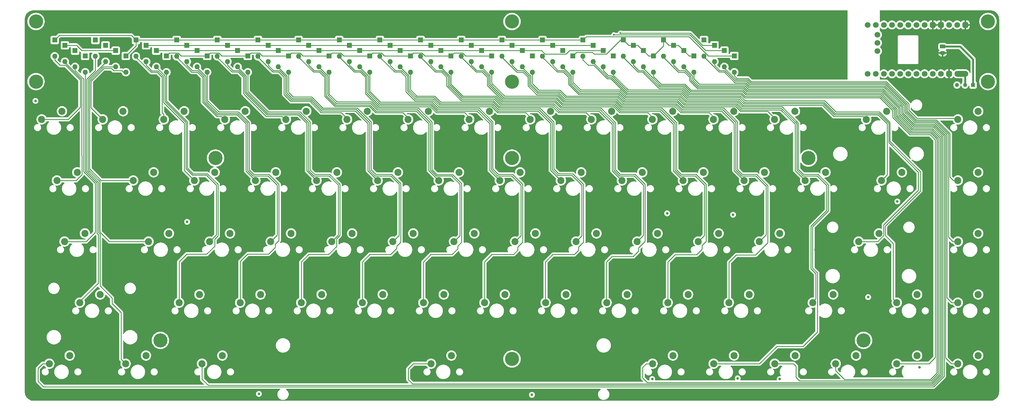
<source format=gtl>
G04 #@! TF.GenerationSoftware,KiCad,Pcbnew,9.0.5*
G04 #@! TF.CreationDate,2025-11-08T09:58:55-03:00*
G04 #@! TF.ProjectId,discipline-pcb,64697363-6970-46c6-996e-652d7063622e,rev?*
G04 #@! TF.SameCoordinates,Original*
G04 #@! TF.FileFunction,Copper,L1,Top*
G04 #@! TF.FilePolarity,Positive*
%FSLAX46Y46*%
G04 Gerber Fmt 4.6, Leading zero omitted, Abs format (unit mm)*
G04 Created by KiCad (PCBNEW 9.0.5) date 2025-11-08 09:58:55*
%MOMM*%
%LPD*%
G01*
G04 APERTURE LIST*
G04 Aperture macros list*
%AMRoundRect*
0 Rectangle with rounded corners*
0 $1 Rounding radius*
0 $2 $3 $4 $5 $6 $7 $8 $9 X,Y pos of 4 corners*
0 Add a 4 corners polygon primitive as box body*
4,1,4,$2,$3,$4,$5,$6,$7,$8,$9,$2,$3,0*
0 Add four circle primitives for the rounded corners*
1,1,$1+$1,$2,$3*
1,1,$1+$1,$4,$5*
1,1,$1+$1,$6,$7*
1,1,$1+$1,$8,$9*
0 Add four rect primitives between the rounded corners*
20,1,$1+$1,$2,$3,$4,$5,0*
20,1,$1+$1,$4,$5,$6,$7,0*
20,1,$1+$1,$6,$7,$8,$9,0*
20,1,$1+$1,$8,$9,$2,$3,0*%
G04 Aperture macros list end*
G04 #@! TA.AperFunction,ComponentPad*
%ADD10C,2.200000*%
G04 #@! TD*
G04 #@! TA.AperFunction,ComponentPad*
%ADD11C,4.400000*%
G04 #@! TD*
G04 #@! TA.AperFunction,ComponentPad*
%ADD12R,1.600000X1.600000*%
G04 #@! TD*
G04 #@! TA.AperFunction,ComponentPad*
%ADD13O,1.600000X1.600000*%
G04 #@! TD*
G04 #@! TA.AperFunction,ComponentPad*
%ADD14RoundRect,0.250000X-0.625000X0.350000X-0.625000X-0.350000X0.625000X-0.350000X0.625000X0.350000X0*%
G04 #@! TD*
G04 #@! TA.AperFunction,ComponentPad*
%ADD15O,1.750000X1.200000*%
G04 #@! TD*
G04 #@! TA.AperFunction,ComponentPad*
%ADD16R,1.270000X1.270000*%
G04 #@! TD*
G04 #@! TA.AperFunction,ComponentPad*
%ADD17C,1.270000*%
G04 #@! TD*
G04 #@! TA.AperFunction,ComponentPad*
%ADD18C,1.800000*%
G04 #@! TD*
G04 #@! TA.AperFunction,ComponentPad*
%ADD19RoundRect,0.450000X-0.450000X0.450000X-0.450000X-0.450000X0.450000X-0.450000X0.450000X0.450000X0*%
G04 #@! TD*
G04 #@! TA.AperFunction,ComponentPad*
%ADD20O,4.340000X1.800000*%
G04 #@! TD*
G04 #@! TA.AperFunction,ViaPad*
%ADD21C,0.800000*%
G04 #@! TD*
G04 #@! TA.AperFunction,ViaPad*
%ADD22C,0.600000*%
G04 #@! TD*
G04 #@! TA.AperFunction,Conductor*
%ADD23C,0.250000*%
G04 #@! TD*
G04 #@! TA.AperFunction,Conductor*
%ADD24C,0.600000*%
G04 #@! TD*
G04 APERTURE END LIST*
D10*
X180975250Y-168433750D03*
X187325250Y-165893750D03*
X316706250Y-92233750D03*
X323056250Y-89693750D03*
X288171528Y-168423620D03*
X294521528Y-165883620D03*
X65881250Y-89693750D03*
X59531250Y-92233750D03*
X84931250Y-89693750D03*
X78581250Y-92233750D03*
X103981250Y-89693750D03*
X97631250Y-92233750D03*
X123031250Y-89693750D03*
X116681250Y-92233750D03*
X142081250Y-89693750D03*
X135731250Y-92233750D03*
X161131250Y-89693750D03*
X154781250Y-92233750D03*
X180181250Y-89693750D03*
X173831250Y-92233750D03*
X199231250Y-89693750D03*
X192881250Y-92233750D03*
X218281250Y-89693750D03*
X211931250Y-92233750D03*
X237331250Y-89693750D03*
X230981250Y-92233750D03*
X256381250Y-89693750D03*
X250031250Y-92233750D03*
X275431250Y-89693750D03*
X269081250Y-92233750D03*
X294481250Y-89693750D03*
X288131250Y-92233750D03*
X351631250Y-89693750D03*
X345281250Y-92233750D03*
X94456250Y-108743750D03*
X88106250Y-111283750D03*
X113506250Y-108743750D03*
X107156250Y-111283750D03*
X132556250Y-108743750D03*
X126206250Y-111283750D03*
X151606250Y-108743750D03*
X145256250Y-111283750D03*
X170656250Y-108743750D03*
X164306250Y-111283750D03*
X189706250Y-108743750D03*
X183356250Y-111283750D03*
X208756250Y-108743750D03*
X202406250Y-111283750D03*
X227806250Y-108743750D03*
X221456250Y-111283750D03*
X246856250Y-108743750D03*
X240506250Y-111283750D03*
X265906250Y-108743750D03*
X259556250Y-111283750D03*
X284956250Y-108743750D03*
X278606250Y-111283750D03*
X304006250Y-108743750D03*
X297656250Y-111283750D03*
X351631250Y-108743750D03*
X345281250Y-111283750D03*
X99218750Y-127793750D03*
X92868750Y-130333750D03*
X118268750Y-127793750D03*
X111918750Y-130333750D03*
X137318750Y-127793750D03*
X130968750Y-130333750D03*
X156368250Y-127793750D03*
X150018250Y-130333750D03*
X175418250Y-127793750D03*
X169068250Y-130333750D03*
X194468250Y-127793750D03*
X188118250Y-130333750D03*
X213518250Y-127793750D03*
X207168250Y-130333750D03*
X232568250Y-127793750D03*
X226218250Y-130333750D03*
X251618250Y-127793750D03*
X245268250Y-130333750D03*
X270668250Y-127793750D03*
X264318250Y-130333750D03*
X289718250Y-127793750D03*
X283368250Y-130333750D03*
X351631250Y-127793750D03*
X345281250Y-130333750D03*
X108743750Y-146843750D03*
X102393750Y-149383750D03*
X127793750Y-146843750D03*
X121443750Y-149383750D03*
X146843750Y-146843750D03*
X140493750Y-149383750D03*
X165894250Y-146843750D03*
X159544250Y-149383750D03*
X184944250Y-146843750D03*
X178594250Y-149383750D03*
X203994250Y-146843750D03*
X197644250Y-149383750D03*
X223044250Y-146843750D03*
X216694250Y-149383750D03*
X242094250Y-146843750D03*
X235744250Y-149383750D03*
X261144250Y-146843750D03*
X254794250Y-149383750D03*
X280194250Y-146843750D03*
X273844250Y-149383750D03*
X332581250Y-146843750D03*
X326231250Y-149383750D03*
X351631250Y-146843750D03*
X345281250Y-149383750D03*
X313531250Y-165893750D03*
X307181250Y-168433750D03*
X332581250Y-165893750D03*
X326231250Y-168433750D03*
X351631250Y-165893750D03*
X345281250Y-168433750D03*
X327818250Y-108743750D03*
X321468250Y-111283750D03*
X73025050Y-127783620D03*
X66675050Y-130323620D03*
X320675250Y-127793750D03*
X314325250Y-130333750D03*
X77787450Y-146843750D03*
X71437450Y-149383750D03*
X306387250Y-146843750D03*
X300037250Y-149383750D03*
X68262450Y-165883620D03*
X61912450Y-168423620D03*
X92075050Y-165893750D03*
X85725050Y-168433750D03*
X115887450Y-165883620D03*
X109537450Y-168423620D03*
D11*
X57766382Y-80444750D03*
X57766382Y-61694750D03*
X354660309Y-61694750D03*
X354660309Y-80444750D03*
X96565888Y-161146960D03*
X315860803Y-161146960D03*
X113754723Y-104302994D03*
X298671968Y-104302994D03*
X206213345Y-104302994D03*
X206213345Y-166958110D03*
D12*
X85786525Y-72436199D03*
D13*
X85786525Y-77516199D03*
D12*
X88955988Y-67475612D03*
D13*
X88955988Y-72555612D03*
D12*
X101633840Y-67475612D03*
D13*
X101633840Y-72555612D03*
D12*
X114311692Y-67475612D03*
D13*
X114311692Y-72555612D03*
D12*
X126989544Y-67475612D03*
D13*
X126989544Y-72555612D03*
D12*
X139667396Y-67475612D03*
D13*
X139667396Y-72555612D03*
D12*
X152345248Y-67475612D03*
D13*
X152345248Y-72555612D03*
D12*
X165023100Y-67475612D03*
D13*
X165023100Y-72555612D03*
D12*
X177700952Y-67475612D03*
D13*
X177700952Y-72555612D03*
D12*
X190378804Y-67475612D03*
D13*
X190378804Y-72555612D03*
D12*
X203056656Y-67475612D03*
D13*
X203056656Y-72555612D03*
D12*
X215734508Y-67475612D03*
D13*
X215734508Y-72555612D03*
D12*
X228342376Y-67475612D03*
D13*
X228342376Y-72555612D03*
D12*
X275541929Y-72436199D03*
D13*
X275541929Y-77516199D03*
D12*
X66769747Y-69129141D03*
D13*
X66769747Y-74209141D03*
D12*
X82617062Y-70782670D03*
D13*
X82617062Y-75862670D03*
D12*
X92125451Y-69129141D03*
D13*
X92125451Y-74209141D03*
D12*
X104803303Y-69129141D03*
D13*
X104803303Y-74209141D03*
D12*
X117481155Y-69129141D03*
D13*
X117481155Y-74209141D03*
D12*
X130159007Y-69129141D03*
D13*
X130159007Y-74209141D03*
D12*
X142836859Y-69129141D03*
D13*
X142836859Y-74209141D03*
D12*
X155514711Y-69129141D03*
D13*
X155514711Y-74209141D03*
D12*
X168192563Y-69129141D03*
D13*
X168192563Y-74209141D03*
D12*
X180870415Y-69129141D03*
D13*
X180870415Y-74209141D03*
D12*
X193548267Y-69129141D03*
D13*
X193548267Y-74209141D03*
D12*
X206226119Y-69129141D03*
D13*
X206226119Y-74209141D03*
D12*
X218886475Y-69129141D03*
D13*
X218886475Y-74209141D03*
D12*
X231493149Y-69129141D03*
D13*
X231493149Y-74209141D03*
D12*
X272453205Y-70782670D03*
D13*
X272453205Y-75862670D03*
D12*
X69939210Y-70782670D03*
D13*
X69939210Y-75862670D03*
D12*
X79447599Y-69129141D03*
D13*
X79447599Y-74209141D03*
D12*
X95294914Y-70782670D03*
D13*
X95294914Y-75862670D03*
D12*
X107972766Y-70782670D03*
D13*
X107972766Y-75862670D03*
D12*
X120650618Y-70782670D03*
D13*
X120650618Y-75862670D03*
D12*
X133328470Y-70782670D03*
D13*
X133328470Y-75862670D03*
D12*
X146006322Y-70782670D03*
D13*
X146006322Y-75862670D03*
D12*
X158684174Y-70782670D03*
D13*
X158684174Y-75862670D03*
D12*
X171362026Y-70782670D03*
D13*
X171362026Y-75862670D03*
D12*
X184039878Y-70782670D03*
D13*
X184039878Y-75862670D03*
D12*
X196717730Y-70782670D03*
D13*
X196717730Y-75862670D03*
D12*
X209395582Y-70782670D03*
D13*
X209395582Y-75862670D03*
D12*
X234643922Y-70782670D03*
D13*
X234643922Y-75862670D03*
D12*
X269364481Y-69129141D03*
D13*
X269364481Y-74209141D03*
D12*
X73108673Y-72436199D03*
D13*
X73108673Y-77516199D03*
D12*
X98464377Y-72436199D03*
D13*
X98464377Y-77516199D03*
D12*
X111142229Y-72436199D03*
D13*
X111142229Y-77516199D03*
D12*
X123820081Y-72436199D03*
D13*
X123820081Y-77516199D03*
D12*
X136497933Y-72436199D03*
D13*
X136497933Y-77516199D03*
D12*
X149175785Y-72436199D03*
D13*
X149175785Y-77516199D03*
D12*
X161853637Y-72436199D03*
D13*
X161853637Y-77516199D03*
D12*
X174531489Y-72436199D03*
D13*
X174531489Y-77516199D03*
D12*
X187209341Y-72436199D03*
D13*
X187209341Y-77516199D03*
D12*
X199887193Y-72436199D03*
D13*
X199887193Y-77516199D03*
D12*
X212565045Y-72436199D03*
D13*
X212565045Y-77516199D03*
D12*
X222038442Y-70782670D03*
D13*
X222038442Y-75862670D03*
D12*
X237794695Y-72436199D03*
D13*
X237794695Y-77516199D03*
D12*
X266089606Y-67475612D03*
D13*
X266089606Y-72555612D03*
D12*
X259788058Y-70782670D03*
D13*
X259788058Y-75862670D03*
D12*
X76278136Y-67475612D03*
D13*
X76278136Y-72555612D03*
D12*
X256637284Y-69129141D03*
D13*
X256637284Y-74209141D03*
D12*
X253486511Y-67475612D03*
D13*
X253486511Y-72555612D03*
D12*
X250335738Y-72436199D03*
D13*
X250335738Y-77516199D03*
D12*
X225190409Y-72436199D03*
D13*
X225190409Y-77516199D03*
D12*
X244096241Y-69129141D03*
D13*
X244096241Y-74209141D03*
D12*
X240945468Y-67475612D03*
D13*
X240945468Y-72555612D03*
D12*
X262938832Y-72436199D03*
D13*
X262938832Y-77516199D03*
D12*
X247184965Y-70782670D03*
D13*
X247184965Y-75862670D03*
D10*
X275466206Y-165893750D03*
X269116206Y-168433750D03*
X70643750Y-108743750D03*
X64293750Y-111283750D03*
D11*
X206213345Y-80444750D03*
X206213345Y-61694750D03*
D14*
X340500000Y-69500000D03*
D15*
X340500000Y-71500000D03*
D16*
X350000000Y-81500000D03*
D17*
X347500000Y-81500000D03*
X345000000Y-81500000D03*
D18*
X345040000Y-62760000D03*
X342500000Y-62760000D03*
D19*
X339960000Y-62760000D03*
X337420000Y-62760000D03*
D18*
X334880000Y-62760000D03*
X332340000Y-62760000D03*
X329800000Y-62760000D03*
X327260000Y-62760000D03*
X324720000Y-62760000D03*
X322180000Y-62760000D03*
X319640000Y-62760000D03*
X317100000Y-62760000D03*
D20*
X346310000Y-78000000D03*
D19*
X342500000Y-78000000D03*
D18*
X339960000Y-78000000D03*
X337420000Y-78000000D03*
X334880000Y-78000000D03*
X332340000Y-78000000D03*
X329800000Y-78000000D03*
X327260000Y-78000000D03*
X324720000Y-78000000D03*
X322180000Y-78000000D03*
X319640000Y-78000000D03*
X317100000Y-78000000D03*
X320193720Y-65833400D03*
X320193720Y-68373400D03*
X320193720Y-70913400D03*
D19*
X347580000Y-62760000D03*
D18*
X347580000Y-78000000D03*
D10*
X256410884Y-165883620D03*
X250060884Y-168423620D03*
D12*
X63600284Y-67475612D03*
D13*
X63600284Y-72555612D03*
D21*
X212438410Y-178122554D03*
X57598608Y-86468030D03*
X254608590Y-121534022D03*
X326390000Y-117830600D03*
X276603576Y-172995640D03*
X333332092Y-169513538D03*
X127275644Y-177842586D03*
X289709578Y-173223114D03*
X104895702Y-124176220D03*
X249954122Y-173205616D03*
X317286426Y-147658536D03*
X275168740Y-121971472D03*
D22*
X237998000Y-65870612D03*
X240017286Y-65318612D03*
D23*
X126989544Y-72555612D02*
X126989544Y-72813458D01*
X161843681Y-134365025D02*
X159548709Y-136659997D01*
X131632646Y-77456560D02*
X133522430Y-77456560D01*
X147008641Y-89145053D02*
X157645053Y-89145053D01*
X133522430Y-77456560D02*
X135132246Y-79066376D01*
X168441038Y-109827295D02*
X171000000Y-112386257D01*
X133714908Y-77001612D02*
X131820108Y-77001612D01*
X130159007Y-75340511D02*
X130159007Y-74209141D01*
X168604858Y-109354858D02*
X171500000Y-112250000D01*
X126989544Y-72813458D02*
X131632646Y-77456560D01*
X135587194Y-84254504D02*
X135587194Y-78873898D01*
X161250000Y-93500000D02*
X157367490Y-89617490D01*
X146844668Y-89617490D02*
X143377200Y-86150022D01*
X137250313Y-86600033D02*
X143190801Y-86600033D01*
X154781250Y-91875314D02*
X154781250Y-92233750D01*
X147172616Y-88672616D02*
X157922616Y-88672616D01*
X162250000Y-107900423D02*
X163704435Y-109354858D01*
X171500000Y-112250000D02*
X171500000Y-130500000D01*
X152995863Y-90089927D02*
X154781250Y-91875314D01*
X143190801Y-86600033D02*
X146680695Y-90089927D01*
X135132246Y-84481966D02*
X137250313Y-86600033D01*
X146680695Y-90089927D02*
X152995863Y-90089927D01*
X138000000Y-85250000D02*
X143750000Y-85250000D01*
X161250000Y-108227500D02*
X161250000Y-93500000D01*
X157367490Y-89617490D02*
X146844668Y-89617490D01*
X170250000Y-131750000D02*
X170250000Y-132500000D01*
X143377200Y-86150022D02*
X137482712Y-86150022D01*
X137482712Y-86150022D02*
X135587194Y-84254504D01*
X164306250Y-111283750D02*
X161250000Y-108227500D01*
X135587194Y-78873898D02*
X133714908Y-77001612D01*
X171000000Y-112386257D02*
X171000000Y-128402000D01*
X133328470Y-75862670D02*
X133328470Y-75967748D01*
X135132246Y-79066376D02*
X135132246Y-84481966D01*
X133328470Y-75967748D02*
X136042142Y-78681420D01*
X161750000Y-93250000D02*
X161750000Y-108082832D01*
X136042142Y-84027044D02*
X137715109Y-85700011D01*
X168384975Y-134365025D02*
X161843681Y-134365025D01*
X157645053Y-89145053D02*
X161750000Y-93250000D01*
X161750000Y-108082832D02*
X163494463Y-109827295D01*
X163494463Y-109827295D02*
X168441038Y-109827295D01*
X136497933Y-77516199D02*
X136497933Y-83747933D01*
X136497933Y-83747933D02*
X138000000Y-85250000D01*
X171000000Y-128402000D02*
X169068250Y-130333750D01*
X136042142Y-78681420D02*
X136042142Y-84027044D01*
X143563599Y-85700011D02*
X147008641Y-89145053D01*
X143750000Y-85250000D02*
X147172616Y-88672616D01*
X163704435Y-109354858D02*
X168604858Y-109354858D01*
X157922616Y-88672616D02*
X162250000Y-93000000D01*
X131820108Y-77001612D02*
X130159007Y-75340511D01*
X162250000Y-93000000D02*
X162250000Y-107900423D01*
X137715109Y-85700011D02*
X143563599Y-85700011D01*
X171500000Y-130500000D02*
X170250000Y-131750000D01*
X170250000Y-132500000D02*
X168384975Y-134365025D01*
X159548709Y-136659997D02*
X159548709Y-149383750D01*
X331109846Y-95112042D02*
X326770342Y-90772538D01*
X173855320Y-173380596D02*
X175185168Y-174710444D01*
X337304138Y-174710444D02*
X340068822Y-171945760D01*
X279457492Y-83635096D02*
X278440866Y-82618470D01*
X175421097Y-168433750D02*
X173855320Y-169999527D01*
X175185168Y-174710444D02*
X337304138Y-174710444D01*
X180975250Y-168433750D02*
X175421097Y-168433750D01*
X340068822Y-171945760D02*
X340068822Y-97789236D01*
X337391628Y-95112042D02*
X331109846Y-95112042D01*
X340068822Y-97789236D02*
X337391628Y-95112042D01*
X173855320Y-169999527D02*
X173855320Y-173380596D01*
X278440866Y-82618470D02*
X264040012Y-82618470D01*
X326770342Y-90772538D02*
X326770342Y-88725272D01*
X326770342Y-88725272D02*
X321680166Y-83635096D01*
X321680166Y-83635096D02*
X279457492Y-83635096D01*
X264040012Y-82618470D02*
X261572794Y-80151252D01*
X261572794Y-79066376D02*
X259980476Y-77474058D01*
X253486511Y-72834881D02*
X253486511Y-72555612D01*
X261572794Y-80151252D02*
X261572794Y-79066376D01*
X259980476Y-77474058D02*
X258125688Y-77474058D01*
X258125688Y-77474058D02*
X253486511Y-72834881D01*
X73108673Y-77516199D02*
X73108673Y-108357491D01*
X73108673Y-108357491D02*
X76740051Y-111988869D01*
X76740051Y-126990051D02*
X76750000Y-127000000D01*
X76750000Y-127750000D02*
X77250000Y-128250000D01*
X76740051Y-111988869D02*
X76740051Y-126990051D01*
X76750000Y-127000000D02*
X76750000Y-127750000D01*
X77250000Y-128250000D02*
X77250000Y-143196600D01*
X77250000Y-143196600D02*
X71437450Y-149009150D01*
X71437450Y-149009150D02*
X71437450Y-149383750D01*
X73784258Y-108357823D02*
X77290408Y-111863973D01*
X77750000Y-127976121D02*
X77750000Y-144186816D01*
X77290408Y-111863973D02*
X77290408Y-127516529D01*
X77750000Y-144186816D02*
X81502451Y-147939267D01*
X77290408Y-127516529D02*
X77750000Y-127976121D01*
X84328000Y-167036700D02*
X85725050Y-168433750D01*
X81502451Y-147939267D02*
X81502451Y-149651453D01*
X81502451Y-149651453D02*
X84328000Y-152477002D01*
X84328000Y-152477002D02*
X84328000Y-167036700D01*
X186333454Y-81656080D02*
X190567861Y-85890487D01*
X190567861Y-85890487D02*
X200712000Y-85890487D01*
X200712000Y-85890487D02*
X202601748Y-87780235D01*
X202601748Y-87780235D02*
X219084550Y-87780235D01*
X219084550Y-87780235D02*
X220974298Y-89669983D01*
X220974298Y-89669983D02*
X233419983Y-89669983D01*
X233419983Y-89669983D02*
X237500000Y-93750000D01*
X237500000Y-93750000D02*
X237500000Y-108277500D01*
X237500000Y-108277500D02*
X240506250Y-111283750D01*
X184039878Y-75952454D02*
X186759330Y-78671906D01*
X186759330Y-78671906D02*
X186759330Y-81445545D01*
X238000000Y-93500000D02*
X238000000Y-108112996D01*
X247233841Y-128368159D02*
X245268250Y-130333750D01*
X190731835Y-85418050D02*
X200921972Y-85418050D01*
X202811720Y-87307798D02*
X219294522Y-87307798D01*
X186759330Y-81445545D02*
X190731835Y-85418050D01*
X200921972Y-85418050D02*
X202811720Y-87307798D01*
X219294522Y-87307798D02*
X221184270Y-89197546D01*
X244327295Y-109827295D02*
X247233841Y-112733841D01*
X233697546Y-89197546D02*
X238000000Y-93500000D01*
X238000000Y-108112996D02*
X239714299Y-109827295D01*
X221184270Y-89197546D02*
X233697546Y-89197546D01*
X184039878Y-75862670D02*
X184039878Y-75952454D01*
X239714299Y-109827295D02*
X244327295Y-109827295D01*
X247233841Y-112733841D02*
X247233841Y-128368159D01*
X187209341Y-77516199D02*
X187209341Y-81259146D01*
X238500000Y-93250000D02*
X238500000Y-107930587D01*
X244000000Y-135000000D02*
X237376049Y-135000000D01*
X187209341Y-81259146D02*
X190895808Y-84945613D01*
X244604858Y-109354858D02*
X247704085Y-112454085D01*
X219556987Y-86835361D02*
X221446735Y-88725109D01*
X190895808Y-84945613D02*
X201131944Y-84945613D01*
X239924271Y-109354858D02*
X244604858Y-109354858D01*
X238500000Y-107930587D02*
X239924271Y-109354858D01*
X201131944Y-84945613D02*
X203021692Y-86835361D01*
X237376049Y-135000000D02*
X235716052Y-136659997D01*
X221446735Y-88725109D02*
X233975109Y-88725109D01*
X203021692Y-86835361D02*
X219556987Y-86835361D01*
X233975109Y-88725109D02*
X238500000Y-93250000D01*
X245668556Y-133331444D02*
X244000000Y-135000000D01*
X247704085Y-112454085D02*
X247704085Y-130268002D01*
X247704085Y-130268002D02*
X245668556Y-132303531D01*
X245668556Y-132303531D02*
X245668556Y-133331444D01*
X235716052Y-136659997D02*
X235716052Y-149383750D01*
X142836859Y-75340511D02*
X144497960Y-77001612D01*
X176419983Y-89669983D02*
X180250000Y-93500000D01*
X144497960Y-77001612D02*
X146418456Y-77001612D01*
X142836859Y-74209141D02*
X142836859Y-75340511D01*
X146418456Y-77001612D02*
X148238248Y-78821404D01*
X161972166Y-87727742D02*
X163914407Y-89669983D01*
X148238248Y-78821404D02*
X148238248Y-84761384D01*
X148238248Y-84761384D02*
X151204606Y-87727742D01*
X151204606Y-87727742D02*
X161972166Y-87727742D01*
X163914407Y-89669983D02*
X176419983Y-89669983D01*
X180250000Y-93500000D02*
X180250000Y-108177500D01*
X180250000Y-108177500D02*
X183356250Y-111283750D01*
X146006322Y-75862670D02*
X146006322Y-75942052D01*
X148691437Y-78627167D02*
X148691437Y-84578162D01*
X180750000Y-93250000D02*
X180750000Y-108034368D01*
X146006322Y-75942052D02*
X148691437Y-78627167D01*
X148691437Y-84578162D02*
X151368580Y-87255305D01*
X187409623Y-109857362D02*
X190000000Y-112447739D01*
X162175644Y-87255305D02*
X164117885Y-89197546D01*
X164117885Y-89197546D02*
X176697546Y-89197546D01*
X180750000Y-108034368D02*
X182572994Y-109857362D01*
X176697546Y-89197546D02*
X180750000Y-93250000D01*
X182572994Y-109857362D02*
X187409623Y-109857362D01*
X151368580Y-87255305D02*
X162175644Y-87255305D01*
X190000000Y-112447739D02*
X190000000Y-128452000D01*
X190000000Y-128452000D02*
X188118250Y-130333750D01*
X164281858Y-88725109D02*
X176975109Y-88725109D01*
X162339617Y-86782868D02*
X164281858Y-88725109D01*
X176975109Y-88725109D02*
X181250000Y-93000000D01*
X180898640Y-134365025D02*
X178603668Y-136659997D01*
X187657351Y-109407351D02*
X190500000Y-112250000D01*
X149175785Y-84380101D02*
X151578552Y-86782868D01*
X189250000Y-131750000D02*
X189250000Y-132615669D01*
X178603668Y-136659997D02*
X178603668Y-149383750D01*
X181250000Y-93000000D02*
X181250000Y-107897957D01*
X182759394Y-109407351D02*
X187657351Y-109407351D01*
X149175785Y-77516199D02*
X149175785Y-84380101D01*
X181250000Y-107897957D02*
X182759394Y-109407351D01*
X190500000Y-112250000D02*
X190500000Y-130500000D01*
X151578552Y-86782868D02*
X162339617Y-86782868D01*
X190500000Y-130500000D02*
X189250000Y-131750000D01*
X189250000Y-132615669D02*
X187500644Y-134365025D01*
X187500644Y-134365025D02*
X180898640Y-134365025D01*
X202406250Y-111283750D02*
X199250000Y-108127500D01*
X199250000Y-108127500D02*
X199250000Y-93500000D01*
X182811887Y-89669983D02*
X180899713Y-87757809D01*
X199250000Y-93500000D02*
X195419983Y-89669983D01*
X195419983Y-89669983D02*
X182811887Y-89669983D01*
X155514711Y-75340511D02*
X155514711Y-74209141D01*
X160941796Y-83967736D02*
X160941796Y-78856400D01*
X180899713Y-87757809D02*
X164731869Y-87757809D01*
X164731869Y-87757809D02*
X160941796Y-83967736D01*
X159087008Y-77001612D02*
X157175812Y-77001612D01*
X160941796Y-78856400D02*
X159087008Y-77001612D01*
X157175812Y-77001612D02*
X155514711Y-75340511D01*
X158684174Y-75951352D02*
X161394743Y-78661921D01*
X181086114Y-87307800D02*
X182975860Y-89197546D01*
X161394743Y-78661921D02*
X161394743Y-83692276D01*
X161394743Y-83692276D02*
X165010265Y-87307798D01*
X158684174Y-75862670D02*
X158684174Y-75951352D01*
X165010265Y-87307798D02*
X174360514Y-87307798D01*
X199750000Y-107920421D02*
X201656874Y-109827295D01*
X174360514Y-87307798D02*
X181086114Y-87307800D01*
X201656874Y-109827295D02*
X206123968Y-109827295D01*
X182975860Y-89197546D02*
X195697546Y-89197546D01*
X195697546Y-89197546D02*
X199750000Y-93250000D01*
X199750000Y-93250000D02*
X199750000Y-107920421D01*
X206123968Y-109827295D02*
X209000000Y-112703327D01*
X209000000Y-112703327D02*
X209000000Y-128502000D01*
X209000000Y-128502000D02*
X207168250Y-130333750D01*
X206687468Y-134312532D02*
X208000000Y-133000000D01*
X209500000Y-130500000D02*
X209500000Y-112500000D01*
X181272515Y-86857791D02*
X181259526Y-86857790D01*
X208000000Y-133000000D02*
X208000000Y-132000000D01*
X197658627Y-136607504D02*
X199953599Y-134312532D01*
X206354858Y-109354858D02*
X201919339Y-109354858D01*
X199953599Y-134312532D02*
X206687468Y-134312532D01*
X208000000Y-132000000D02*
X209500000Y-130500000D01*
X201919339Y-109354858D02*
X200250000Y-107685519D01*
X209500000Y-112500000D02*
X206354858Y-109354858D01*
X195975109Y-88725109D02*
X183139833Y-88725109D01*
X200250000Y-107685519D02*
X200250000Y-93000000D01*
X197658627Y-149331257D02*
X197658627Y-136607504D01*
X200250000Y-93000000D02*
X195975109Y-88725109D01*
X183139833Y-88725109D02*
X181272515Y-86857791D01*
X181259526Y-86857790D02*
X181237097Y-86835361D01*
X181237097Y-86835361D02*
X165174239Y-86835361D01*
X161853637Y-83514759D02*
X161853637Y-77516199D01*
X165174239Y-86835361D02*
X161853637Y-83514759D01*
X193548267Y-74209141D02*
X193548267Y-75340511D01*
X239976764Y-89669983D02*
X252419983Y-89669983D01*
X252419983Y-89669983D02*
X256500000Y-93750000D01*
X197127660Y-77001612D02*
X198947452Y-78821404D01*
X195209368Y-77001612D02*
X197127660Y-77001612D01*
X198947452Y-78821404D02*
X198947452Y-81396303D01*
X198947452Y-81396303D02*
X203449277Y-85898128D01*
X203449277Y-85898128D02*
X219984572Y-85898128D01*
X219984572Y-85898128D02*
X221866679Y-87780235D01*
X221866679Y-87780235D02*
X238087016Y-87780235D01*
X238087016Y-87780235D02*
X239976764Y-89669983D01*
X193548267Y-75340511D02*
X195209368Y-77001612D01*
X256500000Y-93750000D02*
X256500000Y-108227500D01*
X256500000Y-108227500D02*
X259556250Y-111283750D01*
X196717730Y-75862670D02*
X196717730Y-75944256D01*
X199399675Y-78626201D02*
X199399675Y-81166117D01*
X240186736Y-89197546D02*
X252697546Y-89197546D01*
X257000000Y-108058037D02*
X258769258Y-109827295D01*
X220216970Y-85448117D02*
X222076651Y-87307798D01*
X252697546Y-89197546D02*
X257000000Y-93500000D01*
X199399675Y-81166117D02*
X203681675Y-85448117D01*
X203681675Y-85448117D02*
X220216970Y-85448117D01*
X266250000Y-112750000D02*
X266250000Y-128402000D01*
X257000000Y-93500000D02*
X257000000Y-108058037D01*
X222076651Y-87307798D02*
X238296988Y-87307798D01*
X238296988Y-87307798D02*
X240186736Y-89197546D01*
X196717730Y-75944256D02*
X199399675Y-78626201D01*
X258769258Y-109827295D02*
X263327295Y-109827295D01*
X263327295Y-109827295D02*
X266250000Y-112750000D01*
X266250000Y-128402000D02*
X264318250Y-130333750D01*
X199887193Y-77516199D02*
X199887193Y-80971226D01*
X258979230Y-109354858D02*
X263604858Y-109354858D01*
X220449368Y-84998106D02*
X222286623Y-86835361D01*
X238491097Y-86835361D02*
X240380845Y-88725109D01*
X240380845Y-88725109D02*
X252975109Y-88725109D01*
X203914073Y-84998106D02*
X220449368Y-84998106D01*
X222286623Y-86835361D02*
X238491097Y-86835361D01*
X252975109Y-88725109D02*
X257500000Y-93250000D01*
X199887193Y-80971226D02*
X203914073Y-84998106D01*
X266750000Y-130250000D02*
X265500000Y-131500000D01*
X257500000Y-93250000D02*
X257500000Y-107875628D01*
X263604858Y-109354858D02*
X266750000Y-112500000D01*
X257500000Y-107875628D02*
X258979230Y-109354858D01*
X266750000Y-112500000D02*
X266750000Y-130250000D01*
X265500000Y-131500000D02*
X265500000Y-132750000D01*
X265500000Y-132750000D02*
X263832482Y-134417518D01*
X263832482Y-134417518D02*
X263021191Y-134417518D01*
X297656250Y-111283750D02*
X294500000Y-108127500D01*
X294500000Y-108127500D02*
X294500000Y-93694953D01*
X294500000Y-93694953D02*
X290055086Y-89250039D01*
X290055086Y-89250039D02*
X289162705Y-89250039D01*
X241617035Y-85418050D02*
X258296821Y-85418050D01*
X295000000Y-93558542D02*
X295000000Y-107948119D01*
X239924271Y-83725286D02*
X241617035Y-85418050D01*
X260186569Y-87307798D02*
X276406906Y-87307798D01*
X300037250Y-149083565D02*
X300037250Y-149383750D01*
X276406906Y-87307798D02*
X277876710Y-88777602D01*
X277876710Y-88777602D02*
X290219060Y-88777602D01*
X290219060Y-88777602D02*
X295000000Y-93558542D01*
X258296821Y-85418050D02*
X260186569Y-87307798D01*
X295000000Y-107948119D02*
X296879176Y-109827295D01*
X296879176Y-109827295D02*
X301369046Y-109827295D01*
X301369046Y-109827295D02*
X304372000Y-112830249D01*
X304372000Y-112830249D02*
X304372000Y-120628000D01*
X304372000Y-120628000D02*
X299466000Y-125534000D01*
X299466000Y-125534000D02*
X299466000Y-138811000D01*
X299466000Y-138811000D02*
X300973630Y-140318630D01*
X300973630Y-140318630D02*
X300973630Y-148147185D01*
X300973630Y-148147185D02*
X300037250Y-149083565D01*
X225190409Y-77516199D02*
X225190409Y-80605365D01*
X225190409Y-80605365D02*
X227640909Y-83055865D01*
X239891262Y-83055865D02*
X241781010Y-84945613D01*
X295500000Y-93382628D02*
X295500000Y-107765710D01*
X241781010Y-84945613D02*
X258506793Y-84945613D01*
X260396541Y-86835361D02*
X276616878Y-86835361D01*
X304863970Y-112613970D02*
X304863970Y-120796430D01*
X258506793Y-84945613D02*
X260396541Y-86835361D01*
X227640909Y-83055865D02*
X239891262Y-83055865D01*
X276616878Y-86835361D02*
X278086682Y-88305165D01*
X299973749Y-138632949D02*
X301462251Y-140121451D01*
X278086682Y-88305165D02*
X290422537Y-88305165D01*
X301604858Y-109354858D02*
X304863970Y-112613970D01*
X299922750Y-133381576D02*
X299973749Y-133432575D01*
X290422537Y-88305165D02*
X295500000Y-93382628D01*
X299973749Y-125686651D02*
X299973749Y-132314925D01*
X295500000Y-107765710D02*
X297089148Y-109354858D01*
X297089148Y-109354858D02*
X301604858Y-109354858D01*
X304863970Y-120796430D02*
X299973749Y-125686651D01*
X296993028Y-163000000D02*
X288823878Y-163000000D01*
X301462251Y-140121451D02*
X301462251Y-158530777D01*
X299922750Y-132365924D02*
X299922750Y-133381576D01*
X299973749Y-133432575D02*
X299973749Y-138632949D01*
X299973749Y-132314925D02*
X299922750Y-132365924D01*
X301462251Y-158530777D02*
X296993028Y-163000000D01*
X288823878Y-163000000D02*
X283390128Y-168433750D01*
X283390128Y-168433750D02*
X276225250Y-168433750D01*
X322600746Y-125500000D02*
X333628000Y-114472746D01*
X333628000Y-114472746D02*
X333628000Y-108628000D01*
X333000000Y-108750000D02*
X333000000Y-114250000D01*
X320207636Y-130333750D02*
X320225944Y-130352058D01*
X322150735Y-125099265D02*
X333000000Y-114250000D01*
X320225944Y-130352058D02*
X322150735Y-128427267D01*
X314325250Y-130333750D02*
X320207636Y-130333750D01*
X322150735Y-128427267D02*
X322150735Y-125099265D01*
X237390558Y-78646424D02*
X240260230Y-81516096D01*
X236296306Y-78646424D02*
X237390558Y-78646424D01*
X240260230Y-81516096D02*
X240260723Y-81516096D01*
X240260723Y-81516096D02*
X242272929Y-83528302D01*
X259136709Y-83528302D02*
X261026457Y-85418050D01*
X234643922Y-75862670D02*
X234643922Y-76994040D01*
X307007443Y-90352392D02*
X320658923Y-90352392D01*
X323711652Y-99461652D02*
X333000000Y-108750000D01*
X261026457Y-85418050D02*
X277246794Y-85418050D01*
X323709386Y-99209386D02*
X323711652Y-99211652D01*
X277246794Y-85418050D02*
X278716598Y-86887854D01*
X242272929Y-83528302D02*
X259136709Y-83528302D01*
X234643922Y-76994040D02*
X236296306Y-78646424D01*
X278716598Y-86887854D02*
X303542905Y-86887854D01*
X303542905Y-86887854D02*
X307007443Y-90352392D01*
X320658923Y-90352392D02*
X323709386Y-93402855D01*
X323709386Y-93402855D02*
X323709386Y-99209386D01*
X323711652Y-99211652D02*
X323711652Y-99461652D01*
X237798277Y-77519781D02*
X237798277Y-78417240D01*
X320809258Y-89879955D02*
X324089652Y-93160348D01*
X237798277Y-78417240D02*
X242436902Y-83055865D01*
X237794695Y-77516199D02*
X237798277Y-77519781D01*
X242436902Y-83055865D02*
X259346681Y-83055865D01*
X259346681Y-83055865D02*
X261236429Y-84945613D01*
X261236429Y-84945613D02*
X277456766Y-84945613D01*
X277456766Y-84945613D02*
X278926570Y-86415417D01*
X324089652Y-93160348D02*
X324089652Y-99089652D01*
X278926570Y-86415417D02*
X303755274Y-86415417D01*
X307219812Y-89879955D02*
X320809258Y-89879955D01*
X303755274Y-86415417D02*
X307219812Y-89879955D01*
X324089652Y-99089652D02*
X333628000Y-108628000D01*
X322600746Y-128409817D02*
X322600746Y-125500000D01*
X171362026Y-75943154D02*
X174045556Y-78626684D01*
X174045556Y-83160851D02*
X176302755Y-85418050D01*
X228000000Y-128552000D02*
X226218250Y-130333750D01*
X171362026Y-75862670D02*
X171362026Y-75943154D01*
X200174082Y-87307798D02*
X202063830Y-89197546D01*
X224919816Y-109669816D02*
X228000000Y-112750000D01*
X202063830Y-89197546D02*
X214697546Y-89197546D01*
X174045556Y-78626684D02*
X174045556Y-83160851D01*
X228000000Y-112750000D02*
X228000000Y-128552000D01*
X176302755Y-85418050D02*
X181867013Y-85418050D01*
X183756761Y-87307798D02*
X200174082Y-87307798D01*
X218750000Y-107865462D02*
X220554354Y-109669816D01*
X214697546Y-89197546D02*
X218750000Y-93250000D01*
X181867013Y-85418050D02*
X183756761Y-87307798D01*
X218750000Y-93250000D02*
X218750000Y-107865462D01*
X220554354Y-109669816D02*
X224919816Y-109669816D01*
X214975109Y-88725109D02*
X219250000Y-93000000D01*
X174531489Y-82937383D02*
X174517993Y-82950879D01*
X227000000Y-132000000D02*
X227000000Y-133027913D01*
X218956065Y-134365025D02*
X216661093Y-136659997D01*
X176512727Y-84945613D02*
X182076985Y-84945613D01*
X182076985Y-84945613D02*
X183966733Y-86835361D01*
X219250000Y-93000000D02*
X219250000Y-107630560D01*
X174531489Y-77516199D02*
X174531489Y-82937383D01*
X183966733Y-86835361D02*
X200338055Y-86835361D01*
X200338055Y-86835361D02*
X202227803Y-88725109D01*
X174517993Y-82950879D02*
X176512727Y-84945613D01*
X202227803Y-88725109D02*
X214975109Y-88725109D01*
X219250000Y-107630560D02*
X220816819Y-109197379D01*
X220816819Y-109197379D02*
X225197379Y-109197379D01*
X228500000Y-130500000D02*
X227000000Y-132000000D01*
X225197379Y-109197379D02*
X228500000Y-112500000D01*
X228500000Y-112500000D02*
X228500000Y-130500000D01*
X227000000Y-133027913D02*
X225662888Y-134365025D01*
X225662888Y-134365025D02*
X218956065Y-134365025D01*
X216661093Y-136659997D02*
X216661093Y-149383750D01*
X169853664Y-77001612D02*
X171773058Y-77001612D01*
X171773058Y-77001612D02*
X173592850Y-78821404D01*
X183592788Y-87780235D02*
X200010109Y-87780235D01*
X168192563Y-75340511D02*
X169853664Y-77001612D01*
X168192563Y-74209141D02*
X168192563Y-75340511D01*
X173592850Y-83390554D02*
X176092783Y-85890487D01*
X176092783Y-85890487D02*
X181703040Y-85890487D01*
X173592850Y-78821404D02*
X173592850Y-83390554D01*
X181703040Y-85890487D02*
X183592788Y-87780235D01*
X200010109Y-87780235D02*
X201899857Y-89669983D01*
X201899857Y-89669983D02*
X214419983Y-89669983D01*
X214419983Y-89669983D02*
X218250000Y-93500000D01*
X218250000Y-93500000D02*
X218250000Y-108077500D01*
X218250000Y-108077500D02*
X221456250Y-111283750D01*
X145256250Y-111283750D02*
X142250000Y-108277500D01*
X129817380Y-90808749D02*
X123128618Y-84119987D01*
X142250000Y-108277500D02*
X142250000Y-93449557D01*
X142250000Y-93449557D02*
X139609192Y-90808749D01*
X139609192Y-90808749D02*
X129817380Y-90808749D01*
X120650618Y-75862670D02*
X120650618Y-75975946D01*
X120650618Y-75975946D02*
X123356092Y-78681420D01*
X152000000Y-112689309D02*
X152000000Y-128352000D01*
X123356092Y-78681420D02*
X123356092Y-83711050D01*
X123356092Y-83711050D02*
X130003780Y-90358738D01*
X130003780Y-90358738D02*
X139858738Y-90358738D01*
X139858738Y-90358738D02*
X142750000Y-93250000D01*
X152000000Y-128352000D02*
X150018250Y-130333750D01*
X142750000Y-93250000D02*
X142750000Y-108137791D01*
X142750000Y-108137791D02*
X144439504Y-109827295D01*
X144439504Y-109827295D02*
X149137986Y-109827295D01*
X149137986Y-109827295D02*
X152000000Y-112689309D01*
X152500000Y-128386572D02*
X152500000Y-112500000D01*
X130190180Y-89908727D02*
X123820081Y-83538628D01*
X140493750Y-136659997D02*
X142788722Y-134365025D01*
X142788722Y-134365025D02*
X149006395Y-134365025D01*
X152500000Y-112500000D02*
X149354858Y-109354858D01*
X151500000Y-131871420D02*
X151500000Y-129386572D01*
X140493750Y-149383750D02*
X140493750Y-136659997D01*
X149006395Y-134365025D02*
X151500000Y-131871420D01*
X151500000Y-129386572D02*
X152500000Y-128386572D01*
X149354858Y-109354858D02*
X144649476Y-109354858D01*
X123820081Y-83538628D02*
X123820081Y-77516199D01*
X144649476Y-109354858D02*
X143250000Y-107955382D01*
X143250000Y-93000000D02*
X140158727Y-89908727D01*
X143250000Y-107955382D02*
X143250000Y-93000000D01*
X140158727Y-89908727D02*
X130190180Y-89908727D01*
X104803303Y-74209141D02*
X104803303Y-75340511D01*
X106481902Y-77019110D02*
X108290314Y-77019110D01*
X104803303Y-75340511D02*
X106481902Y-77019110D01*
X110232592Y-86748899D02*
X114292442Y-90808749D01*
X108290314Y-77019110D02*
X110232592Y-78961388D01*
X110232592Y-78961388D02*
X110232592Y-86748899D01*
X114292442Y-90808749D02*
X120558749Y-90808749D01*
X120558749Y-90808749D02*
X123250000Y-93500000D01*
X123250000Y-93500000D02*
X123250000Y-108327500D01*
X123250000Y-108327500D02*
X126206250Y-111283750D01*
X120733738Y-90358738D02*
X123750000Y-93375000D01*
X123750000Y-93375000D02*
X123750000Y-108146751D01*
X110826610Y-86660508D02*
X114524840Y-90358738D01*
X114524840Y-90358738D02*
X120733738Y-90358738D01*
X123750000Y-108146751D02*
X125430544Y-109827295D01*
X125430544Y-109827295D02*
X130110670Y-109827295D01*
X130110670Y-109827295D02*
X133000000Y-112716625D01*
X133000000Y-112716625D02*
X133000000Y-128302500D01*
X133000000Y-128302500D02*
X130968750Y-130333750D01*
X111142229Y-77516199D02*
X111142229Y-86293718D01*
X111142229Y-86293718D02*
X114757238Y-89908727D01*
X114757238Y-89908727D02*
X120908727Y-89908727D01*
X124250000Y-93250000D02*
X124250000Y-108010341D01*
X124250000Y-108010341D02*
X125594517Y-109354858D01*
X125594517Y-109354858D02*
X130354858Y-109354858D01*
X133500000Y-112500000D02*
X133500000Y-130000000D01*
X130354858Y-109354858D02*
X133500000Y-112500000D01*
X120908727Y-89908727D02*
X124250000Y-93250000D01*
X133500000Y-130000000D02*
X132402750Y-131097250D01*
X123786256Y-134207546D02*
X121491284Y-136502518D01*
X132402750Y-131097250D02*
X132402750Y-132097250D01*
X132402750Y-132097250D02*
X130292454Y-134207546D01*
X130292454Y-134207546D02*
X123786256Y-134207546D01*
X121491284Y-136502518D02*
X121491284Y-149226271D01*
X92125451Y-74209141D02*
X92125451Y-75340511D01*
X95779244Y-77071604D02*
X97546542Y-78838902D01*
X92125451Y-75340511D02*
X93856544Y-77071604D01*
X104000000Y-93401023D02*
X104000000Y-108127500D01*
X97546542Y-78838902D02*
X97546542Y-86947565D01*
X93856544Y-77071604D02*
X95779244Y-77071604D01*
X97546542Y-86947565D02*
X104000000Y-93401023D01*
X104000000Y-108127500D02*
X107156250Y-111283750D01*
X95294914Y-75862670D02*
X95294914Y-75939848D01*
X114000000Y-128252500D02*
X111918750Y-130333750D01*
X95294914Y-75939848D02*
X98014366Y-78659300D01*
X106539558Y-109617323D02*
X110858954Y-109617323D01*
X98014366Y-86670640D02*
X104500000Y-93156274D01*
X98014366Y-78659300D02*
X98014366Y-86670640D01*
X104500000Y-93156274D02*
X104500000Y-107577765D01*
X104500000Y-107577765D02*
X106539558Y-109617323D01*
X110858954Y-109617323D02*
X114000000Y-112758369D01*
X114000000Y-112758369D02*
X114000000Y-128252500D01*
X250335738Y-77516199D02*
X250335738Y-78870558D01*
X252666312Y-81201132D02*
X260155456Y-81201132D01*
X250335738Y-78870558D02*
X252666312Y-81201132D01*
X248104376Y-168423620D02*
X250060884Y-168423620D01*
X278265886Y-83090916D02*
X279282512Y-84107542D01*
X321505186Y-84107542D02*
X326315394Y-88917750D01*
X246961964Y-172855656D02*
X246961964Y-169566032D01*
X262045240Y-83090916D02*
X278265886Y-83090916D01*
X337199150Y-95566990D02*
X339613874Y-97981714D01*
X326315394Y-88917750D02*
X326315394Y-90965016D01*
X330917368Y-95566990D02*
X337199150Y-95566990D01*
X260155456Y-81201132D02*
X262045240Y-83090916D01*
X279282512Y-84107542D02*
X321505186Y-84107542D01*
X339613874Y-171753282D02*
X337111660Y-174255496D01*
X337111660Y-174255496D02*
X248361804Y-174255496D01*
X326315394Y-90965016D02*
X330917368Y-95566990D01*
X246961964Y-169566032D02*
X248104376Y-168423620D01*
X339613874Y-97981714D02*
X339613874Y-171753282D01*
X248361804Y-174255496D02*
X246961964Y-172855656D01*
X259788058Y-75986788D02*
X262482690Y-78681420D01*
X259788058Y-75862670D02*
X259788058Y-75986788D01*
X278825822Y-81708574D02*
X279842448Y-82725200D01*
X279842448Y-82725200D02*
X322065122Y-82725200D01*
X262482690Y-79766296D02*
X264424968Y-81708574D01*
X322065122Y-82725200D02*
X327680238Y-88340316D01*
X58386018Y-173905536D02*
X58386018Y-169851088D01*
X264424968Y-81708574D02*
X278825822Y-81708574D01*
X327680238Y-88340316D02*
X327680238Y-90387582D01*
X327680238Y-90387582D02*
X331494802Y-94202146D01*
X331494802Y-94202146D02*
X337776584Y-94202146D01*
X262482690Y-78681420D02*
X262482690Y-79766296D01*
X337776584Y-94202146D02*
X340978718Y-97404280D01*
X340978718Y-97404280D02*
X340978718Y-172330716D01*
X60100822Y-175620340D02*
X58386018Y-173905536D01*
X58386018Y-169851088D02*
X59813486Y-168423620D01*
X340978718Y-172330716D02*
X337689094Y-175620340D01*
X337689094Y-175620340D02*
X60100822Y-175620340D01*
X59813486Y-168423620D02*
X61912450Y-168423620D01*
X277036822Y-85890487D02*
X278506626Y-87360291D01*
X237198080Y-79101372D02*
X240107687Y-82010979D01*
X231493149Y-74481317D02*
X236113204Y-79101372D01*
X240107687Y-82010979D02*
X240119196Y-82010979D01*
X236113204Y-79101372D02*
X237198080Y-79101372D01*
X278506626Y-87360291D02*
X303360291Y-87360291D01*
X240119196Y-82010979D02*
X242108956Y-84000739D01*
X258926737Y-84000739D02*
X260816485Y-85890487D01*
X242108956Y-84000739D02*
X258926737Y-84000739D01*
X320438138Y-90808749D02*
X323257958Y-93628569D01*
X323257958Y-93628569D02*
X323257958Y-109494042D01*
X260816485Y-85890487D02*
X277036822Y-85890487D01*
X231493149Y-74209141D02*
X231493149Y-74481317D01*
X303360291Y-87360291D02*
X306808749Y-90808749D01*
X306808749Y-90808749D02*
X320438138Y-90808749D01*
X323257958Y-109494042D02*
X321468250Y-111283750D01*
X325131251Y-148283751D02*
X325131251Y-130940322D01*
X326231250Y-149383750D02*
X325131251Y-148283751D01*
X325131251Y-130940322D02*
X322600746Y-128409817D01*
X214360180Y-83580795D02*
X221026791Y-83580795D01*
X276000000Y-93210313D02*
X276000000Y-108003078D01*
X209395582Y-75971054D02*
X212102981Y-78678453D01*
X212102981Y-78678453D02*
X212102981Y-81323596D01*
X212102981Y-81323596D02*
X214360180Y-83580795D01*
X285500000Y-128202000D02*
X283368250Y-130333750D01*
X240921638Y-87307798D02*
X257456933Y-87307798D01*
X209395582Y-75862670D02*
X209395582Y-75971054D01*
X259346681Y-89197546D02*
X271987233Y-89197546D01*
X222864046Y-85418050D02*
X239031890Y-85418050D01*
X277824217Y-109827295D02*
X282278570Y-109827295D01*
X239031890Y-85418050D02*
X240921638Y-87307798D01*
X257456933Y-87307798D02*
X259346681Y-89197546D01*
X221026791Y-83580795D02*
X222864046Y-85418050D01*
X285500000Y-113048725D02*
X285500000Y-128202000D01*
X271987233Y-89197546D02*
X276000000Y-93210313D01*
X276000000Y-108003078D02*
X277824217Y-109827295D01*
X282278570Y-109827295D02*
X285500000Y-113048725D01*
X212565045Y-77516199D02*
X212565045Y-81050758D01*
X212565045Y-81050758D02*
X214622645Y-83108358D01*
X214622645Y-83108358D02*
X221236763Y-83108358D01*
X286000000Y-112889354D02*
X286000000Y-130691829D01*
X284802250Y-131908752D02*
X282188498Y-134522504D01*
X221236763Y-83108358D02*
X223074018Y-84945613D01*
X223074018Y-84945613D02*
X239235368Y-84945613D01*
X239235368Y-84945613D02*
X241125116Y-86835361D01*
X273878463Y-136817476D02*
X273878463Y-149541229D01*
X241125116Y-86835361D02*
X257666905Y-86835361D01*
X257666905Y-86835361D02*
X259556653Y-88725109D01*
X276500000Y-93000000D02*
X276500000Y-107820669D01*
X276173435Y-134522504D02*
X273878463Y-136817476D01*
X259556653Y-88725109D02*
X272225109Y-88725109D01*
X282465504Y-109354858D02*
X286000000Y-112889354D01*
X272225109Y-88725109D02*
X276500000Y-93000000D01*
X276500000Y-107820669D02*
X278034189Y-109354858D01*
X286000000Y-130691829D02*
X284802250Y-131889579D01*
X278034189Y-109354858D02*
X282465504Y-109354858D01*
X284802250Y-131889579D02*
X284802250Y-131908752D01*
X282188498Y-134522504D02*
X276173435Y-134522504D01*
X275500000Y-93491391D02*
X271678592Y-89669983D01*
X271678592Y-89669983D02*
X259136709Y-89669983D01*
X222654074Y-85890487D02*
X220816819Y-84053232D01*
X220816819Y-84053232D02*
X214150208Y-84053232D01*
X259136709Y-89669983D02*
X257246961Y-87780235D01*
X278606250Y-111283750D02*
X275500000Y-108177500D01*
X211651000Y-81554024D02*
X211651000Y-78873898D01*
X211651000Y-78873898D02*
X209796212Y-77019110D01*
X240711666Y-87780235D02*
X238821918Y-85890487D01*
X257246961Y-87780235D02*
X240711666Y-87780235D01*
X275500000Y-108177500D02*
X275500000Y-93491391D01*
X238821918Y-85890487D02*
X222654074Y-85890487D01*
X214150208Y-84053232D02*
X211651000Y-81554024D01*
X209796212Y-77019110D02*
X207904718Y-77019110D01*
X207904718Y-77019110D02*
X206226119Y-75340511D01*
X206226119Y-75340511D02*
X206226119Y-74209141D01*
X325860446Y-91157494D02*
X330724890Y-96021938D01*
X279649970Y-83180148D02*
X321872644Y-83180148D01*
X338703978Y-98366670D02*
X338703978Y-171366551D01*
X250059110Y-79241356D02*
X252473834Y-81656080D01*
X278664105Y-85470543D02*
X320942045Y-85470543D01*
X329051154Y-173343825D02*
X311981346Y-173343825D01*
X324955290Y-91604583D02*
X326747693Y-93396986D01*
X261656373Y-84000739D02*
X277876710Y-84000739D01*
X338703978Y-171366551D02*
X336726704Y-173343825D01*
X244096241Y-74209141D02*
X244096241Y-75340511D01*
X320942045Y-85470543D02*
X324955290Y-89483788D01*
X111439954Y-175165392D02*
X109537450Y-173262888D01*
X245743401Y-76987671D02*
X247140501Y-76987671D01*
X247140501Y-76987671D02*
X252023823Y-81870993D01*
X325405301Y-89297388D02*
X325405301Y-91372185D01*
X259962978Y-81656080D02*
X261852762Y-83545864D01*
X294818994Y-172715672D02*
X294818994Y-169238658D01*
X277876710Y-84000739D02*
X278893308Y-85017337D01*
X310007079Y-173349750D02*
X310001154Y-173343825D01*
X295903870Y-173800548D02*
X294818994Y-172715672D01*
X251797126Y-82291722D02*
X251797126Y-82297391D01*
X277666738Y-84473176D02*
X278664105Y-85470543D01*
X240945468Y-72555612D02*
X240945468Y-72839904D01*
X240945468Y-72839904D02*
X245544626Y-77439062D01*
X278893308Y-85017337D02*
X321125250Y-85017337D01*
X262938832Y-77516199D02*
X262938832Y-79575012D01*
X330527189Y-96494073D02*
X336831381Y-96494073D01*
X321125250Y-85017337D02*
X325405301Y-89297388D01*
X343258546Y-168433750D02*
X345281250Y-168433750D01*
X337006672Y-96021938D02*
X339158926Y-98174192D01*
X331025421Y-173349750D02*
X329057079Y-173349750D01*
X252270304Y-82110991D02*
X259766625Y-82110991D01*
X329057079Y-173349750D02*
X329051154Y-173343825D01*
X244096241Y-75340511D02*
X245743401Y-76987671D01*
X261446401Y-84473176D02*
X277666738Y-84473176D01*
X311981346Y-173343825D02*
X311975421Y-173349750D01*
X307181250Y-170604752D02*
X307181250Y-168433750D01*
X279018300Y-81253626D02*
X280034926Y-82270252D01*
X336726704Y-173343825D02*
X331031346Y-173343825D01*
X259766625Y-82110991D02*
X261656373Y-84000739D01*
X278633344Y-82163522D02*
X279649970Y-83180148D01*
X245544626Y-77439062D02*
X246944466Y-77439062D01*
X309920323Y-173343825D02*
X307181250Y-170604752D01*
X310001154Y-173343825D02*
X309920323Y-173343825D01*
X261852762Y-83545864D02*
X278073408Y-83545864D01*
X321312708Y-84562490D02*
X325860446Y-89110228D01*
X330724890Y-96021938D02*
X337006672Y-96021938D01*
X336919182Y-173800548D02*
X295903870Y-173800548D01*
X325860446Y-89110228D02*
X325860446Y-91157494D01*
X325405301Y-91372185D02*
X330527189Y-96494073D01*
X278073408Y-83545864D02*
X279090034Y-84562490D01*
X339158926Y-98174192D02*
X339158926Y-171560804D01*
X294818994Y-169238658D02*
X294014086Y-168433750D01*
X294014086Y-168433750D02*
X288171528Y-168433750D01*
X336831381Y-96494073D02*
X338703978Y-98366670D01*
X252473834Y-81656080D02*
X259962978Y-81656080D01*
X341433666Y-97211802D02*
X341433666Y-166608870D01*
X339158926Y-171560804D02*
X336919182Y-173800548D01*
X252030306Y-81870993D02*
X252270304Y-82110991D01*
X337584106Y-94657094D02*
X340523770Y-97596758D01*
X327225290Y-90580060D02*
X331302324Y-94657094D01*
X341433666Y-166608870D02*
X343258546Y-168433750D01*
X331031346Y-173343825D02*
X331025421Y-173349750D01*
X264232490Y-82163522D02*
X278633344Y-82163522D01*
X246944466Y-77439062D02*
X251797126Y-82291722D01*
X256637284Y-74209141D02*
X256637284Y-75340511D01*
X256637284Y-75340511D02*
X258315883Y-77019110D01*
X258315883Y-77019110D02*
X260172954Y-77019110D01*
X260172954Y-77019110D02*
X262027742Y-78873898D01*
X321872644Y-83180148D02*
X327225290Y-88532794D01*
X262027742Y-79958774D02*
X264232490Y-82163522D01*
X262027742Y-78873898D02*
X262027742Y-79958774D01*
X327225290Y-88532794D02*
X327225290Y-90580060D01*
X331302324Y-94657094D02*
X337584106Y-94657094D01*
X311975421Y-173349750D02*
X310007079Y-173349750D01*
X340523770Y-97596758D02*
X340523770Y-172138238D01*
X340523770Y-172138238D02*
X337496616Y-175165392D01*
X109537450Y-173262888D02*
X109537450Y-168433750D01*
X279090034Y-84562490D02*
X321312708Y-84562490D01*
X337496616Y-175165392D02*
X111439954Y-175165392D01*
X322257600Y-82270252D02*
X328135186Y-88147838D01*
X337969062Y-93747198D02*
X341433666Y-97211802D01*
X264617446Y-81253626D02*
X279018300Y-81253626D01*
X259556653Y-82583428D02*
X261446401Y-84473176D01*
X280034926Y-82270252D02*
X322257600Y-82270252D01*
X328135186Y-88147838D02*
X328135186Y-90195104D01*
X252083163Y-82583428D02*
X259556653Y-82583428D01*
X328135186Y-90195104D02*
X331687280Y-93747198D01*
X331687280Y-93747198D02*
X337969062Y-93747198D01*
X251797126Y-82297391D02*
X252083163Y-82583428D01*
X262938832Y-79575012D02*
X264617446Y-81253626D01*
X252023823Y-81870993D02*
X252030306Y-81870993D01*
X324955290Y-89483788D02*
X324955290Y-91604583D01*
X65075896Y-66000000D02*
X63600284Y-67475612D01*
X88955988Y-67475612D02*
X87480376Y-66000000D01*
X88955988Y-67475612D02*
X88955988Y-69266736D01*
X228342376Y-67475612D02*
X88955988Y-67475612D01*
X88955988Y-69266736D02*
X85786525Y-72436199D01*
X87480376Y-66000000D02*
X65075896Y-66000000D01*
X65252604Y-75339302D02*
X66995034Y-75339302D01*
X67808114Y-92233750D02*
X59531250Y-92233750D01*
X66995034Y-75339302D02*
X71579220Y-79923488D01*
X71579220Y-88462644D02*
X67808114Y-92233750D01*
X63600284Y-72555612D02*
X63600284Y-72714464D01*
X63600284Y-72555612D02*
X63600284Y-73686982D01*
X63600284Y-73686982D02*
X65252604Y-75339302D01*
X71579220Y-79923488D02*
X71579220Y-88462644D01*
X85786525Y-77516199D02*
X85095111Y-77516199D01*
X84580524Y-77001612D02*
X81990820Y-77001612D01*
X74939126Y-80291236D02*
X74939126Y-88591626D01*
X85095111Y-77516199D02*
X84580524Y-77001612D01*
X78893674Y-76336688D02*
X74939126Y-80291236D01*
X81325896Y-76336688D02*
X78893674Y-76336688D01*
X81990820Y-77001612D02*
X81325896Y-76336688D01*
X74939126Y-88591626D02*
X78581250Y-92233750D01*
X97090818Y-90137684D02*
X97631250Y-90678116D01*
X88955988Y-72820554D02*
X93661986Y-77526552D01*
X97090818Y-79030604D02*
X97090818Y-81821812D01*
X88955988Y-72555612D02*
X88955988Y-72820554D01*
X97631250Y-90678116D02*
X97631250Y-92233750D01*
X97090818Y-87517770D02*
X97090818Y-87727742D01*
X97090818Y-86362924D02*
X97090818Y-87727742D01*
X97090818Y-86362924D02*
X97090818Y-85260571D01*
X97090818Y-85768110D02*
X97090818Y-87517770D01*
X97090818Y-81821812D02*
X97090818Y-85768110D01*
X95586766Y-77526552D02*
X97090818Y-79030604D01*
X93661986Y-77526552D02*
X95586766Y-77526552D01*
X97090818Y-85260571D02*
X97090818Y-85768110D01*
X97090818Y-87517770D02*
X97090818Y-90137684D01*
X108097836Y-77474058D02*
X109777644Y-79153866D01*
X106295542Y-77474058D02*
X108097836Y-77474058D01*
X101633840Y-72812356D02*
X106295542Y-77474058D01*
X101633840Y-72555612D02*
X101633840Y-72864850D01*
X109777644Y-79153866D02*
X109777644Y-86930361D01*
X101633840Y-72555612D02*
X101633840Y-72689870D01*
X109777644Y-86930361D02*
X114144549Y-91297266D01*
X116557331Y-92233750D02*
X116681250Y-92233750D01*
X115620847Y-91297266D02*
X116557331Y-92233750D01*
X114144549Y-91297266D02*
X115620847Y-91297266D01*
X101633840Y-72555612D02*
X101633840Y-72812356D01*
X118946596Y-77456560D02*
X120836380Y-77456560D01*
X114311692Y-72555612D02*
X114311692Y-72821656D01*
X122444937Y-84158218D02*
X122724981Y-84438262D01*
X122724981Y-84438262D02*
X129583985Y-91297266D01*
X120836380Y-77456560D02*
X122446196Y-79066376D01*
X122446196Y-84159477D02*
X122724981Y-84438262D01*
X114311692Y-72821656D02*
X118946596Y-77456560D01*
X135402318Y-92233750D02*
X135731250Y-92233750D01*
X134465834Y-91297266D02*
X135402318Y-92233750D01*
X129583985Y-91297266D02*
X134465834Y-91297266D01*
X122446196Y-79066376D02*
X122446196Y-84159477D01*
X126989544Y-72555612D02*
X126989544Y-72830956D01*
X172208301Y-90142420D02*
X173831250Y-91765369D01*
X173831250Y-91765369D02*
X173831250Y-92233750D01*
X144301198Y-77456560D02*
X146225978Y-77456560D01*
X161808193Y-88200179D02*
X163750434Y-90142420D01*
X163750434Y-90142420D02*
X172208301Y-90142420D01*
X146225978Y-77456560D02*
X147783300Y-79013882D01*
X151001129Y-88200179D02*
X161808193Y-88200179D01*
X147783300Y-84982350D02*
X151001129Y-88200179D01*
X139667396Y-72822758D02*
X144301198Y-77456560D01*
X139667396Y-72555612D02*
X139667396Y-72822758D01*
X147783300Y-79013882D02*
X147783300Y-84982350D01*
X152345248Y-72555612D02*
X152345248Y-72814560D01*
X182647914Y-90142420D02*
X191473232Y-90142420D01*
X192881250Y-91550438D02*
X192881250Y-92233750D01*
X164544323Y-88252672D02*
X180758166Y-88252672D01*
X180758166Y-88252672D02*
X182647914Y-90142420D01*
X191473232Y-90142420D02*
X192881250Y-91550438D01*
X158894530Y-77456560D02*
X160486848Y-79048878D01*
X160486848Y-79048878D02*
X160486848Y-84195197D01*
X156987248Y-77456560D02*
X158894530Y-77456560D01*
X160486848Y-84195197D02*
X164544323Y-88252672D01*
X152345248Y-72814560D02*
X156987248Y-77456560D01*
X175882811Y-86362924D02*
X181499562Y-86362924D01*
X210528191Y-90142420D02*
X211931250Y-91545479D01*
X173137902Y-79013882D02*
X173137902Y-83618015D01*
X169655800Y-77456560D02*
X171580580Y-77456560D01*
X183405387Y-88268749D02*
X199862212Y-88268749D01*
X211931250Y-91545479D02*
X211931250Y-92233750D01*
X165023100Y-72823860D02*
X169655800Y-77456560D01*
X199862212Y-88268749D02*
X201735883Y-90142420D01*
X181499562Y-86362924D02*
X183405387Y-88268749D01*
X171580580Y-77456560D02*
X173137902Y-79013882D01*
X201735883Y-90142420D02*
X210528191Y-90142420D01*
X173137902Y-83618015D02*
X175882811Y-86362924D01*
X165023100Y-72555612D02*
X165023100Y-72823860D01*
X177700952Y-72815662D02*
X182341850Y-77456560D01*
X182341850Y-77456560D02*
X184249132Y-77456560D01*
X230981250Y-91750492D02*
X230981250Y-92233750D01*
X186068924Y-82027961D02*
X190403887Y-86362924D01*
X229373178Y-90142420D02*
X230981250Y-91750492D01*
X184249132Y-77456560D02*
X185841450Y-79048878D01*
X200502028Y-86362924D02*
X202391776Y-88252672D01*
X202391776Y-88252672D02*
X218874578Y-88252672D01*
X185841450Y-81800487D02*
X186068924Y-82027961D01*
X190403887Y-86362924D02*
X200502028Y-86362924D01*
X177700952Y-72555612D02*
X177700952Y-72815662D01*
X218874578Y-88252672D02*
X220764326Y-90142420D01*
X185841450Y-79048878D02*
X185841450Y-81800487D01*
X185859308Y-81818345D02*
X186068924Y-82027961D01*
X220764326Y-90142420D02*
X229373178Y-90142420D01*
X195027900Y-77456560D02*
X196917684Y-77456560D01*
X248638109Y-90142420D02*
X250031250Y-91535561D01*
X196917684Y-77456560D02*
X198492504Y-79031380D01*
X221656707Y-88252672D02*
X237923043Y-88252672D01*
X198492504Y-79031380D02*
X198492504Y-81623764D01*
X219789386Y-86385351D02*
X221656707Y-88252672D01*
X190378804Y-72807464D02*
X195027900Y-77456560D01*
X239812791Y-90142420D02*
X248638109Y-90142420D01*
X203254091Y-86385351D02*
X219789386Y-86385351D01*
X198492504Y-81623764D02*
X203254091Y-86385351D01*
X250031250Y-91535561D02*
X250031250Y-92233750D01*
X190378804Y-72555612D02*
X190378804Y-72807464D01*
X237923043Y-88252672D02*
X239812791Y-90142420D01*
X213940236Y-84525669D02*
X220652846Y-84525669D01*
X211196052Y-81781485D02*
X213940236Y-84525669D01*
X207713950Y-77474058D02*
X209603734Y-77474058D01*
X203056656Y-72555612D02*
X203056656Y-72816764D01*
X220652846Y-84525669D02*
X222490101Y-86362924D01*
X222490101Y-86362924D02*
X238655070Y-86362924D01*
X269081250Y-91478109D02*
X269081250Y-92233750D01*
X267745561Y-90142420D02*
X269081250Y-91478109D01*
X238655070Y-86362924D02*
X240544818Y-88252672D01*
X209603734Y-77474058D02*
X211196052Y-79066376D01*
X257036989Y-88252672D02*
X258926737Y-90142420D01*
X211196052Y-79066376D02*
X211196052Y-81781485D01*
X240544818Y-88252672D02*
X257036989Y-88252672D01*
X203056656Y-72816764D02*
X207713950Y-77474058D01*
X258926737Y-90142420D02*
X267745561Y-90142420D01*
X223794612Y-81256795D02*
X227010993Y-84473176D01*
X222237290Y-77456560D02*
X223794612Y-79013882D01*
X288131250Y-92233750D02*
X288051962Y-92233750D01*
X215734508Y-72555612D02*
X215734508Y-72826064D01*
X277502765Y-89722476D02*
X286013125Y-89722476D01*
X239399341Y-84473176D02*
X241289089Y-86362924D01*
X257876877Y-86362924D02*
X259766625Y-88252672D01*
X259766625Y-88252672D02*
X276032961Y-88252672D01*
X288131250Y-91840601D02*
X288131250Y-92233750D01*
X220365004Y-77456560D02*
X222237290Y-77456560D01*
X215734508Y-72826064D02*
X220365004Y-77456560D01*
X276032961Y-88252672D02*
X277502765Y-89722476D01*
X241289089Y-86362924D02*
X257876877Y-86362924D01*
X286013125Y-89722476D02*
X288131250Y-91840601D01*
X227010993Y-84473176D02*
X239399341Y-84473176D01*
X223794612Y-79013882D02*
X223794612Y-81256795D01*
X82617062Y-70782670D02*
X72045210Y-70782670D01*
X72045210Y-70782670D02*
X70391681Y-69129141D01*
X231493149Y-69129141D02*
X92125451Y-69129141D01*
X70391681Y-69129141D02*
X66769747Y-69129141D01*
X72051657Y-79748499D02*
X72051657Y-103525843D01*
X66769747Y-74209141D02*
X66769747Y-74466589D01*
X72068751Y-109427751D02*
X70212752Y-111283750D01*
X72051657Y-103525843D02*
X72068751Y-103542937D01*
X70212752Y-111283750D02*
X64293750Y-111283750D01*
X72068751Y-103542937D02*
X72068751Y-109427751D01*
X66769747Y-74466589D02*
X72051657Y-79748499D01*
X78075003Y-111283750D02*
X74904309Y-108113056D01*
X74904309Y-108113056D02*
X74484178Y-107692925D01*
X80136032Y-75862670D02*
X82617062Y-75862670D01*
X88106250Y-111283750D02*
X78075003Y-111283750D01*
X74484178Y-107692925D02*
X74484178Y-80098758D01*
X74484178Y-80098758D02*
X78720266Y-75862670D01*
X74904309Y-108113056D02*
X74518828Y-107727575D01*
X78720266Y-75862670D02*
X80136032Y-75862670D01*
X123128618Y-84119987D02*
X122920059Y-83911428D01*
X122901144Y-78873898D02*
X122901144Y-83892513D01*
X122901144Y-83892513D02*
X123128618Y-84119987D01*
X119142256Y-77001612D02*
X121028858Y-77001612D01*
X121028858Y-77001612D02*
X122901144Y-78873898D01*
X117481155Y-75340511D02*
X119142256Y-77001612D01*
X117481155Y-74209141D02*
X117481155Y-75340511D01*
X180870415Y-74209141D02*
X180870415Y-75340511D01*
X180870415Y-75340511D02*
X182531516Y-77001612D01*
X182531516Y-77001612D02*
X184441610Y-77001612D01*
X186296398Y-78856400D02*
X186296398Y-81619024D01*
X184441610Y-77001612D02*
X186296398Y-78856400D01*
X186309319Y-81631945D02*
X186333454Y-81656080D01*
X186296398Y-81619024D02*
X186333454Y-81656080D01*
X258086849Y-85890487D02*
X241453062Y-85890487D01*
X224249560Y-81029334D02*
X224249560Y-78821404D01*
X224249560Y-78821404D02*
X222429768Y-77001612D01*
X218886475Y-75340511D02*
X218886475Y-74209141D01*
X277666738Y-89250039D02*
X276196934Y-87780235D01*
X220547576Y-77001612D02*
X218886475Y-75340511D01*
X241453062Y-85890487D02*
X239563314Y-84000739D01*
X222429768Y-77001612D02*
X220547576Y-77001612D01*
X276196934Y-87780235D02*
X259976597Y-87780235D01*
X289162705Y-89250039D02*
X277666738Y-89250039D01*
X259976597Y-87780235D02*
X258086849Y-85890487D01*
X239563314Y-84000739D02*
X227220965Y-84000739D01*
X227220965Y-84000739D02*
X224249560Y-81029334D01*
X289858541Y-89250039D02*
X289162705Y-89250039D01*
X76251097Y-112136987D02*
X76251097Y-127464943D01*
X76251097Y-127464943D02*
X73382290Y-130333750D01*
X72576587Y-79631417D02*
X72576587Y-108462477D01*
X69939210Y-76994040D02*
X72576587Y-79631417D01*
X69939210Y-75862670D02*
X69939210Y-76994040D01*
X72576587Y-108462477D02*
X76251097Y-112136987D01*
X73382290Y-130333750D02*
X66675050Y-130333750D01*
X224144442Y-70782670D02*
X223091442Y-71835670D01*
X215450733Y-70782670D02*
X95294914Y-70782670D01*
X223091442Y-71835670D02*
X216503733Y-71835670D01*
X216503733Y-71835670D02*
X215450733Y-70782670D01*
X234643922Y-70782670D02*
X224144442Y-70782670D01*
X77668408Y-111559564D02*
X77668408Y-127359957D01*
X74169214Y-108060370D02*
X77668408Y-111559564D01*
X74029230Y-107920386D02*
X74169214Y-108060370D01*
X74046391Y-107937547D02*
X74169214Y-108060370D01*
X79447599Y-74487911D02*
X74029230Y-79906280D01*
X80642201Y-130333750D02*
X83285159Y-130333750D01*
X83285159Y-130333750D02*
X92868750Y-130333750D01*
X77668408Y-127359957D02*
X80642201Y-130333750D01*
X79447599Y-74209141D02*
X79447599Y-74487911D01*
X74029230Y-79906280D02*
X74029230Y-107920386D01*
X110686505Y-86520403D02*
X110826610Y-86660508D01*
X107972766Y-75862670D02*
X107972766Y-76054136D01*
X110687540Y-86521438D02*
X110826610Y-86660508D01*
X110687540Y-78768910D02*
X110687540Y-86521438D01*
X107972766Y-76054136D02*
X110687540Y-78768910D01*
X103003594Y-72436199D02*
X102070007Y-71502612D01*
X149175785Y-72436199D02*
X141037150Y-72436199D01*
X137431520Y-71502612D02*
X136497933Y-72436199D01*
X140103563Y-71502612D02*
X137431520Y-71502612D01*
X153715002Y-72436199D02*
X152781415Y-71502612D01*
X99397964Y-71502612D02*
X98464377Y-72436199D01*
X141037150Y-72436199D02*
X140103563Y-71502612D01*
X175465076Y-71502612D02*
X174531489Y-72436199D01*
X179070706Y-72436199D02*
X178137119Y-71502612D01*
X174531489Y-72436199D02*
X166392854Y-72436199D01*
X124753668Y-71502612D02*
X123820081Y-72436199D01*
X111142229Y-72436199D02*
X103003594Y-72436199D01*
X150109372Y-71502612D02*
X149175785Y-72436199D01*
X161853637Y-72436199D02*
X153715002Y-72436199D01*
X102070007Y-71502612D02*
X99397964Y-71502612D01*
X112075816Y-71502612D02*
X111142229Y-72436199D01*
X165459267Y-71502612D02*
X162787224Y-71502612D01*
X187209341Y-72436199D02*
X179070706Y-72436199D01*
X127425711Y-71502612D02*
X124753668Y-71502612D01*
X114747859Y-71502612D02*
X112075816Y-71502612D01*
X162787224Y-71502612D02*
X161853637Y-72436199D01*
X128359298Y-72436199D02*
X127425711Y-71502612D01*
X188142928Y-71502612D02*
X187209341Y-72436199D01*
X191748558Y-72436199D02*
X190814971Y-71502612D01*
X136497933Y-72436199D02*
X128359298Y-72436199D01*
X123820081Y-72436199D02*
X115681446Y-72436199D01*
X190814971Y-71502612D02*
X188142928Y-71502612D01*
X178137119Y-71502612D02*
X175465076Y-71502612D01*
X152781415Y-71502612D02*
X150109372Y-71502612D01*
X115681446Y-72436199D02*
X114747859Y-71502612D01*
X199887193Y-72436199D02*
X191748558Y-72436199D01*
X166392854Y-72436199D02*
X165459267Y-71502612D01*
X257118476Y-134417518D02*
X254823504Y-136712490D01*
X254823504Y-136712490D02*
X254823504Y-149436243D01*
X263021191Y-134417518D02*
X257118476Y-134417518D01*
X222038442Y-75962860D02*
X224701301Y-78625719D01*
X224701301Y-78625719D02*
X224701301Y-80798666D01*
X239924271Y-83725286D02*
X239749718Y-83550733D01*
X239727287Y-83528302D02*
X239924271Y-83725286D01*
X222038442Y-75862670D02*
X222038442Y-75962860D01*
X227430937Y-83528302D02*
X239727287Y-83528302D01*
X224701301Y-80798666D02*
X227430937Y-83528302D01*
X259788058Y-70782670D02*
X259758670Y-70782670D01*
X242598997Y-69129141D02*
X240945468Y-67475612D01*
X245405141Y-69129141D02*
X244096241Y-69129141D01*
X240945468Y-67475612D02*
X240056980Y-67475612D01*
X259758670Y-70782670D02*
X258105141Y-69129141D01*
X244096241Y-69129141D02*
X242598997Y-69129141D01*
X240056980Y-67475612D02*
X235696922Y-71835670D01*
X226252608Y-71374000D02*
X225190409Y-72436199D01*
X231354290Y-71374000D02*
X226252608Y-71374000D01*
X253486511Y-67475612D02*
X253486511Y-69285426D01*
X231815960Y-71835670D02*
X231354290Y-71374000D01*
X255140040Y-69129141D02*
X253486511Y-67475612D01*
X253486511Y-69285426D02*
X250335738Y-72436199D01*
X262938832Y-72436199D02*
X261441587Y-72436199D01*
X258105141Y-69129141D02*
X256637284Y-69129141D01*
X256637284Y-69129141D02*
X255140040Y-69129141D01*
X247058670Y-70782670D02*
X245405141Y-69129141D01*
X247184965Y-70782670D02*
X247058670Y-70782670D01*
X235696922Y-71835670D02*
X231815960Y-71835670D01*
X261441587Y-72436199D02*
X259788058Y-70782670D01*
X250335738Y-72436199D02*
X248838494Y-72436199D01*
X248838494Y-72436199D02*
X247184965Y-70782670D01*
X73573954Y-108147519D02*
X73784258Y-108357823D01*
X76278136Y-76974952D02*
X73574282Y-79678806D01*
X76278136Y-72555612D02*
X76278136Y-76974952D01*
X73574282Y-108147847D02*
X73784258Y-108357823D01*
X73574282Y-79678806D02*
X73574282Y-108147847D01*
X276272888Y-168433750D02*
X274717254Y-168433750D01*
X274717254Y-168433750D02*
X269116206Y-168433750D01*
X326231250Y-168433750D02*
X336301664Y-168433750D01*
X336301664Y-168433750D02*
X338249030Y-166486384D01*
X330317217Y-96966510D02*
X326747693Y-93396986D01*
X338249030Y-98559148D02*
X336656392Y-96966510D01*
X338249030Y-166486384D02*
X338249030Y-98559148D01*
X336656392Y-96966510D02*
X330317217Y-96966510D01*
X249885727Y-79067973D02*
X250059110Y-79241356D01*
X249884130Y-79066376D02*
X250059110Y-79241356D01*
X247184965Y-76367211D02*
X249885727Y-79067973D01*
X247184965Y-75862670D02*
X247184965Y-76367211D01*
D24*
X340500000Y-69500000D02*
X346000000Y-69500000D01*
X350000000Y-73500000D02*
X350000000Y-81500000D01*
X346000000Y-69500000D02*
X350000000Y-73500000D01*
X347500000Y-78080000D02*
X347580000Y-78000000D01*
X347500000Y-81500000D02*
X347500000Y-78080000D01*
D23*
X316706250Y-92233750D02*
X316706250Y-92226860D01*
X239910270Y-82460988D02*
X237005602Y-79556320D01*
X316706250Y-92226860D02*
X315776656Y-91297266D01*
X303149230Y-87832728D02*
X278296654Y-87832728D01*
X258716765Y-84473176D02*
X241944983Y-84473176D01*
X306613768Y-91297266D02*
X303149230Y-87832728D01*
X315776656Y-91297266D02*
X306613768Y-91297266D01*
X260606513Y-86362924D02*
X258716765Y-84473176D01*
X278296654Y-87832728D02*
X276826850Y-86362924D01*
X239932795Y-82460988D02*
X239910270Y-82460988D01*
X241944983Y-84473176D02*
X239932795Y-82460988D01*
X276826850Y-86362924D02*
X260606513Y-86362924D01*
X237005602Y-79556320D02*
X235920726Y-79556320D01*
X228342376Y-73686982D02*
X228342376Y-72555612D01*
X235920726Y-79556320D02*
X231703708Y-75339302D01*
X231703708Y-75339302D02*
X229994696Y-75339302D01*
X229994696Y-75339302D02*
X228342376Y-73686982D01*
X104783790Y-134260039D02*
X111001463Y-134260039D01*
X111001463Y-134260039D02*
X113500000Y-131761502D01*
X102393750Y-136650079D02*
X104783790Y-134260039D01*
X113500000Y-129545069D02*
X114500000Y-128545069D01*
X114500000Y-128545069D02*
X114500000Y-112500000D01*
X114500000Y-112500000D02*
X111144886Y-109144886D01*
X102393750Y-149383750D02*
X102393750Y-136650079D01*
X113500000Y-131761502D02*
X113500000Y-129545069D01*
X111144886Y-109144886D02*
X106749530Y-109144886D01*
X106749530Y-109144886D02*
X105000000Y-107395356D01*
X105000000Y-107395356D02*
X105000000Y-93000000D01*
X105000000Y-93000000D02*
X98464377Y-86464377D01*
X98464377Y-86464377D02*
X98464377Y-77516199D01*
X275541929Y-72436199D02*
X267459360Y-72436199D01*
X267459360Y-72436199D02*
X261445773Y-66422612D01*
X261445773Y-66422612D02*
X229395376Y-66422612D01*
X229395376Y-66422612D02*
X228342376Y-67475612D01*
X272453205Y-70782670D02*
X266561536Y-70782670D01*
X266561536Y-70782670D02*
X261649478Y-65870612D01*
X261649478Y-65870612D02*
X237998000Y-65870612D01*
X240017286Y-65318612D02*
X261826606Y-65318612D01*
X261826606Y-65318612D02*
X265637135Y-69129141D01*
X265637135Y-69129141D02*
X269364481Y-69129141D01*
X329972476Y-89390196D02*
X329972476Y-87406440D01*
X338161540Y-93292250D02*
X341888614Y-97019324D01*
X343689142Y-130333750D02*
X345281250Y-130333750D01*
X322835034Y-80905408D02*
X329517528Y-87587902D01*
X272453205Y-75862670D02*
X272453205Y-76210857D01*
X329517528Y-87587902D02*
X329517528Y-89582674D01*
X323016496Y-80450460D02*
X280804838Y-80450460D01*
X332509686Y-91927406D02*
X329972476Y-89390196D01*
X329062580Y-89810148D02*
X332089734Y-92837302D01*
X269364481Y-74209141D02*
X269364481Y-75340511D01*
X343403852Y-149383750D02*
X345281250Y-149383750D01*
X272453205Y-76210857D02*
X276131130Y-79888782D01*
X344974906Y-91927406D02*
X332509686Y-91927406D01*
X275541929Y-77516199D02*
X275541929Y-78647569D01*
X343883386Y-111315190D02*
X345249810Y-111315190D01*
X338546496Y-92382354D02*
X342798510Y-96634368D01*
X342798510Y-96634368D02*
X342798510Y-110230314D01*
X279788212Y-79433834D02*
X277355990Y-79433834D01*
X332317208Y-92382354D02*
X338546496Y-92382354D01*
X342798510Y-110230314D02*
X343883386Y-111315190D01*
X279210778Y-80798678D02*
X280227404Y-81815304D01*
X329517528Y-89582674D02*
X332317208Y-92382354D01*
X329972476Y-87406440D02*
X323016496Y-80450460D01*
X322642556Y-81360356D02*
X329062580Y-87780380D01*
X279595734Y-79888782D02*
X280612360Y-80905408D01*
X322450078Y-81815304D02*
X328607632Y-87972858D01*
X280612360Y-80905408D02*
X322835034Y-80905408D01*
X269364481Y-75340511D02*
X271025582Y-77001612D01*
X342343562Y-128988170D02*
X343689142Y-130333750D01*
X271025582Y-77001612D02*
X272596534Y-77001612D01*
X279403256Y-80343730D02*
X280419882Y-81360356D01*
X341888614Y-147868512D02*
X343403852Y-149383750D01*
X275746174Y-80798678D02*
X279210778Y-80798678D01*
X276328194Y-79433834D02*
X277355990Y-79433834D01*
X280804838Y-80450460D02*
X279788212Y-79433834D01*
X275541929Y-78647569D02*
X276328194Y-79433834D01*
X266089606Y-72716930D02*
X270829236Y-77456560D01*
X280419882Y-81360356D02*
X322642556Y-81360356D01*
X328607632Y-87972858D02*
X328607632Y-90002626D01*
X345249810Y-111315190D02*
X345281250Y-111283750D01*
X329062580Y-87780380D02*
X329062580Y-89810148D01*
X328607632Y-90002626D02*
X331897256Y-93292250D01*
X275938652Y-80343730D02*
X279403256Y-80343730D01*
X331897256Y-93292250D02*
X338161540Y-93292250D01*
X341888614Y-97019324D02*
X341888614Y-147868512D01*
X338354018Y-92837302D02*
X342343562Y-96826846D01*
X272596534Y-77001612D02*
X275938652Y-80343730D01*
X280227404Y-81815304D02*
X322450078Y-81815304D01*
X276131130Y-79888782D02*
X279595734Y-79888782D01*
X266089606Y-72555612D02*
X266089606Y-72716930D01*
X345281250Y-92233750D02*
X344974906Y-91927406D01*
X272404056Y-77456560D02*
X275746174Y-80798678D01*
X342343562Y-96826846D02*
X342343562Y-128988170D01*
X332089734Y-92837302D02*
X338354018Y-92837302D01*
X270829236Y-77456560D02*
X272404056Y-77456560D01*
G04 #@! TA.AperFunction,Conductor*
G36*
X310772121Y-58215252D02*
G01*
X310818614Y-58268908D01*
X310830000Y-58321250D01*
X310830000Y-79690960D01*
X310809998Y-79759081D01*
X310756342Y-79805574D01*
X310704000Y-79816960D01*
X281119432Y-79816960D01*
X281051311Y-79796958D01*
X281030337Y-79780055D01*
X280192047Y-78941765D01*
X280192045Y-78941763D01*
X280088287Y-78872434D01*
X279972997Y-78824679D01*
X279899298Y-78810019D01*
X279850608Y-78800334D01*
X279850606Y-78800334D01*
X277418384Y-78800334D01*
X276642790Y-78800334D01*
X276612874Y-78791550D01*
X276582405Y-78784922D01*
X276577309Y-78781107D01*
X276574669Y-78780332D01*
X276553695Y-78763429D01*
X276438541Y-78648275D01*
X276404515Y-78585963D01*
X276409580Y-78515148D01*
X276438539Y-78470086D01*
X276539997Y-78368629D01*
X276661058Y-78202002D01*
X276754563Y-78018489D01*
X276818209Y-77822607D01*
X276850429Y-77619180D01*
X276850429Y-77413218D01*
X276818209Y-77209791D01*
X276754563Y-77013909D01*
X276661058Y-76830396D01*
X276539997Y-76663769D01*
X276539994Y-76663766D01*
X276539992Y-76663763D01*
X276394364Y-76518135D01*
X276394361Y-76518133D01*
X276394359Y-76518131D01*
X276227732Y-76397070D01*
X276044219Y-76303565D01*
X276044216Y-76303564D01*
X276044214Y-76303563D01*
X275848341Y-76239920D01*
X275848339Y-76239919D01*
X275848337Y-76239919D01*
X275644910Y-76207699D01*
X275438948Y-76207699D01*
X275235521Y-76239919D01*
X275235519Y-76239919D01*
X275235516Y-76239920D01*
X275039643Y-76303563D01*
X275039637Y-76303566D01*
X274856122Y-76397072D01*
X274689496Y-76518133D01*
X274689493Y-76518135D01*
X274543865Y-76663763D01*
X274543863Y-76663766D01*
X274422802Y-76830392D01*
X274422800Y-76830396D01*
X274365283Y-76943280D01*
X274348238Y-76976732D01*
X274299489Y-77028347D01*
X274230574Y-77045413D01*
X274163373Y-77022512D01*
X274146876Y-77008624D01*
X273675677Y-76537425D01*
X273641651Y-76475113D01*
X273646716Y-76404298D01*
X273652507Y-76391124D01*
X273663846Y-76368872D01*
X273665839Y-76364960D01*
X273729485Y-76169078D01*
X273761705Y-75965651D01*
X273761705Y-75759689D01*
X273729485Y-75556262D01*
X273665839Y-75360380D01*
X273572334Y-75176867D01*
X273451273Y-75010240D01*
X273451270Y-75010237D01*
X273451268Y-75010234D01*
X273305640Y-74864606D01*
X273305637Y-74864604D01*
X273305635Y-74864602D01*
X273139008Y-74743541D01*
X272955495Y-74650036D01*
X272955492Y-74650035D01*
X272955490Y-74650034D01*
X272759617Y-74586391D01*
X272759615Y-74586390D01*
X272759613Y-74586390D01*
X272556186Y-74554170D01*
X272350224Y-74554170D01*
X272146797Y-74586390D01*
X272146795Y-74586390D01*
X272146792Y-74586391D01*
X271950919Y-74650034D01*
X271950913Y-74650037D01*
X271767398Y-74743543D01*
X271600772Y-74864604D01*
X271600769Y-74864606D01*
X271455141Y-75010234D01*
X271455139Y-75010237D01*
X271334078Y-75176863D01*
X271240572Y-75360378D01*
X271240569Y-75360384D01*
X271176926Y-75556257D01*
X271144705Y-75759692D01*
X271144705Y-75920640D01*
X271124703Y-75988761D01*
X271071047Y-76035254D01*
X271000773Y-76045358D01*
X270936193Y-76015864D01*
X270929620Y-76009745D01*
X270261090Y-75341216D01*
X270227067Y-75278906D01*
X270232131Y-75208091D01*
X270261090Y-75163029D01*
X270362549Y-75061571D01*
X270483610Y-74894944D01*
X270577115Y-74711431D01*
X270640761Y-74515549D01*
X270672981Y-74312122D01*
X270672981Y-74106160D01*
X270640761Y-73902733D01*
X270577115Y-73706851D01*
X270483610Y-73523338D01*
X270362549Y-73356711D01*
X270362546Y-73356708D01*
X270362544Y-73356705D01*
X270290633Y-73284794D01*
X270256607Y-73222482D01*
X270261672Y-73151667D01*
X270304219Y-73094831D01*
X270370739Y-73070020D01*
X270379728Y-73069699D01*
X274107429Y-73069699D01*
X274175550Y-73089701D01*
X274222043Y-73143357D01*
X274233429Y-73195699D01*
X274233429Y-73284848D01*
X274239938Y-73345395D01*
X274239940Y-73345403D01*
X274291039Y-73482401D01*
X274291041Y-73482406D01*
X274378667Y-73599460D01*
X274495721Y-73687086D01*
X274495723Y-73687087D01*
X274495725Y-73687088D01*
X274548706Y-73706849D01*
X274632724Y-73738187D01*
X274632732Y-73738189D01*
X274693279Y-73744698D01*
X274693284Y-73744698D01*
X274693291Y-73744699D01*
X274693297Y-73744699D01*
X276390561Y-73744699D01*
X276390567Y-73744699D01*
X276390574Y-73744698D01*
X276390578Y-73744698D01*
X276451125Y-73738189D01*
X276451128Y-73738188D01*
X276451130Y-73738188D01*
X276451959Y-73737879D01*
X276478383Y-73728023D01*
X276588133Y-73687088D01*
X276610688Y-73670204D01*
X276705190Y-73599460D01*
X276792816Y-73482406D01*
X276792816Y-73482405D01*
X276792818Y-73482403D01*
X276843918Y-73345400D01*
X276850429Y-73284837D01*
X276850429Y-71587561D01*
X276850428Y-71587549D01*
X276843919Y-71527002D01*
X276843917Y-71526994D01*
X276808603Y-71432315D01*
X276792818Y-71389995D01*
X276792817Y-71389993D01*
X276792816Y-71389991D01*
X276705190Y-71272937D01*
X276588136Y-71185311D01*
X276588131Y-71185309D01*
X276451133Y-71134210D01*
X276451125Y-71134208D01*
X276390578Y-71127699D01*
X276390567Y-71127699D01*
X274693291Y-71127699D01*
X274693279Y-71127699D01*
X274632732Y-71134208D01*
X274632724Y-71134210D01*
X274495726Y-71185309D01*
X274495721Y-71185311D01*
X274378667Y-71272937D01*
X274291041Y-71389991D01*
X274291039Y-71389996D01*
X274239940Y-71526994D01*
X274239938Y-71527002D01*
X274233429Y-71587549D01*
X274233429Y-71676699D01*
X274230837Y-71685524D01*
X274232147Y-71694631D01*
X274220991Y-71719056D01*
X274213427Y-71744820D01*
X274206473Y-71750844D01*
X274202653Y-71759211D01*
X274180067Y-71773725D01*
X274159771Y-71791313D01*
X274149084Y-71793637D01*
X274142927Y-71797595D01*
X274107429Y-71802699D01*
X273883551Y-71802699D01*
X273815430Y-71782697D01*
X273768937Y-71729041D01*
X273758273Y-71663229D01*
X273761705Y-71631308D01*
X273761705Y-69934032D01*
X273761704Y-69934020D01*
X273755195Y-69873473D01*
X273755193Y-69873465D01*
X273719930Y-69778924D01*
X273704094Y-69736466D01*
X273704093Y-69736464D01*
X273704092Y-69736462D01*
X273616466Y-69619408D01*
X273499412Y-69531782D01*
X273499407Y-69531780D01*
X273362409Y-69480681D01*
X273362401Y-69480679D01*
X273301854Y-69474170D01*
X273301843Y-69474170D01*
X271604567Y-69474170D01*
X271604555Y-69474170D01*
X271544008Y-69480679D01*
X271544000Y-69480681D01*
X271407002Y-69531780D01*
X271406997Y-69531782D01*
X271289943Y-69619408D01*
X271202317Y-69736462D01*
X271202315Y-69736467D01*
X271151216Y-69873465D01*
X271151214Y-69873473D01*
X271144705Y-69934020D01*
X271144705Y-70023170D01*
X271142113Y-70031995D01*
X271143423Y-70041102D01*
X271132267Y-70065527D01*
X271124703Y-70091291D01*
X271117749Y-70097315D01*
X271113929Y-70105682D01*
X271091343Y-70120196D01*
X271071047Y-70137784D01*
X271060360Y-70140108D01*
X271054203Y-70144066D01*
X271018705Y-70149170D01*
X270794827Y-70149170D01*
X270726706Y-70129168D01*
X270680213Y-70075512D01*
X270669549Y-70009700D01*
X270671041Y-69995821D01*
X270672981Y-69977779D01*
X270672981Y-68280503D01*
X270671051Y-68262549D01*
X270666471Y-68219944D01*
X270666469Y-68219936D01*
X270631712Y-68126751D01*
X270615370Y-68082937D01*
X270615369Y-68082935D01*
X270615368Y-68082933D01*
X270527742Y-67965879D01*
X270410688Y-67878253D01*
X270410683Y-67878251D01*
X270273685Y-67827152D01*
X270273677Y-67827150D01*
X270213130Y-67820641D01*
X270213119Y-67820641D01*
X268515843Y-67820641D01*
X268515831Y-67820641D01*
X268455284Y-67827150D01*
X268455276Y-67827152D01*
X268318278Y-67878251D01*
X268318273Y-67878253D01*
X268201219Y-67965879D01*
X268113593Y-68082933D01*
X268113591Y-68082938D01*
X268062492Y-68219936D01*
X268062490Y-68219944D01*
X268055981Y-68280491D01*
X268055981Y-68369641D01*
X268035979Y-68437762D01*
X267982323Y-68484255D01*
X267929981Y-68495641D01*
X267519952Y-68495641D01*
X267451831Y-68475639D01*
X267405338Y-68421983D01*
X267394674Y-68356171D01*
X267398106Y-68324250D01*
X267398106Y-66626974D01*
X267392155Y-66571618D01*
X267391596Y-66566415D01*
X267391594Y-66566407D01*
X267340495Y-66429409D01*
X267340493Y-66429404D01*
X267252867Y-66312350D01*
X267135813Y-66224724D01*
X267135808Y-66224722D01*
X266998810Y-66173623D01*
X266998802Y-66173621D01*
X266938255Y-66167112D01*
X266938244Y-66167112D01*
X265240968Y-66167112D01*
X265240956Y-66167112D01*
X265180409Y-66173621D01*
X265180401Y-66173623D01*
X265043403Y-66224722D01*
X265043398Y-66224724D01*
X264926344Y-66312350D01*
X264838718Y-66429404D01*
X264838716Y-66429409D01*
X264787617Y-66566407D01*
X264787615Y-66566415D01*
X264781106Y-66626962D01*
X264781106Y-67073017D01*
X264761104Y-67141138D01*
X264707448Y-67187631D01*
X264637174Y-67197735D01*
X264572594Y-67168241D01*
X264566011Y-67162112D01*
X262230441Y-64826543D01*
X262230439Y-64826541D01*
X262126681Y-64757212D01*
X262011391Y-64709457D01*
X261916666Y-64690615D01*
X261889002Y-64685112D01*
X261889000Y-64685112D01*
X240562668Y-64685112D01*
X240494547Y-64665110D01*
X240492733Y-64663921D01*
X240400254Y-64602129D01*
X240253117Y-64541182D01*
X240175016Y-64525647D01*
X240096918Y-64510112D01*
X240096916Y-64510112D01*
X239937656Y-64510112D01*
X239937653Y-64510112D01*
X239820505Y-64533414D01*
X239781455Y-64541182D01*
X239781453Y-64541183D01*
X239634318Y-64602129D01*
X239501895Y-64690610D01*
X239501889Y-64690615D01*
X239389289Y-64803215D01*
X239389284Y-64803221D01*
X239300803Y-64935644D01*
X239239857Y-65082779D01*
X239239855Y-65082785D01*
X239237389Y-65095185D01*
X239229331Y-65135693D01*
X239196425Y-65198602D01*
X239134730Y-65233735D01*
X239105753Y-65237112D01*
X238543382Y-65237112D01*
X238475261Y-65217110D01*
X238473447Y-65215921D01*
X238380968Y-65154129D01*
X238233831Y-65093182D01*
X238155730Y-65077647D01*
X238077632Y-65062112D01*
X238077630Y-65062112D01*
X237918370Y-65062112D01*
X237918367Y-65062112D01*
X237801219Y-65085414D01*
X237762169Y-65093182D01*
X237659542Y-65135692D01*
X237615032Y-65154129D01*
X237482609Y-65242610D01*
X237482603Y-65242615D01*
X237370003Y-65355215D01*
X237369998Y-65355221D01*
X237336851Y-65404830D01*
X237281517Y-65487644D01*
X237220570Y-65634781D01*
X237210045Y-65687693D01*
X237177139Y-65750602D01*
X237115444Y-65785735D01*
X237086467Y-65789112D01*
X229332979Y-65789112D01*
X229259944Y-65803640D01*
X229210591Y-65813457D01*
X229210589Y-65813457D01*
X229210588Y-65813458D01*
X229095299Y-65861213D01*
X228991547Y-65930538D01*
X228991540Y-65930543D01*
X228791877Y-66130207D01*
X228729565Y-66164233D01*
X228702782Y-66167112D01*
X227493726Y-66167112D01*
X227433179Y-66173621D01*
X227433171Y-66173623D01*
X227296173Y-66224722D01*
X227296168Y-66224724D01*
X227179114Y-66312350D01*
X227091488Y-66429404D01*
X227091486Y-66429409D01*
X227040387Y-66566407D01*
X227040385Y-66566415D01*
X227033876Y-66626962D01*
X227033876Y-66716112D01*
X227013874Y-66784233D01*
X226960218Y-66830726D01*
X226907876Y-66842112D01*
X217169008Y-66842112D01*
X217100887Y-66822110D01*
X217054394Y-66768454D01*
X217043008Y-66716112D01*
X217043008Y-66626979D01*
X217043007Y-66626962D01*
X217036498Y-66566415D01*
X217036496Y-66566407D01*
X216985397Y-66429409D01*
X216985395Y-66429404D01*
X216897769Y-66312350D01*
X216780715Y-66224724D01*
X216780710Y-66224722D01*
X216643712Y-66173623D01*
X216643704Y-66173621D01*
X216583157Y-66167112D01*
X216583146Y-66167112D01*
X214885870Y-66167112D01*
X214885858Y-66167112D01*
X214825311Y-66173621D01*
X214825303Y-66173623D01*
X214688305Y-66224722D01*
X214688300Y-66224724D01*
X214571246Y-66312350D01*
X214483620Y-66429404D01*
X214483618Y-66429409D01*
X214432519Y-66566407D01*
X214432517Y-66566415D01*
X214426008Y-66626962D01*
X214426008Y-66716112D01*
X214406006Y-66784233D01*
X214352350Y-66830726D01*
X214300008Y-66842112D01*
X204491156Y-66842112D01*
X204423035Y-66822110D01*
X204376542Y-66768454D01*
X204365156Y-66716112D01*
X204365156Y-66626979D01*
X204365155Y-66626962D01*
X204358646Y-66566415D01*
X204358644Y-66566407D01*
X204307545Y-66429409D01*
X204307543Y-66429404D01*
X204219917Y-66312350D01*
X204102863Y-66224724D01*
X204102858Y-66224722D01*
X203965860Y-66173623D01*
X203965852Y-66173621D01*
X203905305Y-66167112D01*
X203905294Y-66167112D01*
X202208018Y-66167112D01*
X202208006Y-66167112D01*
X202147459Y-66173621D01*
X202147451Y-66173623D01*
X202010453Y-66224722D01*
X202010448Y-66224724D01*
X201893394Y-66312350D01*
X201805768Y-66429404D01*
X201805766Y-66429409D01*
X201754667Y-66566407D01*
X201754665Y-66566415D01*
X201748156Y-66626962D01*
X201748156Y-66716112D01*
X201728154Y-66784233D01*
X201674498Y-66830726D01*
X201622156Y-66842112D01*
X191813304Y-66842112D01*
X191745183Y-66822110D01*
X191698690Y-66768454D01*
X191687304Y-66716112D01*
X191687304Y-66626979D01*
X191687303Y-66626962D01*
X191680794Y-66566415D01*
X191680792Y-66566407D01*
X191629693Y-66429409D01*
X191629691Y-66429404D01*
X191542065Y-66312350D01*
X191425011Y-66224724D01*
X191425006Y-66224722D01*
X191288008Y-66173623D01*
X191288000Y-66173621D01*
X191227453Y-66167112D01*
X191227442Y-66167112D01*
X189530166Y-66167112D01*
X189530154Y-66167112D01*
X189469607Y-66173621D01*
X189469599Y-66173623D01*
X189332601Y-66224722D01*
X189332596Y-66224724D01*
X189215542Y-66312350D01*
X189127916Y-66429404D01*
X189127914Y-66429409D01*
X189076815Y-66566407D01*
X189076813Y-66566415D01*
X189070304Y-66626962D01*
X189070304Y-66716112D01*
X189050302Y-66784233D01*
X188996646Y-66830726D01*
X188944304Y-66842112D01*
X179135452Y-66842112D01*
X179067331Y-66822110D01*
X179020838Y-66768454D01*
X179009452Y-66716112D01*
X179009452Y-66626979D01*
X179009451Y-66626962D01*
X179002942Y-66566415D01*
X179002940Y-66566407D01*
X178951841Y-66429409D01*
X178951839Y-66429404D01*
X178864213Y-66312350D01*
X178747159Y-66224724D01*
X178747154Y-66224722D01*
X178610156Y-66173623D01*
X178610148Y-66173621D01*
X178549601Y-66167112D01*
X178549590Y-66167112D01*
X176852314Y-66167112D01*
X176852302Y-66167112D01*
X176791755Y-66173621D01*
X176791747Y-66173623D01*
X176654749Y-66224722D01*
X176654744Y-66224724D01*
X176537690Y-66312350D01*
X176450064Y-66429404D01*
X176450062Y-66429409D01*
X176398963Y-66566407D01*
X176398961Y-66566415D01*
X176392452Y-66626962D01*
X176392452Y-66716112D01*
X176372450Y-66784233D01*
X176318794Y-66830726D01*
X176266452Y-66842112D01*
X166457600Y-66842112D01*
X166389479Y-66822110D01*
X166342986Y-66768454D01*
X166331600Y-66716112D01*
X166331600Y-66626979D01*
X166331599Y-66626962D01*
X166325090Y-66566415D01*
X166325088Y-66566407D01*
X166273989Y-66429409D01*
X166273987Y-66429404D01*
X166186361Y-66312350D01*
X166069307Y-66224724D01*
X166069302Y-66224722D01*
X165932304Y-66173623D01*
X165932296Y-66173621D01*
X165871749Y-66167112D01*
X165871738Y-66167112D01*
X164174462Y-66167112D01*
X164174450Y-66167112D01*
X164113903Y-66173621D01*
X164113895Y-66173623D01*
X163976897Y-66224722D01*
X163976892Y-66224724D01*
X163859838Y-66312350D01*
X163772212Y-66429404D01*
X163772210Y-66429409D01*
X163721111Y-66566407D01*
X163721109Y-66566415D01*
X163714600Y-66626962D01*
X163714600Y-66716112D01*
X163694598Y-66784233D01*
X163640942Y-66830726D01*
X163588600Y-66842112D01*
X153779748Y-66842112D01*
X153711627Y-66822110D01*
X153665134Y-66768454D01*
X153653748Y-66716112D01*
X153653748Y-66626979D01*
X153653747Y-66626962D01*
X153647238Y-66566415D01*
X153647236Y-66566407D01*
X153596137Y-66429409D01*
X153596135Y-66429404D01*
X153508509Y-66312350D01*
X153391455Y-66224724D01*
X153391450Y-66224722D01*
X153254452Y-66173623D01*
X153254444Y-66173621D01*
X153193897Y-66167112D01*
X153193886Y-66167112D01*
X151496610Y-66167112D01*
X151496598Y-66167112D01*
X151436051Y-66173621D01*
X151436043Y-66173623D01*
X151299045Y-66224722D01*
X151299040Y-66224724D01*
X151181986Y-66312350D01*
X151094360Y-66429404D01*
X151094358Y-66429409D01*
X151043259Y-66566407D01*
X151043257Y-66566415D01*
X151036748Y-66626962D01*
X151036748Y-66716112D01*
X151016746Y-66784233D01*
X150963090Y-66830726D01*
X150910748Y-66842112D01*
X141101896Y-66842112D01*
X141033775Y-66822110D01*
X140987282Y-66768454D01*
X140975896Y-66716112D01*
X140975896Y-66626979D01*
X140975895Y-66626962D01*
X140969386Y-66566415D01*
X140969384Y-66566407D01*
X140918285Y-66429409D01*
X140918283Y-66429404D01*
X140830657Y-66312350D01*
X140713603Y-66224724D01*
X140713598Y-66224722D01*
X140576600Y-66173623D01*
X140576592Y-66173621D01*
X140516045Y-66167112D01*
X140516034Y-66167112D01*
X138818758Y-66167112D01*
X138818746Y-66167112D01*
X138758199Y-66173621D01*
X138758191Y-66173623D01*
X138621193Y-66224722D01*
X138621188Y-66224724D01*
X138504134Y-66312350D01*
X138416508Y-66429404D01*
X138416506Y-66429409D01*
X138365407Y-66566407D01*
X138365405Y-66566415D01*
X138358896Y-66626962D01*
X138358896Y-66716112D01*
X138338894Y-66784233D01*
X138285238Y-66830726D01*
X138232896Y-66842112D01*
X128424044Y-66842112D01*
X128355923Y-66822110D01*
X128309430Y-66768454D01*
X128298044Y-66716112D01*
X128298044Y-66626979D01*
X128298043Y-66626962D01*
X128291534Y-66566415D01*
X128291532Y-66566407D01*
X128240433Y-66429409D01*
X128240431Y-66429404D01*
X128152805Y-66312350D01*
X128035751Y-66224724D01*
X128035746Y-66224722D01*
X127898748Y-66173623D01*
X127898740Y-66173621D01*
X127838193Y-66167112D01*
X127838182Y-66167112D01*
X126140906Y-66167112D01*
X126140894Y-66167112D01*
X126080347Y-66173621D01*
X126080339Y-66173623D01*
X125943341Y-66224722D01*
X125943336Y-66224724D01*
X125826282Y-66312350D01*
X125738656Y-66429404D01*
X125738654Y-66429409D01*
X125687555Y-66566407D01*
X125687553Y-66566415D01*
X125681044Y-66626962D01*
X125681044Y-66716112D01*
X125661042Y-66784233D01*
X125607386Y-66830726D01*
X125555044Y-66842112D01*
X115746192Y-66842112D01*
X115678071Y-66822110D01*
X115631578Y-66768454D01*
X115620192Y-66716112D01*
X115620192Y-66626979D01*
X115620191Y-66626962D01*
X115613682Y-66566415D01*
X115613680Y-66566407D01*
X115562581Y-66429409D01*
X115562579Y-66429404D01*
X115474953Y-66312350D01*
X115357899Y-66224724D01*
X115357894Y-66224722D01*
X115220896Y-66173623D01*
X115220888Y-66173621D01*
X115160341Y-66167112D01*
X115160330Y-66167112D01*
X113463054Y-66167112D01*
X113463042Y-66167112D01*
X113402495Y-66173621D01*
X113402487Y-66173623D01*
X113265489Y-66224722D01*
X113265484Y-66224724D01*
X113148430Y-66312350D01*
X113060804Y-66429404D01*
X113060802Y-66429409D01*
X113009703Y-66566407D01*
X113009701Y-66566415D01*
X113003192Y-66626962D01*
X113003192Y-66716112D01*
X112983190Y-66784233D01*
X112929534Y-66830726D01*
X112877192Y-66842112D01*
X103068340Y-66842112D01*
X103000219Y-66822110D01*
X102953726Y-66768454D01*
X102942340Y-66716112D01*
X102942340Y-66626979D01*
X102942339Y-66626962D01*
X102935830Y-66566415D01*
X102935828Y-66566407D01*
X102884729Y-66429409D01*
X102884727Y-66429404D01*
X102797101Y-66312350D01*
X102680047Y-66224724D01*
X102680042Y-66224722D01*
X102543044Y-66173623D01*
X102543036Y-66173621D01*
X102482489Y-66167112D01*
X102482478Y-66167112D01*
X100785202Y-66167112D01*
X100785190Y-66167112D01*
X100724643Y-66173621D01*
X100724635Y-66173623D01*
X100587637Y-66224722D01*
X100587632Y-66224724D01*
X100470578Y-66312350D01*
X100382952Y-66429404D01*
X100382950Y-66429409D01*
X100331851Y-66566407D01*
X100331849Y-66566415D01*
X100325340Y-66626962D01*
X100325340Y-66716112D01*
X100305338Y-66784233D01*
X100251682Y-66830726D01*
X100199340Y-66842112D01*
X90390488Y-66842112D01*
X90322367Y-66822110D01*
X90275874Y-66768454D01*
X90264488Y-66716112D01*
X90264488Y-66626979D01*
X90264487Y-66626962D01*
X90257978Y-66566415D01*
X90257976Y-66566407D01*
X90206877Y-66429409D01*
X90206875Y-66429404D01*
X90119249Y-66312350D01*
X90002195Y-66224724D01*
X90002190Y-66224722D01*
X89865192Y-66173623D01*
X89865184Y-66173621D01*
X89804637Y-66167112D01*
X89804626Y-66167112D01*
X88595582Y-66167112D01*
X88527461Y-66147110D01*
X88506487Y-66130207D01*
X87884211Y-65507931D01*
X87884210Y-65507930D01*
X87884209Y-65507929D01*
X87780451Y-65438600D01*
X87665161Y-65390845D01*
X87591462Y-65376185D01*
X87542772Y-65366500D01*
X87542770Y-65366500D01*
X65013502Y-65366500D01*
X65013496Y-65366500D01*
X64891113Y-65390844D01*
X64891105Y-65390846D01*
X64857343Y-65404830D01*
X64857343Y-65404831D01*
X64775821Y-65438599D01*
X64672067Y-65507925D01*
X64672060Y-65507930D01*
X64049784Y-66130207D01*
X63987472Y-66164233D01*
X63960689Y-66167112D01*
X62751634Y-66167112D01*
X62691087Y-66173621D01*
X62691079Y-66173623D01*
X62554081Y-66224722D01*
X62554076Y-66224724D01*
X62437022Y-66312350D01*
X62349396Y-66429404D01*
X62349394Y-66429409D01*
X62298295Y-66566407D01*
X62298293Y-66566415D01*
X62291784Y-66626962D01*
X62291784Y-68324261D01*
X62298293Y-68384808D01*
X62298295Y-68384816D01*
X62349394Y-68521814D01*
X62349396Y-68521819D01*
X62437022Y-68638873D01*
X62554076Y-68726499D01*
X62554078Y-68726500D01*
X62554080Y-68726501D01*
X62613159Y-68748536D01*
X62691079Y-68777600D01*
X62691087Y-68777602D01*
X62751634Y-68784111D01*
X62751639Y-68784111D01*
X62751646Y-68784112D01*
X62751652Y-68784112D01*
X64448916Y-68784112D01*
X64448922Y-68784112D01*
X64448929Y-68784111D01*
X64448933Y-68784111D01*
X64509480Y-68777602D01*
X64509483Y-68777601D01*
X64509485Y-68777601D01*
X64646488Y-68726501D01*
X64651740Y-68722570D01*
X64763545Y-68638873D01*
X64851171Y-68521819D01*
X64851171Y-68521818D01*
X64851173Y-68521816D01*
X64898234Y-68395642D01*
X64902272Y-68384816D01*
X64902274Y-68384808D01*
X64908783Y-68324261D01*
X64908784Y-68324244D01*
X64908784Y-67115207D01*
X64928786Y-67047086D01*
X64945689Y-67026111D01*
X65301397Y-66670404D01*
X65363709Y-66636379D01*
X65390492Y-66633500D01*
X74843636Y-66633500D01*
X74911757Y-66653502D01*
X74958250Y-66707158D01*
X74969636Y-66759500D01*
X74969636Y-68324261D01*
X74976145Y-68384808D01*
X74976147Y-68384816D01*
X75027246Y-68521814D01*
X75027248Y-68521819D01*
X75114874Y-68638873D01*
X75231928Y-68726499D01*
X75231930Y-68726500D01*
X75231932Y-68726501D01*
X75291011Y-68748536D01*
X75368931Y-68777600D01*
X75368939Y-68777602D01*
X75429486Y-68784111D01*
X75429491Y-68784111D01*
X75429498Y-68784112D01*
X75429504Y-68784112D01*
X77126768Y-68784112D01*
X77126774Y-68784112D01*
X77126781Y-68784111D01*
X77126785Y-68784111D01*
X77187332Y-68777602D01*
X77187335Y-68777601D01*
X77187337Y-68777601D01*
X77324340Y-68726501D01*
X77329592Y-68722570D01*
X77441397Y-68638873D01*
X77529023Y-68521819D01*
X77529023Y-68521818D01*
X77529025Y-68521816D01*
X77576086Y-68395642D01*
X77580124Y-68384816D01*
X77580126Y-68384808D01*
X77586635Y-68324261D01*
X77586636Y-68324244D01*
X77586636Y-66759500D01*
X77606638Y-66691379D01*
X77660294Y-66644886D01*
X77712636Y-66633500D01*
X87165782Y-66633500D01*
X87233903Y-66653502D01*
X87254877Y-66670405D01*
X87610583Y-67026111D01*
X87644609Y-67088423D01*
X87647488Y-67115206D01*
X87647488Y-68324261D01*
X87653997Y-68384808D01*
X87653999Y-68384816D01*
X87705098Y-68521814D01*
X87705100Y-68521819D01*
X87792726Y-68638873D01*
X87909780Y-68726499D01*
X87909782Y-68726500D01*
X87909784Y-68726501D01*
X87968863Y-68748536D01*
X88046783Y-68777600D01*
X88046791Y-68777602D01*
X88107338Y-68784111D01*
X88107343Y-68784111D01*
X88107350Y-68784112D01*
X88196488Y-68784112D01*
X88205313Y-68786703D01*
X88214420Y-68785394D01*
X88238845Y-68796549D01*
X88264609Y-68804114D01*
X88270633Y-68811067D01*
X88279000Y-68814888D01*
X88293514Y-68837473D01*
X88311102Y-68857770D01*
X88313426Y-68868456D01*
X88317384Y-68874614D01*
X88322488Y-68910112D01*
X88322488Y-68952141D01*
X88302486Y-69020262D01*
X88285583Y-69041236D01*
X86236026Y-71090794D01*
X86173714Y-71124819D01*
X86146931Y-71127699D01*
X84937875Y-71127699D01*
X84877328Y-71134208D01*
X84877320Y-71134210D01*
X84740322Y-71185309D01*
X84740317Y-71185311D01*
X84623263Y-71272937D01*
X84535637Y-71389991D01*
X84535635Y-71389996D01*
X84484536Y-71526994D01*
X84484534Y-71527002D01*
X84478025Y-71587549D01*
X84478025Y-73284848D01*
X84484534Y-73345395D01*
X84484536Y-73345403D01*
X84535635Y-73482401D01*
X84535637Y-73482406D01*
X84623263Y-73599460D01*
X84740317Y-73687086D01*
X84740319Y-73687087D01*
X84740321Y-73687088D01*
X84793302Y-73706849D01*
X84877320Y-73738187D01*
X84877328Y-73738189D01*
X84937875Y-73744698D01*
X84937880Y-73744698D01*
X84937887Y-73744699D01*
X84937893Y-73744699D01*
X86635157Y-73744699D01*
X86635163Y-73744699D01*
X86635170Y-73744698D01*
X86635174Y-73744698D01*
X86695721Y-73738189D01*
X86695724Y-73738188D01*
X86695726Y-73738188D01*
X86696555Y-73737879D01*
X86722979Y-73728023D01*
X86832729Y-73687088D01*
X86855284Y-73670204D01*
X86949786Y-73599460D01*
X87037412Y-73482406D01*
X87037412Y-73482405D01*
X87037414Y-73482403D01*
X87088514Y-73345400D01*
X87095025Y-73284837D01*
X87095025Y-72452631D01*
X87647488Y-72452631D01*
X87647488Y-72658593D01*
X87679708Y-72862020D01*
X87679709Y-72862024D01*
X87741203Y-73051284D01*
X87743354Y-73057902D01*
X87836859Y-73241415D01*
X87836861Y-73241418D01*
X87853386Y-73264163D01*
X87957920Y-73408042D01*
X87957922Y-73408044D01*
X87957924Y-73408047D01*
X88103552Y-73553675D01*
X88103555Y-73553677D01*
X88103558Y-73553680D01*
X88270185Y-73674741D01*
X88453698Y-73768246D01*
X88649580Y-73831892D01*
X88853007Y-73864112D01*
X88853010Y-73864112D01*
X89051452Y-73864112D01*
X89119573Y-73884114D01*
X89140547Y-73901017D01*
X93169915Y-77930385D01*
X93258153Y-78018623D01*
X93361911Y-78087952D01*
X93477201Y-78135707D01*
X93599592Y-78160052D01*
X95272172Y-78160052D01*
X95340293Y-78180054D01*
X95361267Y-78196957D01*
X96420413Y-79256103D01*
X96454439Y-79318415D01*
X96457318Y-79345198D01*
X96457318Y-90200080D01*
X96463742Y-90232373D01*
X96481663Y-90322469D01*
X96529418Y-90437759D01*
X96598747Y-90541517D01*
X96598749Y-90541519D01*
X96757484Y-90700254D01*
X96791510Y-90762566D01*
X96786445Y-90833381D01*
X96743898Y-90890217D01*
X96742450Y-90891285D01*
X96583379Y-91006857D01*
X96583376Y-91006859D01*
X96404359Y-91185876D01*
X96404357Y-91185879D01*
X96255539Y-91390708D01*
X96140595Y-91616298D01*
X96140592Y-91616304D01*
X96062357Y-91857086D01*
X96062356Y-91857091D01*
X96062356Y-91857092D01*
X96022750Y-92107158D01*
X96022750Y-92360342D01*
X96062356Y-92610408D01*
X96062357Y-92610413D01*
X96138960Y-92846171D01*
X96140594Y-92851200D01*
X96255537Y-93076788D01*
X96255539Y-93076791D01*
X96270913Y-93097951D01*
X96404355Y-93281618D01*
X96404357Y-93281620D01*
X96404359Y-93281623D01*
X96586882Y-93464146D01*
X96585262Y-93465765D01*
X96618903Y-93517237D01*
X96619450Y-93588232D01*
X96581527Y-93648252D01*
X96517175Y-93678241D01*
X96478576Y-93678114D01*
X96447862Y-93673250D01*
X96447861Y-93673250D01*
X96274639Y-93673250D01*
X96103549Y-93700348D01*
X96103546Y-93700348D01*
X96103545Y-93700349D01*
X96077170Y-93708919D01*
X95938805Y-93753877D01*
X95938803Y-93753877D01*
X95938797Y-93753880D01*
X95784461Y-93832518D01*
X95644319Y-93934337D01*
X95521837Y-94056819D01*
X95420018Y-94196961D01*
X95341380Y-94351297D01*
X95341377Y-94351303D01*
X95341377Y-94351305D01*
X95287848Y-94516049D01*
X95260750Y-94687139D01*
X95260750Y-94860361D01*
X95287848Y-95031451D01*
X95341377Y-95196195D01*
X95341378Y-95196198D01*
X95341380Y-95196202D01*
X95420018Y-95350538D01*
X95521837Y-95490680D01*
X95644319Y-95613162D01*
X95688212Y-95645052D01*
X95784462Y-95714982D01*
X95938805Y-95793623D01*
X96103549Y-95847152D01*
X96274639Y-95874250D01*
X96274642Y-95874250D01*
X96447858Y-95874250D01*
X96447861Y-95874250D01*
X96618951Y-95847152D01*
X96783695Y-95793623D01*
X96938038Y-95714982D01*
X97078178Y-95613164D01*
X97200664Y-95490678D01*
X97302482Y-95350538D01*
X97381123Y-95196195D01*
X97434652Y-95031451D01*
X97461750Y-94860361D01*
X97461750Y-94687139D01*
X97434652Y-94516049D01*
X97381123Y-94351305D01*
X97372185Y-94333764D01*
X97302481Y-94196961D01*
X97298999Y-94192169D01*
X97200664Y-94056822D01*
X97200662Y-94056819D01*
X97162710Y-94018867D01*
X97128684Y-93956555D01*
X97133749Y-93885740D01*
X97176296Y-93828904D01*
X97242816Y-93804093D01*
X97271503Y-93805322D01*
X97504658Y-93842250D01*
X97504661Y-93842250D01*
X97757839Y-93842250D01*
X97757842Y-93842250D01*
X98007908Y-93802644D01*
X98248700Y-93724406D01*
X98474288Y-93609463D01*
X98679118Y-93460645D01*
X98858145Y-93281618D01*
X99006963Y-93076788D01*
X99121906Y-92851200D01*
X99200144Y-92610408D01*
X99239750Y-92360342D01*
X99239750Y-92107158D01*
X99200144Y-91857092D01*
X99121906Y-91616300D01*
X99006963Y-91390712D01*
X98858145Y-91185882D01*
X98858142Y-91185879D01*
X98858140Y-91185876D01*
X98679123Y-91006859D01*
X98679120Y-91006857D01*
X98679118Y-91006855D01*
X98474288Y-90858037D01*
X98333546Y-90786324D01*
X98281931Y-90737576D01*
X98264750Y-90674058D01*
X98264750Y-90615723D01*
X98264749Y-90615719D01*
X98263804Y-90610967D01*
X98240405Y-90493331D01*
X98192650Y-90378041D01*
X98123321Y-90274283D01*
X98035083Y-90186045D01*
X97761223Y-89912185D01*
X97727197Y-89849873D01*
X97724318Y-89823090D01*
X97724318Y-88325435D01*
X97744320Y-88257314D01*
X97797976Y-88210821D01*
X97868250Y-88200717D01*
X97932830Y-88230211D01*
X97939413Y-88236340D01*
X102072724Y-92369651D01*
X102106750Y-92431963D01*
X102101685Y-92502778D01*
X102059138Y-92559614D01*
X101992618Y-92584425D01*
X101951019Y-92580453D01*
X101881238Y-92561755D01*
X101588758Y-92523250D01*
X101588756Y-92523250D01*
X101293744Y-92523250D01*
X101293741Y-92523250D01*
X101001264Y-92561755D01*
X100793481Y-92617430D01*
X100716298Y-92638111D01*
X100448280Y-92749128D01*
X100443741Y-92751008D01*
X100443730Y-92751013D01*
X100188259Y-92898509D01*
X100188252Y-92898514D01*
X99954216Y-93078096D01*
X99954195Y-93078115D01*
X99745615Y-93286695D01*
X99745596Y-93286716D01*
X99566014Y-93520752D01*
X99566009Y-93520759D01*
X99418513Y-93776230D01*
X99418508Y-93776241D01*
X99418507Y-93776243D01*
X99353023Y-93934336D01*
X99305611Y-94048798D01*
X99229255Y-94333764D01*
X99190750Y-94626241D01*
X99190750Y-94921258D01*
X99229255Y-95213735D01*
X99229256Y-95213741D01*
X99229257Y-95213743D01*
X99305611Y-95498702D01*
X99418507Y-95771257D01*
X99418508Y-95771258D01*
X99418513Y-95771269D01*
X99566009Y-96026740D01*
X99566014Y-96026747D01*
X99745596Y-96260783D01*
X99745615Y-96260804D01*
X99954195Y-96469384D01*
X99954216Y-96469403D01*
X100188252Y-96648985D01*
X100188259Y-96648990D01*
X100443730Y-96796486D01*
X100443734Y-96796487D01*
X100443743Y-96796493D01*
X100716298Y-96909389D01*
X101001257Y-96985743D01*
X101001263Y-96985743D01*
X101001264Y-96985744D01*
X101034824Y-96990162D01*
X101293744Y-97024250D01*
X101293751Y-97024250D01*
X101588749Y-97024250D01*
X101588756Y-97024250D01*
X101881243Y-96985743D01*
X102166202Y-96909389D01*
X102438757Y-96796493D01*
X102694244Y-96648988D01*
X102928292Y-96469396D01*
X103136896Y-96260792D01*
X103140536Y-96256047D01*
X103197874Y-96214179D01*
X103268745Y-96209956D01*
X103330648Y-96244720D01*
X103363930Y-96307432D01*
X103366500Y-96332750D01*
X103366500Y-108065106D01*
X103366500Y-108189894D01*
X103390845Y-108312285D01*
X103438600Y-108427575D01*
X103507929Y-108531333D01*
X103507931Y-108531335D01*
X105605429Y-110628834D01*
X105639455Y-110691146D01*
X105636167Y-110756865D01*
X105587357Y-110907086D01*
X105587356Y-110907091D01*
X105587356Y-110907092D01*
X105547750Y-111157158D01*
X105547750Y-111410342D01*
X105587019Y-111658279D01*
X105587357Y-111660413D01*
X105665592Y-111901195D01*
X105665594Y-111901200D01*
X105780537Y-112126788D01*
X105780539Y-112126791D01*
X105800315Y-112154010D01*
X105929355Y-112331618D01*
X105929357Y-112331620D01*
X105929359Y-112331623D01*
X106111882Y-112514146D01*
X106110262Y-112515765D01*
X106143903Y-112567237D01*
X106144450Y-112638232D01*
X106106527Y-112698252D01*
X106042175Y-112728241D01*
X106003576Y-112728114D01*
X105972862Y-112723250D01*
X105972861Y-112723250D01*
X105799639Y-112723250D01*
X105628549Y-112750348D01*
X105628546Y-112750348D01*
X105628545Y-112750349D01*
X105554513Y-112774404D01*
X105463805Y-112803877D01*
X105463803Y-112803877D01*
X105463797Y-112803880D01*
X105309461Y-112882518D01*
X105169319Y-112984337D01*
X105046837Y-113106819D01*
X104945018Y-113246961D01*
X104866380Y-113401297D01*
X104866377Y-113401303D01*
X104866377Y-113401305D01*
X104812848Y-113566049D01*
X104785750Y-113737139D01*
X104785750Y-113910361D01*
X104812848Y-114081451D01*
X104866377Y-114246195D01*
X104866378Y-114246198D01*
X104866380Y-114246202D01*
X104945018Y-114400538D01*
X105046837Y-114540680D01*
X105169319Y-114663162D01*
X105173560Y-114666243D01*
X105309462Y-114764982D01*
X105463805Y-114843623D01*
X105628549Y-114897152D01*
X105799639Y-114924250D01*
X105799642Y-114924250D01*
X105972858Y-114924250D01*
X105972861Y-114924250D01*
X106143951Y-114897152D01*
X106308695Y-114843623D01*
X106463038Y-114764982D01*
X106603178Y-114663164D01*
X106725664Y-114540678D01*
X106827482Y-114400538D01*
X106906123Y-114246195D01*
X106959652Y-114081451D01*
X106986750Y-113910361D01*
X106986750Y-113737139D01*
X106959652Y-113566049D01*
X106906123Y-113401305D01*
X106897185Y-113383764D01*
X106855731Y-113302405D01*
X106827482Y-113246962D01*
X106728207Y-113110322D01*
X106725662Y-113106819D01*
X106687710Y-113068867D01*
X106653684Y-113006555D01*
X106658749Y-112935740D01*
X106701296Y-112878904D01*
X106767816Y-112854093D01*
X106796503Y-112855322D01*
X107029658Y-112892250D01*
X107029661Y-112892250D01*
X107282839Y-112892250D01*
X107282842Y-112892250D01*
X107532908Y-112852644D01*
X107773700Y-112774406D01*
X107999288Y-112659463D01*
X108204118Y-112510645D01*
X108383145Y-112331618D01*
X108531963Y-112126788D01*
X108646906Y-111901200D01*
X108725144Y-111660408D01*
X108764750Y-111410342D01*
X108764750Y-111157158D01*
X108725144Y-110907092D01*
X108646906Y-110666300D01*
X108531963Y-110440712D01*
X108531960Y-110440708D01*
X108529715Y-110436301D01*
X108531226Y-110435530D01*
X108514617Y-110374119D01*
X108536076Y-110306444D01*
X108590717Y-110261113D01*
X108640588Y-110250823D01*
X110544360Y-110250823D01*
X110612481Y-110270825D01*
X110633455Y-110287728D01*
X111828206Y-111482479D01*
X111862232Y-111544791D01*
X111857167Y-111615606D01*
X111814620Y-111672442D01*
X111748100Y-111697253D01*
X111695351Y-111688709D01*
X111695105Y-111689436D01*
X111691208Y-111688113D01*
X111691204Y-111688112D01*
X111691202Y-111688111D01*
X111406243Y-111611757D01*
X111406241Y-111611756D01*
X111406235Y-111611755D01*
X111113758Y-111573250D01*
X111113756Y-111573250D01*
X110818744Y-111573250D01*
X110818741Y-111573250D01*
X110526264Y-111611755D01*
X110316514Y-111667957D01*
X110241298Y-111688111D01*
X109989197Y-111792535D01*
X109968741Y-111801008D01*
X109968730Y-111801013D01*
X109713259Y-111948509D01*
X109713252Y-111948514D01*
X109479216Y-112128096D01*
X109479195Y-112128115D01*
X109270615Y-112336695D01*
X109270596Y-112336716D01*
X109091014Y-112570752D01*
X109091009Y-112570759D01*
X108943513Y-112826230D01*
X108943508Y-112826241D01*
X108943507Y-112826243D01*
X108931971Y-112854093D01*
X108830611Y-113098798D01*
X108754255Y-113383764D01*
X108715750Y-113676241D01*
X108715750Y-113971258D01*
X108754255Y-114263735D01*
X108754256Y-114263741D01*
X108754257Y-114263743D01*
X108830611Y-114548702D01*
X108943507Y-114821257D01*
X108943508Y-114821258D01*
X108943513Y-114821269D01*
X109091009Y-115076740D01*
X109091014Y-115076747D01*
X109270596Y-115310783D01*
X109270615Y-115310804D01*
X109479195Y-115519384D01*
X109479216Y-115519403D01*
X109713252Y-115698985D01*
X109713259Y-115698990D01*
X109968730Y-115846486D01*
X109968734Y-115846487D01*
X109968743Y-115846493D01*
X110241298Y-115959389D01*
X110526257Y-116035743D01*
X110526263Y-116035743D01*
X110526264Y-116035744D01*
X110559824Y-116040162D01*
X110818744Y-116074250D01*
X110818751Y-116074250D01*
X111113749Y-116074250D01*
X111113756Y-116074250D01*
X111406243Y-116035743D01*
X111691202Y-115959389D01*
X111963757Y-115846493D01*
X112219244Y-115698988D01*
X112453292Y-115519396D01*
X112661896Y-115310792D01*
X112841488Y-115076744D01*
X112988993Y-114821257D01*
X113101889Y-114548702D01*
X113118793Y-114485611D01*
X113155745Y-114424990D01*
X113219605Y-114393969D01*
X113290100Y-114402397D01*
X113344847Y-114447600D01*
X113366464Y-114515225D01*
X113366500Y-114518224D01*
X113366500Y-127937904D01*
X113346498Y-128006025D01*
X113329595Y-128027000D01*
X112573665Y-128782929D01*
X112511353Y-128816954D01*
X112445635Y-128813666D01*
X112295416Y-128764858D01*
X112295415Y-128764857D01*
X112231449Y-128754726D01*
X112045342Y-128725250D01*
X111792158Y-128725250D01*
X111555888Y-128762671D01*
X111542086Y-128764857D01*
X111301304Y-128843092D01*
X111301298Y-128843095D01*
X111075708Y-128958039D01*
X110870879Y-129106857D01*
X110870876Y-129106859D01*
X110691859Y-129285876D01*
X110691857Y-129285879D01*
X110543039Y-129490708D01*
X110428095Y-129716298D01*
X110428092Y-129716304D01*
X110349857Y-129957086D01*
X110349856Y-129957091D01*
X110349856Y-129957092D01*
X110310250Y-130207158D01*
X110310250Y-130460342D01*
X110348398Y-130701204D01*
X110349857Y-130710413D01*
X110428092Y-130951195D01*
X110428094Y-130951200D01*
X110543037Y-131176788D01*
X110543039Y-131176791D01*
X110579833Y-131227433D01*
X110691855Y-131381618D01*
X110691857Y-131381620D01*
X110691859Y-131381623D01*
X110874382Y-131564146D01*
X110872762Y-131565765D01*
X110906403Y-131617237D01*
X110906950Y-131688232D01*
X110869027Y-131748252D01*
X110804675Y-131778241D01*
X110766076Y-131778114D01*
X110735362Y-131773250D01*
X110735361Y-131773250D01*
X110562139Y-131773250D01*
X110391049Y-131800348D01*
X110391046Y-131800348D01*
X110391045Y-131800349D01*
X110348183Y-131814276D01*
X110226305Y-131853877D01*
X110226303Y-131853877D01*
X110226297Y-131853880D01*
X110071961Y-131932518D01*
X109931819Y-132034337D01*
X109809337Y-132156819D01*
X109707518Y-132296961D01*
X109628880Y-132451297D01*
X109628877Y-132451303D01*
X109628877Y-132451305D01*
X109617730Y-132485613D01*
X109584098Y-132589121D01*
X109575348Y-132616049D01*
X109548250Y-132787139D01*
X109548250Y-132960361D01*
X109575348Y-133131451D01*
X109628877Y-133296195D01*
X109628878Y-133296196D01*
X109628880Y-133296202D01*
X109703849Y-133443337D01*
X109716953Y-133513113D01*
X109690253Y-133578898D01*
X109632225Y-133619804D01*
X109591582Y-133626539D01*
X104721393Y-133626539D01*
X104648358Y-133641067D01*
X104599005Y-133650884D01*
X104599003Y-133650884D01*
X104599002Y-133650885D01*
X104483713Y-133698640D01*
X104379961Y-133767965D01*
X104379954Y-133767970D01*
X101901681Y-136246243D01*
X101901676Y-136246250D01*
X101832351Y-136350002D01*
X101802232Y-136422716D01*
X101784595Y-136465294D01*
X101774778Y-136514647D01*
X101760250Y-136587682D01*
X101760250Y-147824058D01*
X101740248Y-147892179D01*
X101691454Y-147936324D01*
X101550711Y-148008037D01*
X101345879Y-148156857D01*
X101345876Y-148156859D01*
X101166859Y-148335876D01*
X101166857Y-148335879D01*
X101018039Y-148540708D01*
X100903095Y-148766298D01*
X100903092Y-148766304D01*
X100824857Y-149007086D01*
X100824856Y-149007091D01*
X100824856Y-149007092D01*
X100785250Y-149257158D01*
X100785250Y-149510342D01*
X100817151Y-149711757D01*
X100824857Y-149760413D01*
X100903092Y-150001195D01*
X100903094Y-150001200D01*
X101018037Y-150226788D01*
X101166855Y-150431618D01*
X101166857Y-150431620D01*
X101166859Y-150431623D01*
X101349382Y-150614146D01*
X101347762Y-150615765D01*
X101381403Y-150667237D01*
X101381950Y-150738232D01*
X101344027Y-150798252D01*
X101279675Y-150828241D01*
X101241076Y-150828114D01*
X101210362Y-150823250D01*
X101210361Y-150823250D01*
X101037139Y-150823250D01*
X100866049Y-150850348D01*
X100866046Y-150850348D01*
X100866045Y-150850349D01*
X100793515Y-150873916D01*
X100701305Y-150903877D01*
X100701303Y-150903877D01*
X100701297Y-150903880D01*
X100546961Y-150982518D01*
X100406819Y-151084337D01*
X100284337Y-151206819D01*
X100182518Y-151346961D01*
X100103880Y-151501297D01*
X100103877Y-151501303D01*
X100103877Y-151501305D01*
X100050348Y-151666049D01*
X100023250Y-151837139D01*
X100023250Y-152010361D01*
X100050348Y-152181451D01*
X100103877Y-152346195D01*
X100103878Y-152346198D01*
X100103880Y-152346202D01*
X100182518Y-152500538D01*
X100284337Y-152640680D01*
X100406819Y-152763162D01*
X100445955Y-152791596D01*
X100546962Y-152864982D01*
X100701305Y-152943623D01*
X100866049Y-152997152D01*
X101037139Y-153024250D01*
X101037142Y-153024250D01*
X101210358Y-153024250D01*
X101210361Y-153024250D01*
X101381451Y-152997152D01*
X101546195Y-152943623D01*
X101700538Y-152864982D01*
X101840678Y-152763164D01*
X101963164Y-152640678D01*
X102064982Y-152500538D01*
X102143623Y-152346195D01*
X102197152Y-152181451D01*
X102224250Y-152010361D01*
X102224250Y-151837139D01*
X102214605Y-151776241D01*
X103953250Y-151776241D01*
X103953250Y-152071258D01*
X103991755Y-152363735D01*
X103991756Y-152363741D01*
X103991757Y-152363743D01*
X104068111Y-152648702D01*
X104181007Y-152921257D01*
X104181008Y-152921258D01*
X104181013Y-152921269D01*
X104328509Y-153176740D01*
X104328514Y-153176747D01*
X104508096Y-153410783D01*
X104508115Y-153410804D01*
X104716695Y-153619384D01*
X104716716Y-153619403D01*
X104950752Y-153798985D01*
X104950759Y-153798990D01*
X105206230Y-153946486D01*
X105206234Y-153946487D01*
X105206243Y-153946493D01*
X105478798Y-154059389D01*
X105763757Y-154135743D01*
X105763763Y-154135743D01*
X105763764Y-154135744D01*
X105797324Y-154140162D01*
X106056244Y-154174250D01*
X106056251Y-154174250D01*
X106351249Y-154174250D01*
X106351256Y-154174250D01*
X106643743Y-154135743D01*
X106928702Y-154059389D01*
X107201257Y-153946493D01*
X107456744Y-153798988D01*
X107690792Y-153619396D01*
X107899396Y-153410792D01*
X108078988Y-153176744D01*
X108226493Y-152921257D01*
X108339389Y-152648702D01*
X108415743Y-152363743D01*
X108454250Y-152071256D01*
X108454250Y-151837139D01*
X110183250Y-151837139D01*
X110183250Y-152010361D01*
X110210348Y-152181451D01*
X110263877Y-152346195D01*
X110263878Y-152346198D01*
X110263880Y-152346202D01*
X110342518Y-152500538D01*
X110444337Y-152640680D01*
X110566819Y-152763162D01*
X110605955Y-152791596D01*
X110706962Y-152864982D01*
X110861305Y-152943623D01*
X111026049Y-152997152D01*
X111197139Y-153024250D01*
X111197142Y-153024250D01*
X111370358Y-153024250D01*
X111370361Y-153024250D01*
X111541451Y-152997152D01*
X111706195Y-152943623D01*
X111860538Y-152864982D01*
X112000678Y-152763164D01*
X112123164Y-152640678D01*
X112224982Y-152500538D01*
X112303623Y-152346195D01*
X112357152Y-152181451D01*
X112384250Y-152010361D01*
X112384250Y-151837139D01*
X112357152Y-151666049D01*
X112303623Y-151501305D01*
X112294685Y-151483764D01*
X112224981Y-151346961D01*
X112123162Y-151206819D01*
X112000680Y-151084337D01*
X111860538Y-150982518D01*
X111706202Y-150903880D01*
X111706198Y-150903878D01*
X111706195Y-150903877D01*
X111541451Y-150850348D01*
X111370361Y-150823250D01*
X111197139Y-150823250D01*
X111026049Y-150850348D01*
X111026046Y-150850348D01*
X111026045Y-150850349D01*
X110953515Y-150873916D01*
X110861305Y-150903877D01*
X110861303Y-150903877D01*
X110861297Y-150903880D01*
X110706961Y-150982518D01*
X110566819Y-151084337D01*
X110444337Y-151206819D01*
X110342518Y-151346961D01*
X110263880Y-151501297D01*
X110263877Y-151501303D01*
X110263877Y-151501305D01*
X110210348Y-151666049D01*
X110183250Y-151837139D01*
X108454250Y-151837139D01*
X108454250Y-151776244D01*
X108415743Y-151483757D01*
X108339389Y-151198798D01*
X108226493Y-150926243D01*
X108226487Y-150926234D01*
X108226486Y-150926230D01*
X108078990Y-150670759D01*
X108078985Y-150670752D01*
X107899403Y-150436716D01*
X107899384Y-150436695D01*
X107690804Y-150228115D01*
X107690783Y-150228096D01*
X107456747Y-150048514D01*
X107456740Y-150048509D01*
X107201269Y-149901013D01*
X107201261Y-149901009D01*
X107201257Y-149901007D01*
X106928702Y-149788111D01*
X106643743Y-149711757D01*
X106643741Y-149711756D01*
X106643735Y-149711755D01*
X106351258Y-149673250D01*
X106351256Y-149673250D01*
X106056244Y-149673250D01*
X106056241Y-149673250D01*
X105763764Y-149711755D01*
X105763757Y-149711757D01*
X105478798Y-149788111D01*
X105267048Y-149875821D01*
X105206241Y-149901008D01*
X105206230Y-149901013D01*
X104950759Y-150048509D01*
X104950752Y-150048514D01*
X104716716Y-150228096D01*
X104716695Y-150228115D01*
X104508115Y-150436695D01*
X104508096Y-150436716D01*
X104328514Y-150670752D01*
X104328509Y-150670759D01*
X104181013Y-150926230D01*
X104181008Y-150926241D01*
X104181007Y-150926243D01*
X104169471Y-150954093D01*
X104068111Y-151198798D01*
X103991755Y-151483764D01*
X103953250Y-151776241D01*
X102214605Y-151776241D01*
X102197152Y-151666049D01*
X102143623Y-151501305D01*
X102134685Y-151483764D01*
X102064981Y-151346961D01*
X101963162Y-151206819D01*
X101925210Y-151168867D01*
X101891184Y-151106555D01*
X101896249Y-151035740D01*
X101938796Y-150978904D01*
X102005316Y-150954093D01*
X102034003Y-150955322D01*
X102267158Y-150992250D01*
X102267161Y-150992250D01*
X102520339Y-150992250D01*
X102520342Y-150992250D01*
X102770408Y-150952644D01*
X103011200Y-150874406D01*
X103236788Y-150759463D01*
X103441618Y-150610645D01*
X103620645Y-150431618D01*
X103769463Y-150226788D01*
X103884406Y-150001200D01*
X103962644Y-149760408D01*
X104002250Y-149510342D01*
X104002250Y-149257158D01*
X103962644Y-149007092D01*
X103884406Y-148766300D01*
X103769463Y-148540712D01*
X103620645Y-148335882D01*
X103620642Y-148335879D01*
X103620640Y-148335876D01*
X103441623Y-148156859D01*
X103441620Y-148156857D01*
X103441618Y-148156855D01*
X103236788Y-148008037D01*
X103096046Y-147936324D01*
X103044431Y-147887576D01*
X103027250Y-147824058D01*
X103027250Y-146717158D01*
X107135250Y-146717158D01*
X107135250Y-146970342D01*
X107140891Y-147005957D01*
X107174857Y-147220413D01*
X107253092Y-147461195D01*
X107253094Y-147461200D01*
X107368037Y-147686788D01*
X107516855Y-147891618D01*
X107516857Y-147891620D01*
X107516859Y-147891623D01*
X107695876Y-148070640D01*
X107695879Y-148070642D01*
X107695882Y-148070645D01*
X107900712Y-148219463D01*
X108126300Y-148334406D01*
X108367092Y-148412644D01*
X108617158Y-148452250D01*
X108617161Y-148452250D01*
X108870339Y-148452250D01*
X108870342Y-148452250D01*
X109120408Y-148412644D01*
X109361200Y-148334406D01*
X109586788Y-148219463D01*
X109791618Y-148070645D01*
X109970645Y-147891618D01*
X110119463Y-147686788D01*
X110234406Y-147461200D01*
X110312644Y-147220408D01*
X110352250Y-146970342D01*
X110352250Y-146717158D01*
X110312644Y-146467092D01*
X110234406Y-146226300D01*
X110119463Y-146000712D01*
X109970645Y-145795882D01*
X109970642Y-145795879D01*
X109970640Y-145795876D01*
X109791623Y-145616859D01*
X109791620Y-145616857D01*
X109791618Y-145616855D01*
X109586788Y-145468037D01*
X109361200Y-145353094D01*
X109361197Y-145353093D01*
X109361195Y-145353092D01*
X109120413Y-145274857D01*
X109120409Y-145274856D01*
X109120408Y-145274856D01*
X108870342Y-145235250D01*
X108617158Y-145235250D01*
X108367092Y-145274856D01*
X108367086Y-145274857D01*
X108126304Y-145353092D01*
X108126298Y-145353095D01*
X107900708Y-145468039D01*
X107695879Y-145616857D01*
X107695876Y-145616859D01*
X107516859Y-145795876D01*
X107516857Y-145795879D01*
X107368039Y-146000708D01*
X107253095Y-146226298D01*
X107253092Y-146226304D01*
X107174857Y-146467086D01*
X107174856Y-146467091D01*
X107174856Y-146467092D01*
X107135250Y-146717158D01*
X103027250Y-146717158D01*
X103027250Y-136964673D01*
X103047252Y-136896552D01*
X103064155Y-136875578D01*
X105009289Y-134930444D01*
X105071601Y-134896418D01*
X105098384Y-134893539D01*
X111063856Y-134893539D01*
X111063857Y-134893539D01*
X111186248Y-134869194D01*
X111301538Y-134821439D01*
X111405296Y-134752110D01*
X113263156Y-132894248D01*
X113325467Y-132860225D01*
X113396282Y-132865289D01*
X113453118Y-132907836D01*
X113477929Y-132974356D01*
X113478250Y-132983345D01*
X113478250Y-133021258D01*
X113516755Y-133313735D01*
X113516756Y-133313737D01*
X113516757Y-133313743D01*
X113593111Y-133598702D01*
X113706007Y-133871257D01*
X113706008Y-133871258D01*
X113706013Y-133871269D01*
X113853509Y-134126740D01*
X113853514Y-134126747D01*
X114033096Y-134360783D01*
X114033115Y-134360804D01*
X114241695Y-134569384D01*
X114241716Y-134569403D01*
X114475752Y-134748985D01*
X114475759Y-134748990D01*
X114731230Y-134896486D01*
X114731234Y-134896487D01*
X114731243Y-134896493D01*
X115003798Y-135009389D01*
X115288757Y-135085743D01*
X115288763Y-135085743D01*
X115288764Y-135085744D01*
X115322324Y-135090162D01*
X115581244Y-135124250D01*
X115581251Y-135124250D01*
X115876249Y-135124250D01*
X115876256Y-135124250D01*
X116168743Y-135085743D01*
X116453702Y-135009389D01*
X116726257Y-134896493D01*
X116981744Y-134748988D01*
X117215792Y-134569396D01*
X117424396Y-134360792D01*
X117603988Y-134126744D01*
X117751493Y-133871257D01*
X117864389Y-133598702D01*
X117940743Y-133313743D01*
X117979250Y-133021256D01*
X117979250Y-132787139D01*
X119708250Y-132787139D01*
X119708250Y-132960361D01*
X119735348Y-133131451D01*
X119788877Y-133296195D01*
X119788878Y-133296196D01*
X119788880Y-133296202D01*
X119867518Y-133450538D01*
X119969337Y-133590680D01*
X120091819Y-133713162D01*
X120091822Y-133713164D01*
X120231962Y-133814982D01*
X120386305Y-133893623D01*
X120551049Y-133947152D01*
X120722139Y-133974250D01*
X120722142Y-133974250D01*
X120895358Y-133974250D01*
X120895361Y-133974250D01*
X121066451Y-133947152D01*
X121231195Y-133893623D01*
X121385538Y-133814982D01*
X121525678Y-133713164D01*
X121648164Y-133590678D01*
X121749982Y-133450538D01*
X121828623Y-133296195D01*
X121882152Y-133131451D01*
X121909250Y-132960361D01*
X121909250Y-132787139D01*
X121882152Y-132616049D01*
X121828623Y-132451305D01*
X121823457Y-132441167D01*
X121797473Y-132390169D01*
X121749982Y-132296962D01*
X121688529Y-132212380D01*
X121648162Y-132156819D01*
X121525680Y-132034337D01*
X121385538Y-131932518D01*
X121231202Y-131853880D01*
X121231198Y-131853878D01*
X121231195Y-131853877D01*
X121066451Y-131800348D01*
X120895361Y-131773250D01*
X120722139Y-131773250D01*
X120551049Y-131800348D01*
X120551046Y-131800348D01*
X120551045Y-131800349D01*
X120508183Y-131814276D01*
X120386305Y-131853877D01*
X120386303Y-131853877D01*
X120386297Y-131853880D01*
X120231961Y-131932518D01*
X120091819Y-132034337D01*
X119969337Y-132156819D01*
X119867518Y-132296961D01*
X119788880Y-132451297D01*
X119788877Y-132451303D01*
X119788877Y-132451305D01*
X119777730Y-132485613D01*
X119744098Y-132589121D01*
X119735348Y-132616049D01*
X119708250Y-132787139D01*
X117979250Y-132787139D01*
X117979250Y-132726244D01*
X117940743Y-132433757D01*
X117864389Y-132148798D01*
X117751493Y-131876243D01*
X117751487Y-131876234D01*
X117751486Y-131876230D01*
X117603990Y-131620759D01*
X117603985Y-131620752D01*
X117424403Y-131386716D01*
X117424384Y-131386695D01*
X117215804Y-131178115D01*
X117215783Y-131178096D01*
X116981747Y-130998514D01*
X116981740Y-130998509D01*
X116726269Y-130851013D01*
X116726261Y-130851009D01*
X116726257Y-130851007D01*
X116453702Y-130738111D01*
X116168743Y-130661757D01*
X116168741Y-130661756D01*
X116168735Y-130661755D01*
X115876258Y-130623250D01*
X115876256Y-130623250D01*
X115581244Y-130623250D01*
X115581241Y-130623250D01*
X115288764Y-130661755D01*
X115036054Y-130729468D01*
X115003798Y-130738111D01*
X114792048Y-130825821D01*
X114731241Y-130851008D01*
X114731230Y-130851013D01*
X114475759Y-130998509D01*
X114475752Y-130998514D01*
X114336204Y-131105594D01*
X114269984Y-131131195D01*
X114200435Y-131116930D01*
X114149639Y-131067329D01*
X114133500Y-131005632D01*
X114133500Y-129859664D01*
X114153502Y-129791543D01*
X114170405Y-129770568D01*
X114561590Y-129379383D01*
X114992072Y-128948902D01*
X115061401Y-128845144D01*
X115109155Y-128729853D01*
X115109655Y-128727342D01*
X115133500Y-128607463D01*
X115133500Y-127667158D01*
X116660250Y-127667158D01*
X116660250Y-127920342D01*
X116699856Y-128170408D01*
X116699857Y-128170413D01*
X116774803Y-128401071D01*
X116778094Y-128411200D01*
X116893037Y-128636788D01*
X117041855Y-128841618D01*
X117041857Y-128841620D01*
X117041859Y-128841623D01*
X117220876Y-129020640D01*
X117220879Y-129020642D01*
X117220882Y-129020645D01*
X117425712Y-129169463D01*
X117651300Y-129284406D01*
X117892092Y-129362644D01*
X118142158Y-129402250D01*
X118142161Y-129402250D01*
X118395339Y-129402250D01*
X118395342Y-129402250D01*
X118645408Y-129362644D01*
X118886200Y-129284406D01*
X119111788Y-129169463D01*
X119316618Y-129020645D01*
X119495645Y-128841618D01*
X119644463Y-128636788D01*
X119759406Y-128411200D01*
X119837644Y-128170408D01*
X119877250Y-127920342D01*
X119877250Y-127667158D01*
X119837644Y-127417092D01*
X119759406Y-127176300D01*
X119644463Y-126950712D01*
X119495645Y-126745882D01*
X119495642Y-126745879D01*
X119495640Y-126745876D01*
X119316623Y-126566859D01*
X119316620Y-126566857D01*
X119316618Y-126566855D01*
X119111788Y-126418037D01*
X118886200Y-126303094D01*
X118886197Y-126303093D01*
X118886195Y-126303092D01*
X118645413Y-126224857D01*
X118645409Y-126224856D01*
X118645408Y-126224856D01*
X118395342Y-126185250D01*
X118142158Y-126185250D01*
X117892092Y-126224856D01*
X117892086Y-126224857D01*
X117651304Y-126303092D01*
X117651298Y-126303095D01*
X117425708Y-126418039D01*
X117220879Y-126566857D01*
X117220876Y-126566859D01*
X117041859Y-126745876D01*
X117041857Y-126745879D01*
X116893039Y-126950708D01*
X116778095Y-127176298D01*
X116778092Y-127176304D01*
X116699857Y-127417086D01*
X116699856Y-127417091D01*
X116699856Y-127417092D01*
X116660250Y-127667158D01*
X115133500Y-127667158D01*
X115133500Y-114768179D01*
X115153502Y-114700058D01*
X115207158Y-114653565D01*
X115277432Y-114643461D01*
X115333557Y-114666241D01*
X115469462Y-114764982D01*
X115623805Y-114843623D01*
X115788549Y-114897152D01*
X115959639Y-114924250D01*
X115959642Y-114924250D01*
X116132858Y-114924250D01*
X116132861Y-114924250D01*
X116303951Y-114897152D01*
X116468695Y-114843623D01*
X116623038Y-114764982D01*
X116763178Y-114663164D01*
X116885664Y-114540678D01*
X116987482Y-114400538D01*
X117066123Y-114246195D01*
X117119652Y-114081451D01*
X117146750Y-113910361D01*
X117146750Y-113737139D01*
X117119652Y-113566049D01*
X117066123Y-113401305D01*
X117057185Y-113383764D01*
X117015731Y-113302405D01*
X116987482Y-113246962D01*
X116888207Y-113110322D01*
X116885662Y-113106819D01*
X116763180Y-112984337D01*
X116623038Y-112882518D01*
X116468702Y-112803880D01*
X116468698Y-112803878D01*
X116468695Y-112803877D01*
X116303951Y-112750348D01*
X116132861Y-112723250D01*
X115959639Y-112723250D01*
X115788549Y-112750348D01*
X115788546Y-112750348D01*
X115788545Y-112750349D01*
X115714513Y-112774404D01*
X115623805Y-112803877D01*
X115623803Y-112803877D01*
X115623797Y-112803880D01*
X115469461Y-112882518D01*
X115333561Y-112981256D01*
X115266693Y-113005114D01*
X115197542Y-112989034D01*
X115148062Y-112938120D01*
X115133500Y-112879320D01*
X115133500Y-112437607D01*
X115133499Y-112437603D01*
X115130952Y-112424798D01*
X115109155Y-112315215D01*
X115090136Y-112269300D01*
X115070979Y-112223050D01*
X115061402Y-112199927D01*
X115061401Y-112199925D01*
X114992072Y-112096167D01*
X113463250Y-110567345D01*
X113429224Y-110505033D01*
X113434289Y-110434218D01*
X113476836Y-110377382D01*
X113543356Y-110352571D01*
X113552345Y-110352250D01*
X113632839Y-110352250D01*
X113632842Y-110352250D01*
X113882908Y-110312644D01*
X114123700Y-110234406D01*
X114349288Y-110119463D01*
X114554118Y-109970645D01*
X114733145Y-109791618D01*
X114881963Y-109586788D01*
X114996906Y-109361200D01*
X115075144Y-109120408D01*
X115114750Y-108870342D01*
X115114750Y-108617158D01*
X115075144Y-108367092D01*
X114996906Y-108126300D01*
X114881963Y-107900712D01*
X114733145Y-107695882D01*
X114733142Y-107695879D01*
X114733140Y-107695876D01*
X114554123Y-107516859D01*
X114554120Y-107516857D01*
X114554118Y-107516855D01*
X114390127Y-107397708D01*
X114349291Y-107368039D01*
X114349290Y-107368038D01*
X114349288Y-107368037D01*
X114123700Y-107253094D01*
X114123697Y-107253093D01*
X114123695Y-107253092D01*
X114087881Y-107241455D01*
X114069328Y-107235427D01*
X114010723Y-107195354D01*
X113983086Y-107129958D01*
X113995193Y-107060001D01*
X114043199Y-107007695D01*
X114094156Y-106990387D01*
X114209129Y-106977433D01*
X114505714Y-106909740D01*
X114792854Y-106809265D01*
X115066940Y-106677272D01*
X115324524Y-106515421D01*
X115405440Y-106450892D01*
X115562363Y-106325752D01*
X115777481Y-106110634D01*
X115967144Y-105872802D01*
X115967150Y-105872795D01*
X116129001Y-105615211D01*
X116260994Y-105341125D01*
X116361469Y-105053985D01*
X116429162Y-104757400D01*
X116463223Y-104455100D01*
X116463223Y-104150888D01*
X116429162Y-103848588D01*
X116361469Y-103552003D01*
X116327086Y-103453743D01*
X116261000Y-103264880D01*
X116260999Y-103264879D01*
X116260994Y-103264863D01*
X116129001Y-102990777D01*
X115967150Y-102733193D01*
X115967142Y-102733183D01*
X115777481Y-102495353D01*
X115562363Y-102280235D01*
X115324531Y-102090572D01*
X115324527Y-102090569D01*
X115066944Y-101928718D01*
X115066935Y-101928713D01*
X114792863Y-101796727D01*
X114792858Y-101796725D01*
X114792854Y-101796723D01*
X114792848Y-101796720D01*
X114792836Y-101796716D01*
X114505720Y-101696249D01*
X114209133Y-101628555D01*
X113906831Y-101594494D01*
X113906829Y-101594494D01*
X113602617Y-101594494D01*
X113602615Y-101594494D01*
X113300312Y-101628555D01*
X113003725Y-101696249D01*
X112716609Y-101796716D01*
X112716582Y-101796727D01*
X112442510Y-101928713D01*
X112442501Y-101928718D01*
X112184918Y-102090569D01*
X112184914Y-102090572D01*
X111947082Y-102280235D01*
X111731964Y-102495353D01*
X111542301Y-102733185D01*
X111542298Y-102733189D01*
X111380447Y-102990772D01*
X111380442Y-102990781D01*
X111248456Y-103264853D01*
X111248445Y-103264880D01*
X111147978Y-103551996D01*
X111080284Y-103848583D01*
X111046223Y-104150886D01*
X111046223Y-104455101D01*
X111080284Y-104757404D01*
X111110317Y-104888985D01*
X111147977Y-105053985D01*
X111147979Y-105053991D01*
X111147978Y-105053991D01*
X111248445Y-105341107D01*
X111248456Y-105341134D01*
X111380442Y-105615206D01*
X111380447Y-105615215D01*
X111542298Y-105872798D01*
X111542301Y-105872802D01*
X111731964Y-106110634D01*
X111947082Y-106325752D01*
X112184914Y-106515415D01*
X112184922Y-106515421D01*
X112442506Y-106677272D01*
X112716592Y-106809265D01*
X112716608Y-106809270D01*
X112716609Y-106809271D01*
X113003725Y-106909738D01*
X113003728Y-106909738D01*
X113003732Y-106909740D01*
X113111829Y-106934412D01*
X113173791Y-106969071D01*
X113207178Y-107031727D01*
X113201391Y-107102487D01*
X113158267Y-107158886D01*
X113122727Y-107177086D01*
X112888804Y-107253092D01*
X112888798Y-107253095D01*
X112663208Y-107368039D01*
X112458379Y-107516857D01*
X112458376Y-107516859D01*
X112279359Y-107695876D01*
X112279357Y-107695879D01*
X112130539Y-107900708D01*
X112015595Y-108126298D01*
X112015592Y-108126304D01*
X111937357Y-108367086D01*
X111937356Y-108367091D01*
X111937356Y-108367092D01*
X111902333Y-108588225D01*
X111897750Y-108617161D01*
X111897750Y-108697656D01*
X111877748Y-108765777D01*
X111824092Y-108812270D01*
X111753818Y-108822374D01*
X111689238Y-108792880D01*
X111682655Y-108786751D01*
X111548721Y-108652817D01*
X111548719Y-108652815D01*
X111444961Y-108583486D01*
X111329671Y-108535731D01*
X111255972Y-108521071D01*
X111207282Y-108511386D01*
X111207280Y-108511386D01*
X107064124Y-108511386D01*
X106996003Y-108491384D01*
X106975029Y-108474481D01*
X105670405Y-107169857D01*
X105636379Y-107107545D01*
X105633500Y-107080762D01*
X105633500Y-95736343D01*
X105653502Y-95668222D01*
X105707158Y-95621729D01*
X105777432Y-95611625D01*
X105833559Y-95634406D01*
X105944462Y-95714982D01*
X106098805Y-95793623D01*
X106263549Y-95847152D01*
X106434639Y-95874250D01*
X106434642Y-95874250D01*
X106607858Y-95874250D01*
X106607861Y-95874250D01*
X106778951Y-95847152D01*
X106943695Y-95793623D01*
X107098038Y-95714982D01*
X107238178Y-95613164D01*
X107360664Y-95490678D01*
X107462482Y-95350538D01*
X107541123Y-95196195D01*
X107594652Y-95031451D01*
X107621750Y-94860361D01*
X107621750Y-94687139D01*
X107594652Y-94516049D01*
X107541123Y-94351305D01*
X107532185Y-94333764D01*
X107462481Y-94196961D01*
X107458999Y-94192169D01*
X107360664Y-94056822D01*
X107360662Y-94056819D01*
X107238180Y-93934337D01*
X107098038Y-93832518D01*
X106943702Y-93753880D01*
X106943698Y-93753878D01*
X106943695Y-93753877D01*
X106778951Y-93700348D01*
X106607861Y-93673250D01*
X106434639Y-93673250D01*
X106263549Y-93700348D01*
X106263546Y-93700348D01*
X106263545Y-93700349D01*
X106237170Y-93708919D01*
X106098805Y-93753877D01*
X106098803Y-93753877D01*
X106098797Y-93753880D01*
X105944461Y-93832518D01*
X105833561Y-93913092D01*
X105766693Y-93936951D01*
X105697542Y-93920870D01*
X105648061Y-93869956D01*
X105633500Y-93811156D01*
X105633500Y-92937607D01*
X105633499Y-92937603D01*
X105609155Y-92815215D01*
X105581781Y-92749128D01*
X105561401Y-92699925D01*
X105492072Y-92596167D01*
X104352829Y-91456924D01*
X104318803Y-91394612D01*
X104323868Y-91323797D01*
X104366415Y-91266961D01*
X104402984Y-91247997D01*
X104598700Y-91184406D01*
X104824288Y-91069463D01*
X105029118Y-90920645D01*
X105208145Y-90741618D01*
X105356963Y-90536788D01*
X105471906Y-90311200D01*
X105550144Y-90070408D01*
X105589750Y-89820342D01*
X105589750Y-89567158D01*
X105550144Y-89317092D01*
X105471906Y-89076300D01*
X105356963Y-88850712D01*
X105208145Y-88645882D01*
X105208142Y-88645879D01*
X105208140Y-88645876D01*
X105029123Y-88466859D01*
X105029120Y-88466857D01*
X105029118Y-88466855D01*
X104839683Y-88329222D01*
X104824291Y-88318039D01*
X104824290Y-88318038D01*
X104824288Y-88318037D01*
X104598700Y-88203094D01*
X104598697Y-88203093D01*
X104598695Y-88203092D01*
X104357913Y-88124857D01*
X104357909Y-88124856D01*
X104357908Y-88124856D01*
X104107842Y-88085250D01*
X103854658Y-88085250D01*
X103604592Y-88124856D01*
X103604586Y-88124857D01*
X103363804Y-88203092D01*
X103363798Y-88203095D01*
X103138208Y-88318039D01*
X102933379Y-88466857D01*
X102933376Y-88466859D01*
X102754359Y-88645876D01*
X102754357Y-88645879D01*
X102605539Y-88850708D01*
X102490595Y-89076298D01*
X102490594Y-89076301D01*
X102427003Y-89272012D01*
X102386929Y-89330617D01*
X102321532Y-89358254D01*
X102251576Y-89346147D01*
X102218075Y-89322170D01*
X99134782Y-86238877D01*
X99100756Y-86176565D01*
X99097877Y-86149782D01*
X99097877Y-78737527D01*
X99117879Y-78669406D01*
X99149817Y-78635590D01*
X99150172Y-78635332D01*
X99150180Y-78635328D01*
X99316807Y-78514267D01*
X99462445Y-78368629D01*
X99583506Y-78202002D01*
X99677011Y-78018489D01*
X99740657Y-77822607D01*
X99772877Y-77619180D01*
X99772877Y-77413218D01*
X99740657Y-77209791D01*
X99677011Y-77013909D01*
X99583506Y-76830396D01*
X99462445Y-76663769D01*
X99462442Y-76663766D01*
X99462440Y-76663763D01*
X99316812Y-76518135D01*
X99316809Y-76518133D01*
X99316807Y-76518131D01*
X99150180Y-76397070D01*
X98966667Y-76303565D01*
X98966664Y-76303564D01*
X98966662Y-76303563D01*
X98770789Y-76239920D01*
X98770787Y-76239919D01*
X98770785Y-76239919D01*
X98567358Y-76207699D01*
X98361396Y-76207699D01*
X98157969Y-76239919D01*
X98157967Y-76239919D01*
X98157964Y-76239920D01*
X97962091Y-76303563D01*
X97962085Y-76303566D01*
X97778570Y-76397072D01*
X97611944Y-76518133D01*
X97611941Y-76518135D01*
X97466313Y-76663763D01*
X97466311Y-76663766D01*
X97345249Y-76830393D01*
X97334906Y-76850691D01*
X97286155Y-76902304D01*
X97217239Y-76919366D01*
X97150039Y-76896461D01*
X97133547Y-76882577D01*
X96588725Y-76337755D01*
X96554699Y-76275443D01*
X96557986Y-76209724D01*
X96571194Y-76169078D01*
X96603414Y-75965651D01*
X96603414Y-75759689D01*
X96571194Y-75556262D01*
X96507548Y-75360380D01*
X96414043Y-75176867D01*
X96292982Y-75010240D01*
X96292979Y-75010237D01*
X96292977Y-75010234D01*
X96147349Y-74864606D01*
X96147346Y-74864604D01*
X96147344Y-74864602D01*
X95980717Y-74743541D01*
X95797204Y-74650036D01*
X95797201Y-74650035D01*
X95797199Y-74650034D01*
X95601326Y-74586391D01*
X95601324Y-74586390D01*
X95601322Y-74586390D01*
X95397895Y-74554170D01*
X95191933Y-74554170D01*
X94988506Y-74586390D01*
X94988504Y-74586390D01*
X94988501Y-74586391D01*
X94792628Y-74650034D01*
X94792622Y-74650037D01*
X94609107Y-74743543D01*
X94442481Y-74864604D01*
X94442478Y-74864606D01*
X94296850Y-75010234D01*
X94296848Y-75010237D01*
X94175787Y-75176863D01*
X94082281Y-75360378D01*
X94082278Y-75360384D01*
X94018635Y-75556257D01*
X93986414Y-75759692D01*
X93986414Y-75965652D01*
X93989720Y-75986530D01*
X93980619Y-76056941D01*
X93934895Y-76111253D01*
X93867067Y-76132224D01*
X93798668Y-76113195D01*
X93776176Y-76095332D01*
X93022062Y-75341218D01*
X92988036Y-75278906D01*
X92993101Y-75208091D01*
X93022060Y-75163029D01*
X93123519Y-75061571D01*
X93244580Y-74894944D01*
X93338085Y-74711431D01*
X93401731Y-74515549D01*
X93433951Y-74312122D01*
X93433951Y-74106160D01*
X93401731Y-73902733D01*
X93338085Y-73706851D01*
X93244580Y-73523338D01*
X93123519Y-73356711D01*
X93123516Y-73356708D01*
X93123514Y-73356705D01*
X92977886Y-73211077D01*
X92977883Y-73211075D01*
X92977881Y-73211073D01*
X92835982Y-73107978D01*
X92811257Y-73090014D01*
X92811256Y-73090013D01*
X92811254Y-73090012D01*
X92627741Y-72996507D01*
X92627738Y-72996506D01*
X92627736Y-72996505D01*
X92431863Y-72932862D01*
X92431861Y-72932861D01*
X92431859Y-72932861D01*
X92228432Y-72900641D01*
X92022470Y-72900641D01*
X91819043Y-72932861D01*
X91819041Y-72932861D01*
X91819038Y-72932862D01*
X91623165Y-72996505D01*
X91623159Y-72996508D01*
X91439644Y-73090014D01*
X91273018Y-73211075D01*
X91273015Y-73211077D01*
X91127387Y-73356705D01*
X91127385Y-73356708D01*
X91006324Y-73523334D01*
X91006322Y-73523338D01*
X90934079Y-73665124D01*
X90932606Y-73668014D01*
X90883857Y-73719629D01*
X90814943Y-73736695D01*
X90747741Y-73713794D01*
X90731244Y-73699906D01*
X90203752Y-73172414D01*
X90169726Y-73110102D01*
X90173013Y-73044385D01*
X90232268Y-72862020D01*
X90264488Y-72658593D01*
X90264488Y-72452631D01*
X90232268Y-72249204D01*
X90168622Y-72053322D01*
X90075117Y-71869809D01*
X89954056Y-71703182D01*
X89954053Y-71703179D01*
X89954051Y-71703176D01*
X89808423Y-71557548D01*
X89808420Y-71557546D01*
X89808418Y-71557544D01*
X89665999Y-71454071D01*
X89641794Y-71436485D01*
X89641793Y-71436484D01*
X89641791Y-71436483D01*
X89458278Y-71342978D01*
X89458275Y-71342977D01*
X89458273Y-71342976D01*
X89262400Y-71279333D01*
X89262398Y-71279332D01*
X89262396Y-71279332D01*
X89058969Y-71247112D01*
X88853007Y-71247112D01*
X88649580Y-71279332D01*
X88649578Y-71279332D01*
X88649575Y-71279333D01*
X88453702Y-71342976D01*
X88453696Y-71342979D01*
X88270181Y-71436485D01*
X88103555Y-71557546D01*
X88103552Y-71557548D01*
X87957924Y-71703176D01*
X87957922Y-71703179D01*
X87836861Y-71869805D01*
X87743355Y-72053320D01*
X87743352Y-72053326D01*
X87679709Y-72249199D01*
X87679708Y-72249202D01*
X87679708Y-72249204D01*
X87647488Y-72452631D01*
X87095025Y-72452631D01*
X87095025Y-72075793D01*
X87115027Y-72007672D01*
X87131930Y-71986698D01*
X89448055Y-69670574D01*
X89448055Y-69670573D01*
X89448060Y-69670569D01*
X89517389Y-69566811D01*
X89565143Y-69451520D01*
X89567979Y-69437265D01*
X89572810Y-69412981D01*
X89589487Y-69329135D01*
X89589488Y-69329128D01*
X89589488Y-68910112D01*
X89609490Y-68841991D01*
X89663146Y-68795498D01*
X89715488Y-68784112D01*
X89804620Y-68784112D01*
X89804626Y-68784112D01*
X89804633Y-68784111D01*
X89804637Y-68784111D01*
X89865184Y-68777602D01*
X89865187Y-68777601D01*
X89865189Y-68777601D01*
X90002192Y-68726501D01*
X90007444Y-68722570D01*
X90119249Y-68638873D01*
X90206875Y-68521819D01*
X90206875Y-68521818D01*
X90206877Y-68521816D01*
X90253938Y-68395642D01*
X90257976Y-68384816D01*
X90257978Y-68384808D01*
X90264487Y-68324261D01*
X90264488Y-68324244D01*
X90264488Y-68235112D01*
X90284490Y-68166991D01*
X90338146Y-68120498D01*
X90390488Y-68109112D01*
X90695105Y-68109112D01*
X90763226Y-68129114D01*
X90809719Y-68182770D01*
X90820383Y-68248582D01*
X90816951Y-68280496D01*
X90816951Y-69977790D01*
X90823460Y-70038337D01*
X90823462Y-70038345D01*
X90874561Y-70175343D01*
X90874563Y-70175348D01*
X90962189Y-70292402D01*
X91079243Y-70380028D01*
X91079245Y-70380029D01*
X91079247Y-70380030D01*
X91103471Y-70389065D01*
X91216246Y-70431129D01*
X91216254Y-70431131D01*
X91276801Y-70437640D01*
X91276806Y-70437640D01*
X91276813Y-70437641D01*
X91276819Y-70437641D01*
X92974083Y-70437641D01*
X92974089Y-70437641D01*
X92974096Y-70437640D01*
X92974100Y-70437640D01*
X93034647Y-70431131D01*
X93034650Y-70431130D01*
X93034652Y-70431130D01*
X93171655Y-70380030D01*
X93181410Y-70372728D01*
X93288712Y-70292402D01*
X93376338Y-70175348D01*
X93376338Y-70175347D01*
X93376340Y-70175345D01*
X93427440Y-70038342D01*
X93427831Y-70034710D01*
X93433950Y-69977790D01*
X93433951Y-69977773D01*
X93433951Y-69888641D01*
X93453953Y-69820520D01*
X93507609Y-69774027D01*
X93559951Y-69762641D01*
X93864568Y-69762641D01*
X93932689Y-69782643D01*
X93979182Y-69836299D01*
X93989846Y-69902111D01*
X93986414Y-69934025D01*
X93986414Y-71631319D01*
X93992923Y-71691866D01*
X93992925Y-71691874D01*
X94044024Y-71828872D01*
X94044026Y-71828877D01*
X94131652Y-71945931D01*
X94248706Y-72033557D01*
X94248708Y-72033558D01*
X94248710Y-72033559D01*
X94277789Y-72044405D01*
X94385709Y-72084658D01*
X94385717Y-72084660D01*
X94446264Y-72091169D01*
X94446269Y-72091169D01*
X94446276Y-72091170D01*
X94446282Y-72091170D01*
X96143546Y-72091170D01*
X96143552Y-72091170D01*
X96143559Y-72091169D01*
X96143563Y-72091169D01*
X96204110Y-72084660D01*
X96204113Y-72084659D01*
X96204115Y-72084659D01*
X96213502Y-72081158D01*
X96255806Y-72065379D01*
X96341118Y-72033559D01*
X96458175Y-71945931D01*
X96461786Y-71941107D01*
X96545801Y-71828877D01*
X96545801Y-71828876D01*
X96545803Y-71828874D01*
X96596903Y-71691871D01*
X96597586Y-71685524D01*
X96603413Y-71631319D01*
X96603414Y-71631302D01*
X96603414Y-71542170D01*
X96623416Y-71474049D01*
X96677072Y-71427556D01*
X96729414Y-71416170D01*
X97034031Y-71416170D01*
X97102152Y-71436172D01*
X97148645Y-71489828D01*
X97159309Y-71555640D01*
X97155877Y-71587554D01*
X97155877Y-73284848D01*
X97162386Y-73345395D01*
X97162388Y-73345403D01*
X97213487Y-73482401D01*
X97213489Y-73482406D01*
X97301115Y-73599460D01*
X97418169Y-73687086D01*
X97418171Y-73687087D01*
X97418173Y-73687088D01*
X97471154Y-73706849D01*
X97555172Y-73738187D01*
X97555180Y-73738189D01*
X97615727Y-73744698D01*
X97615732Y-73744698D01*
X97615739Y-73744699D01*
X97615745Y-73744699D01*
X99313009Y-73744699D01*
X99313015Y-73744699D01*
X99313022Y-73744698D01*
X99313026Y-73744698D01*
X99373573Y-73738189D01*
X99373576Y-73738188D01*
X99373578Y-73738188D01*
X99374407Y-73737879D01*
X99400831Y-73728023D01*
X99510581Y-73687088D01*
X99533136Y-73670204D01*
X99627638Y-73599460D01*
X99715264Y-73482406D01*
X99715264Y-73482405D01*
X99715266Y-73482403D01*
X99766366Y-73345400D01*
X99772877Y-73284837D01*
X99772877Y-72262112D01*
X99792879Y-72193991D01*
X99846535Y-72147498D01*
X99898877Y-72136112D01*
X100227945Y-72136112D01*
X100296066Y-72156114D01*
X100342559Y-72209770D01*
X100352663Y-72280044D01*
X100352402Y-72281768D01*
X100325340Y-72452631D01*
X100325340Y-72658593D01*
X100357560Y-72862020D01*
X100357561Y-72862024D01*
X100419055Y-73051284D01*
X100421206Y-73057902D01*
X100514711Y-73241415D01*
X100514713Y-73241418D01*
X100531238Y-73264163D01*
X100635772Y-73408042D01*
X100635774Y-73408044D01*
X100635776Y-73408047D01*
X100781404Y-73553675D01*
X100781407Y-73553677D01*
X100781410Y-73553680D01*
X100948037Y-73674741D01*
X101131550Y-73768246D01*
X101327432Y-73831892D01*
X101530859Y-73864112D01*
X101530862Y-73864112D01*
X101737502Y-73864112D01*
X101805623Y-73884114D01*
X101826597Y-73901017D01*
X105891709Y-77966129D01*
X105995467Y-78035458D01*
X106110757Y-78083213D01*
X106233148Y-78107558D01*
X106357936Y-78107558D01*
X107783242Y-78107558D01*
X107851363Y-78127560D01*
X107872337Y-78144463D01*
X109107239Y-79379365D01*
X109141265Y-79441677D01*
X109144144Y-79468460D01*
X109144144Y-86992757D01*
X109146104Y-87002611D01*
X109168489Y-87115146D01*
X109216244Y-87230436D01*
X109285573Y-87334194D01*
X113652478Y-91701099D01*
X113740716Y-91789337D01*
X113844474Y-91858666D01*
X113959764Y-91906421D01*
X114082155Y-91930766D01*
X114953161Y-91930766D01*
X115021282Y-91950768D01*
X115067775Y-92004424D01*
X115077879Y-92074698D01*
X115077625Y-92076374D01*
X115072750Y-92107158D01*
X115072750Y-92360342D01*
X115112356Y-92610408D01*
X115112357Y-92610413D01*
X115188960Y-92846171D01*
X115190594Y-92851200D01*
X115305537Y-93076788D01*
X115305539Y-93076791D01*
X115320913Y-93097951D01*
X115454355Y-93281618D01*
X115454357Y-93281620D01*
X115454359Y-93281623D01*
X115636882Y-93464146D01*
X115635262Y-93465765D01*
X115668903Y-93517237D01*
X115669450Y-93588232D01*
X115631527Y-93648252D01*
X115567175Y-93678241D01*
X115528576Y-93678114D01*
X115497862Y-93673250D01*
X115497861Y-93673250D01*
X115324639Y-93673250D01*
X115153549Y-93700348D01*
X115153546Y-93700348D01*
X115153545Y-93700349D01*
X115127170Y-93708919D01*
X114988805Y-93753877D01*
X114988803Y-93753877D01*
X114988797Y-93753880D01*
X114834461Y-93832518D01*
X114694319Y-93934337D01*
X114571837Y-94056819D01*
X114470018Y-94196961D01*
X114391380Y-94351297D01*
X114391377Y-94351303D01*
X114391377Y-94351305D01*
X114337848Y-94516049D01*
X114310750Y-94687139D01*
X114310750Y-94860361D01*
X114337848Y-95031451D01*
X114391377Y-95196195D01*
X114391378Y-95196198D01*
X114391380Y-95196202D01*
X114470018Y-95350538D01*
X114571837Y-95490680D01*
X114694319Y-95613162D01*
X114738212Y-95645052D01*
X114834462Y-95714982D01*
X114988805Y-95793623D01*
X115153549Y-95847152D01*
X115324639Y-95874250D01*
X115324642Y-95874250D01*
X115497858Y-95874250D01*
X115497861Y-95874250D01*
X115668951Y-95847152D01*
X115833695Y-95793623D01*
X115988038Y-95714982D01*
X116128178Y-95613164D01*
X116250664Y-95490678D01*
X116352482Y-95350538D01*
X116431123Y-95196195D01*
X116484652Y-95031451D01*
X116511750Y-94860361D01*
X116511750Y-94687139D01*
X116484652Y-94516049D01*
X116431123Y-94351305D01*
X116422185Y-94333764D01*
X116352481Y-94196961D01*
X116348999Y-94192169D01*
X116250664Y-94056822D01*
X116250662Y-94056819D01*
X116212710Y-94018867D01*
X116178684Y-93956555D01*
X116183749Y-93885740D01*
X116226296Y-93828904D01*
X116292816Y-93804093D01*
X116321503Y-93805322D01*
X116554658Y-93842250D01*
X116554661Y-93842250D01*
X116807839Y-93842250D01*
X116807842Y-93842250D01*
X117057908Y-93802644D01*
X117298700Y-93724406D01*
X117524288Y-93609463D01*
X117729118Y-93460645D01*
X117908145Y-93281618D01*
X118056963Y-93076788D01*
X118171906Y-92851200D01*
X118250144Y-92610408D01*
X118289750Y-92360342D01*
X118289750Y-92107158D01*
X118250144Y-91857092D01*
X118171906Y-91616300D01*
X118171905Y-91616298D01*
X118170376Y-91611592D01*
X118171412Y-91611255D01*
X118164388Y-91545867D01*
X118196173Y-91482382D01*
X118257234Y-91446160D01*
X118288384Y-91442249D01*
X120244155Y-91442249D01*
X120312276Y-91462251D01*
X120333245Y-91479149D01*
X120804864Y-91950768D01*
X121260724Y-92406628D01*
X121294749Y-92468940D01*
X121289684Y-92539756D01*
X121247137Y-92596591D01*
X121180617Y-92621402D01*
X121139019Y-92617430D01*
X120931243Y-92561757D01*
X120931241Y-92561756D01*
X120931235Y-92561755D01*
X120638758Y-92523250D01*
X120638756Y-92523250D01*
X120343744Y-92523250D01*
X120343741Y-92523250D01*
X120051264Y-92561755D01*
X119843481Y-92617430D01*
X119766298Y-92638111D01*
X119498280Y-92749128D01*
X119493741Y-92751008D01*
X119493730Y-92751013D01*
X119238259Y-92898509D01*
X119238252Y-92898514D01*
X119004216Y-93078096D01*
X119004195Y-93078115D01*
X118795615Y-93286695D01*
X118795596Y-93286716D01*
X118616014Y-93520752D01*
X118616009Y-93520759D01*
X118468513Y-93776230D01*
X118468508Y-93776241D01*
X118468507Y-93776243D01*
X118403023Y-93934336D01*
X118355611Y-94048798D01*
X118279255Y-94333764D01*
X118240750Y-94626241D01*
X118240750Y-94921258D01*
X118279255Y-95213735D01*
X118279256Y-95213741D01*
X118279257Y-95213743D01*
X118355611Y-95498702D01*
X118468507Y-95771257D01*
X118468508Y-95771258D01*
X118468513Y-95771269D01*
X118616009Y-96026740D01*
X118616014Y-96026747D01*
X118795596Y-96260783D01*
X118795615Y-96260804D01*
X119004195Y-96469384D01*
X119004216Y-96469403D01*
X119238252Y-96648985D01*
X119238259Y-96648990D01*
X119493730Y-96796486D01*
X119493734Y-96796487D01*
X119493743Y-96796493D01*
X119766298Y-96909389D01*
X120051257Y-96985743D01*
X120051263Y-96985743D01*
X120051264Y-96985744D01*
X120084824Y-96990162D01*
X120343744Y-97024250D01*
X120343751Y-97024250D01*
X120638749Y-97024250D01*
X120638756Y-97024250D01*
X120931243Y-96985743D01*
X121216202Y-96909389D01*
X121488757Y-96796493D01*
X121744244Y-96648988D01*
X121978292Y-96469396D01*
X122186896Y-96260792D01*
X122366488Y-96026744D01*
X122381381Y-96000949D01*
X122432763Y-95951956D01*
X122502477Y-95938520D01*
X122568388Y-95964906D01*
X122609570Y-96022738D01*
X122616500Y-96063949D01*
X122616500Y-108265106D01*
X122616500Y-108389894D01*
X122640845Y-108512285D01*
X122688600Y-108627575D01*
X122757929Y-108731333D01*
X122757931Y-108731335D01*
X124655429Y-110628833D01*
X124689455Y-110691145D01*
X124686167Y-110756863D01*
X124637357Y-110907086D01*
X124637356Y-110907091D01*
X124637356Y-110907092D01*
X124597750Y-111157158D01*
X124597750Y-111410342D01*
X124637019Y-111658279D01*
X124637357Y-111660413D01*
X124715592Y-111901195D01*
X124715594Y-111901200D01*
X124830537Y-112126788D01*
X124830539Y-112126791D01*
X124850315Y-112154010D01*
X124979355Y-112331618D01*
X124979357Y-112331620D01*
X124979359Y-112331623D01*
X125161882Y-112514146D01*
X125160262Y-112515765D01*
X125193903Y-112567237D01*
X125194450Y-112638232D01*
X125156527Y-112698252D01*
X125092175Y-112728241D01*
X125053576Y-112728114D01*
X125022862Y-112723250D01*
X125022861Y-112723250D01*
X124849639Y-112723250D01*
X124678549Y-112750348D01*
X124678546Y-112750348D01*
X124678545Y-112750349D01*
X124604513Y-112774404D01*
X124513805Y-112803877D01*
X124513803Y-112803877D01*
X124513797Y-112803880D01*
X124359461Y-112882518D01*
X124219319Y-112984337D01*
X124096837Y-113106819D01*
X123995018Y-113246961D01*
X123916380Y-113401297D01*
X123916377Y-113401303D01*
X123916377Y-113401305D01*
X123862848Y-113566049D01*
X123835750Y-113737139D01*
X123835750Y-113910361D01*
X123862848Y-114081451D01*
X123916377Y-114246195D01*
X123916378Y-114246198D01*
X123916380Y-114246202D01*
X123995018Y-114400538D01*
X124096837Y-114540680D01*
X124219319Y-114663162D01*
X124223560Y-114666243D01*
X124359462Y-114764982D01*
X124513805Y-114843623D01*
X124678549Y-114897152D01*
X124849639Y-114924250D01*
X124849642Y-114924250D01*
X125022858Y-114924250D01*
X125022861Y-114924250D01*
X125193951Y-114897152D01*
X125358695Y-114843623D01*
X125513038Y-114764982D01*
X125653178Y-114663164D01*
X125775664Y-114540678D01*
X125877482Y-114400538D01*
X125956123Y-114246195D01*
X126009652Y-114081451D01*
X126036750Y-113910361D01*
X126036750Y-113737139D01*
X126009652Y-113566049D01*
X125956123Y-113401305D01*
X125947185Y-113383764D01*
X125905731Y-113302405D01*
X125877482Y-113246962D01*
X125778207Y-113110322D01*
X125775662Y-113106819D01*
X125737710Y-113068867D01*
X125703684Y-113006555D01*
X125708749Y-112935740D01*
X125751296Y-112878904D01*
X125817816Y-112854093D01*
X125846503Y-112855322D01*
X126079658Y-112892250D01*
X126079661Y-112892250D01*
X126332839Y-112892250D01*
X126332842Y-112892250D01*
X126582908Y-112852644D01*
X126823700Y-112774406D01*
X127049288Y-112659463D01*
X127254118Y-112510645D01*
X127433145Y-112331618D01*
X127581963Y-112126788D01*
X127696906Y-111901200D01*
X127775144Y-111660408D01*
X127814750Y-111410342D01*
X127814750Y-111157158D01*
X127775144Y-110907092D01*
X127696906Y-110666300D01*
X127685541Y-110643996D01*
X127672438Y-110574221D01*
X127699138Y-110508437D01*
X127757166Y-110467530D01*
X127797809Y-110460795D01*
X129796076Y-110460795D01*
X129864197Y-110480797D01*
X129885171Y-110497700D01*
X130865465Y-111477994D01*
X130899491Y-111540306D01*
X130894426Y-111611121D01*
X130851879Y-111667957D01*
X130785359Y-111692768D01*
X130743759Y-111688796D01*
X130456236Y-111611755D01*
X130163758Y-111573250D01*
X130163756Y-111573250D01*
X129868744Y-111573250D01*
X129868741Y-111573250D01*
X129576264Y-111611755D01*
X129366514Y-111667957D01*
X129291298Y-111688111D01*
X129039197Y-111792535D01*
X129018741Y-111801008D01*
X129018730Y-111801013D01*
X128763259Y-111948509D01*
X128763252Y-111948514D01*
X128529216Y-112128096D01*
X128529195Y-112128115D01*
X128320615Y-112336695D01*
X128320596Y-112336716D01*
X128141014Y-112570752D01*
X128141009Y-112570759D01*
X127993513Y-112826230D01*
X127993508Y-112826241D01*
X127993507Y-112826243D01*
X127981971Y-112854093D01*
X127880611Y-113098798D01*
X127804255Y-113383764D01*
X127765750Y-113676241D01*
X127765750Y-113971258D01*
X127804255Y-114263735D01*
X127804256Y-114263741D01*
X127804257Y-114263743D01*
X127880611Y-114548702D01*
X127993507Y-114821257D01*
X127993508Y-114821258D01*
X127993513Y-114821269D01*
X128141009Y-115076740D01*
X128141014Y-115076747D01*
X128320596Y-115310783D01*
X128320615Y-115310804D01*
X128529195Y-115519384D01*
X128529216Y-115519403D01*
X128763252Y-115698985D01*
X128763259Y-115698990D01*
X129018730Y-115846486D01*
X129018734Y-115846487D01*
X129018743Y-115846493D01*
X129291298Y-115959389D01*
X129576257Y-116035743D01*
X129576263Y-116035743D01*
X129576264Y-116035744D01*
X129609824Y-116040162D01*
X129868744Y-116074250D01*
X129868751Y-116074250D01*
X130163749Y-116074250D01*
X130163756Y-116074250D01*
X130456243Y-116035743D01*
X130741202Y-115959389D01*
X131013757Y-115846493D01*
X131269244Y-115698988D01*
X131503292Y-115519396D01*
X131711896Y-115310792D01*
X131891488Y-115076744D01*
X132038993Y-114821257D01*
X132124092Y-114615809D01*
X132168639Y-114560530D01*
X132236003Y-114538109D01*
X132304794Y-114555667D01*
X132353172Y-114607629D01*
X132366500Y-114664029D01*
X132366500Y-127987904D01*
X132346498Y-128056025D01*
X132329595Y-128077000D01*
X131623665Y-128782929D01*
X131561353Y-128816954D01*
X131495635Y-128813666D01*
X131345416Y-128764858D01*
X131345415Y-128764857D01*
X131281449Y-128754726D01*
X131095342Y-128725250D01*
X130842158Y-128725250D01*
X130605888Y-128762671D01*
X130592086Y-128764857D01*
X130351304Y-128843092D01*
X130351298Y-128843095D01*
X130125708Y-128958039D01*
X129920879Y-129106857D01*
X129920876Y-129106859D01*
X129741859Y-129285876D01*
X129741857Y-129285879D01*
X129593039Y-129490708D01*
X129478095Y-129716298D01*
X129478092Y-129716304D01*
X129399857Y-129957086D01*
X129399856Y-129957091D01*
X129399856Y-129957092D01*
X129360250Y-130207158D01*
X129360250Y-130460342D01*
X129398398Y-130701204D01*
X129399857Y-130710413D01*
X129478092Y-130951195D01*
X129478094Y-130951200D01*
X129593037Y-131176788D01*
X129593039Y-131176791D01*
X129629833Y-131227433D01*
X129741855Y-131381618D01*
X129741857Y-131381620D01*
X129741859Y-131381623D01*
X129924382Y-131564146D01*
X129922762Y-131565765D01*
X129956403Y-131617237D01*
X129956950Y-131688232D01*
X129919027Y-131748252D01*
X129854675Y-131778241D01*
X129816076Y-131778114D01*
X129785362Y-131773250D01*
X129785361Y-131773250D01*
X129612139Y-131773250D01*
X129441049Y-131800348D01*
X129441046Y-131800348D01*
X129441045Y-131800349D01*
X129398183Y-131814276D01*
X129276305Y-131853877D01*
X129276303Y-131853877D01*
X129276297Y-131853880D01*
X129121961Y-131932518D01*
X128981819Y-132034337D01*
X128859337Y-132156819D01*
X128757518Y-132296961D01*
X128678880Y-132451297D01*
X128678877Y-132451303D01*
X128678877Y-132451305D01*
X128667730Y-132485613D01*
X128634098Y-132589121D01*
X128625348Y-132616049D01*
X128598250Y-132787139D01*
X128598250Y-132960361D01*
X128625348Y-133131451D01*
X128678877Y-133296195D01*
X128727103Y-133390845D01*
X128740207Y-133460620D01*
X128713507Y-133526405D01*
X128655479Y-133567311D01*
X128614836Y-133574046D01*
X123723859Y-133574046D01*
X123601473Y-133598390D01*
X123597015Y-133600236D01*
X123575485Y-133609155D01*
X123486180Y-133646145D01*
X123382423Y-133715473D01*
X123382417Y-133715478D01*
X121087451Y-136010447D01*
X120999215Y-136098682D01*
X120999210Y-136098689D01*
X120952948Y-136167926D01*
X120929884Y-136202443D01*
X120929374Y-136203675D01*
X120882130Y-136317730D01*
X120857784Y-136440121D01*
X120857784Y-147799839D01*
X120837782Y-147867960D01*
X120788987Y-147912105D01*
X120736997Y-147938596D01*
X120600708Y-148008039D01*
X120395879Y-148156857D01*
X120395876Y-148156859D01*
X120216859Y-148335876D01*
X120216857Y-148335879D01*
X120068039Y-148540708D01*
X119953095Y-148766298D01*
X119953092Y-148766304D01*
X119874857Y-149007086D01*
X119874856Y-149007091D01*
X119874856Y-149007092D01*
X119835250Y-149257158D01*
X119835250Y-149510342D01*
X119867151Y-149711757D01*
X119874857Y-149760413D01*
X119953092Y-150001195D01*
X119953094Y-150001200D01*
X120068037Y-150226788D01*
X120216855Y-150431618D01*
X120216857Y-150431620D01*
X120216859Y-150431623D01*
X120399382Y-150614146D01*
X120397762Y-150615765D01*
X120431403Y-150667237D01*
X120431950Y-150738232D01*
X120394027Y-150798252D01*
X120329675Y-150828241D01*
X120291076Y-150828114D01*
X120260362Y-150823250D01*
X120260361Y-150823250D01*
X120087139Y-150823250D01*
X119916049Y-150850348D01*
X119916046Y-150850348D01*
X119916045Y-150850349D01*
X119843515Y-150873916D01*
X119751305Y-150903877D01*
X119751303Y-150903877D01*
X119751297Y-150903880D01*
X119596961Y-150982518D01*
X119456819Y-151084337D01*
X119334337Y-151206819D01*
X119232518Y-151346961D01*
X119153880Y-151501297D01*
X119153877Y-151501303D01*
X119153877Y-151501305D01*
X119100348Y-151666049D01*
X119073250Y-151837139D01*
X119073250Y-152010361D01*
X119100348Y-152181451D01*
X119153877Y-152346195D01*
X119153878Y-152346198D01*
X119153880Y-152346202D01*
X119232518Y-152500538D01*
X119334337Y-152640680D01*
X119456819Y-152763162D01*
X119495955Y-152791596D01*
X119596962Y-152864982D01*
X119751305Y-152943623D01*
X119916049Y-152997152D01*
X120087139Y-153024250D01*
X120087142Y-153024250D01*
X120260358Y-153024250D01*
X120260361Y-153024250D01*
X120431451Y-152997152D01*
X120596195Y-152943623D01*
X120750538Y-152864982D01*
X120890678Y-152763164D01*
X121013164Y-152640678D01*
X121114982Y-152500538D01*
X121193623Y-152346195D01*
X121247152Y-152181451D01*
X121274250Y-152010361D01*
X121274250Y-151837139D01*
X121264605Y-151776241D01*
X123003250Y-151776241D01*
X123003250Y-152071258D01*
X123041755Y-152363735D01*
X123041756Y-152363741D01*
X123041757Y-152363743D01*
X123118111Y-152648702D01*
X123231007Y-152921257D01*
X123231008Y-152921258D01*
X123231013Y-152921269D01*
X123378509Y-153176740D01*
X123378514Y-153176747D01*
X123558096Y-153410783D01*
X123558115Y-153410804D01*
X123766695Y-153619384D01*
X123766716Y-153619403D01*
X124000752Y-153798985D01*
X124000759Y-153798990D01*
X124256230Y-153946486D01*
X124256234Y-153946487D01*
X124256243Y-153946493D01*
X124528798Y-154059389D01*
X124813757Y-154135743D01*
X124813763Y-154135743D01*
X124813764Y-154135744D01*
X124847324Y-154140162D01*
X125106244Y-154174250D01*
X125106251Y-154174250D01*
X125401249Y-154174250D01*
X125401256Y-154174250D01*
X125693743Y-154135743D01*
X125978702Y-154059389D01*
X126251257Y-153946493D01*
X126506744Y-153798988D01*
X126740792Y-153619396D01*
X126949396Y-153410792D01*
X127128988Y-153176744D01*
X127276493Y-152921257D01*
X127389389Y-152648702D01*
X127465743Y-152363743D01*
X127504250Y-152071256D01*
X127504250Y-151837139D01*
X129233250Y-151837139D01*
X129233250Y-152010361D01*
X129260348Y-152181451D01*
X129313877Y-152346195D01*
X129313878Y-152346198D01*
X129313880Y-152346202D01*
X129392518Y-152500538D01*
X129494337Y-152640680D01*
X129616819Y-152763162D01*
X129655955Y-152791596D01*
X129756962Y-152864982D01*
X129911305Y-152943623D01*
X130076049Y-152997152D01*
X130247139Y-153024250D01*
X130247142Y-153024250D01*
X130420358Y-153024250D01*
X130420361Y-153024250D01*
X130591451Y-152997152D01*
X130756195Y-152943623D01*
X130910538Y-152864982D01*
X131050678Y-152763164D01*
X131173164Y-152640678D01*
X131274982Y-152500538D01*
X131353623Y-152346195D01*
X131407152Y-152181451D01*
X131434250Y-152010361D01*
X131434250Y-151837139D01*
X131407152Y-151666049D01*
X131353623Y-151501305D01*
X131344685Y-151483764D01*
X131274981Y-151346961D01*
X131173162Y-151206819D01*
X131050680Y-151084337D01*
X130910538Y-150982518D01*
X130756202Y-150903880D01*
X130756198Y-150903878D01*
X130756195Y-150903877D01*
X130591451Y-150850348D01*
X130420361Y-150823250D01*
X130247139Y-150823250D01*
X130076049Y-150850348D01*
X130076046Y-150850348D01*
X130076045Y-150850349D01*
X130003515Y-150873916D01*
X129911305Y-150903877D01*
X129911303Y-150903877D01*
X129911297Y-150903880D01*
X129756961Y-150982518D01*
X129616819Y-151084337D01*
X129494337Y-151206819D01*
X129392518Y-151346961D01*
X129313880Y-151501297D01*
X129313877Y-151501303D01*
X129313877Y-151501305D01*
X129260348Y-151666049D01*
X129233250Y-151837139D01*
X127504250Y-151837139D01*
X127504250Y-151776244D01*
X127465743Y-151483757D01*
X127389389Y-151198798D01*
X127276493Y-150926243D01*
X127276487Y-150926234D01*
X127276486Y-150926230D01*
X127128990Y-150670759D01*
X127128985Y-150670752D01*
X126949403Y-150436716D01*
X126949384Y-150436695D01*
X126740804Y-150228115D01*
X126740783Y-150228096D01*
X126506747Y-150048514D01*
X126506740Y-150048509D01*
X126251269Y-149901013D01*
X126251261Y-149901009D01*
X126251257Y-149901007D01*
X125978702Y-149788111D01*
X125693743Y-149711757D01*
X125693741Y-149711756D01*
X125693735Y-149711755D01*
X125401258Y-149673250D01*
X125401256Y-149673250D01*
X125106244Y-149673250D01*
X125106241Y-149673250D01*
X124813764Y-149711755D01*
X124813757Y-149711757D01*
X124528798Y-149788111D01*
X124317048Y-149875821D01*
X124256241Y-149901008D01*
X124256230Y-149901013D01*
X124000759Y-150048509D01*
X124000752Y-150048514D01*
X123766716Y-150228096D01*
X123766695Y-150228115D01*
X123558115Y-150436695D01*
X123558096Y-150436716D01*
X123378514Y-150670752D01*
X123378509Y-150670759D01*
X123231013Y-150926230D01*
X123231008Y-150926241D01*
X123231007Y-150926243D01*
X123219471Y-150954093D01*
X123118111Y-151198798D01*
X123041755Y-151483764D01*
X123003250Y-151776241D01*
X121264605Y-151776241D01*
X121247152Y-151666049D01*
X121193623Y-151501305D01*
X121184685Y-151483764D01*
X121114981Y-151346961D01*
X121013162Y-151206819D01*
X120975210Y-151168867D01*
X120941184Y-151106555D01*
X120946249Y-151035740D01*
X120988796Y-150978904D01*
X121055316Y-150954093D01*
X121084003Y-150955322D01*
X121317158Y-150992250D01*
X121317161Y-150992250D01*
X121570339Y-150992250D01*
X121570342Y-150992250D01*
X121820408Y-150952644D01*
X122061200Y-150874406D01*
X122286788Y-150759463D01*
X122491618Y-150610645D01*
X122670645Y-150431618D01*
X122819463Y-150226788D01*
X122934406Y-150001200D01*
X123012644Y-149760408D01*
X123052250Y-149510342D01*
X123052250Y-149257158D01*
X123012644Y-149007092D01*
X122934406Y-148766300D01*
X122819463Y-148540712D01*
X122670645Y-148335882D01*
X122670642Y-148335879D01*
X122670640Y-148335876D01*
X122491623Y-148156859D01*
X122491620Y-148156857D01*
X122491618Y-148156855D01*
X122286788Y-148008037D01*
X122193580Y-147960544D01*
X122141965Y-147911796D01*
X122124784Y-147848278D01*
X122124784Y-146717158D01*
X126185250Y-146717158D01*
X126185250Y-146970342D01*
X126190891Y-147005957D01*
X126224857Y-147220413D01*
X126303092Y-147461195D01*
X126303094Y-147461200D01*
X126418037Y-147686788D01*
X126566855Y-147891618D01*
X126566857Y-147891620D01*
X126566859Y-147891623D01*
X126745876Y-148070640D01*
X126745879Y-148070642D01*
X126745882Y-148070645D01*
X126950712Y-148219463D01*
X127176300Y-148334406D01*
X127417092Y-148412644D01*
X127667158Y-148452250D01*
X127667161Y-148452250D01*
X127920339Y-148452250D01*
X127920342Y-148452250D01*
X128170408Y-148412644D01*
X128411200Y-148334406D01*
X128636788Y-148219463D01*
X128841618Y-148070645D01*
X129020645Y-147891618D01*
X129169463Y-147686788D01*
X129284406Y-147461200D01*
X129362644Y-147220408D01*
X129402250Y-146970342D01*
X129402250Y-146717158D01*
X129362644Y-146467092D01*
X129284406Y-146226300D01*
X129169463Y-146000712D01*
X129020645Y-145795882D01*
X129020642Y-145795879D01*
X129020640Y-145795876D01*
X128841623Y-145616859D01*
X128841620Y-145616857D01*
X128841618Y-145616855D01*
X128636788Y-145468037D01*
X128411200Y-145353094D01*
X128411197Y-145353093D01*
X128411195Y-145353092D01*
X128170413Y-145274857D01*
X128170409Y-145274856D01*
X128170408Y-145274856D01*
X127920342Y-145235250D01*
X127667158Y-145235250D01*
X127417092Y-145274856D01*
X127417086Y-145274857D01*
X127176304Y-145353092D01*
X127176298Y-145353095D01*
X126950708Y-145468039D01*
X126745879Y-145616857D01*
X126745876Y-145616859D01*
X126566859Y-145795876D01*
X126566857Y-145795879D01*
X126418039Y-146000708D01*
X126303095Y-146226298D01*
X126303092Y-146226304D01*
X126224857Y-146467086D01*
X126224856Y-146467091D01*
X126224856Y-146467092D01*
X126185250Y-146717158D01*
X122124784Y-146717158D01*
X122124784Y-136817112D01*
X122144786Y-136748991D01*
X122161689Y-136728017D01*
X124011756Y-134877951D01*
X124074068Y-134843925D01*
X124100851Y-134841046D01*
X130354847Y-134841046D01*
X130354848Y-134841046D01*
X130477239Y-134816701D01*
X130592529Y-134768946D01*
X130696287Y-134699617D01*
X132329715Y-133066188D01*
X132392025Y-133032165D01*
X132462840Y-133037229D01*
X132519676Y-133079776D01*
X132543730Y-133138839D01*
X132566755Y-133313735D01*
X132566756Y-133313737D01*
X132566757Y-133313743D01*
X132643111Y-133598702D01*
X132756007Y-133871257D01*
X132756008Y-133871258D01*
X132756013Y-133871269D01*
X132903509Y-134126740D01*
X132903514Y-134126747D01*
X133083096Y-134360783D01*
X133083115Y-134360804D01*
X133291695Y-134569384D01*
X133291716Y-134569403D01*
X133525752Y-134748985D01*
X133525759Y-134748990D01*
X133781230Y-134896486D01*
X133781234Y-134896487D01*
X133781243Y-134896493D01*
X134053798Y-135009389D01*
X134338757Y-135085743D01*
X134338763Y-135085743D01*
X134338764Y-135085744D01*
X134372324Y-135090162D01*
X134631244Y-135124250D01*
X134631251Y-135124250D01*
X134926249Y-135124250D01*
X134926256Y-135124250D01*
X135218743Y-135085743D01*
X135503702Y-135009389D01*
X135776257Y-134896493D01*
X136031744Y-134748988D01*
X136265792Y-134569396D01*
X136474396Y-134360792D01*
X136653988Y-134126744D01*
X136801493Y-133871257D01*
X136914389Y-133598702D01*
X136990743Y-133313743D01*
X137029250Y-133021256D01*
X137029250Y-132787139D01*
X138758250Y-132787139D01*
X138758250Y-132960361D01*
X138785348Y-133131451D01*
X138838877Y-133296195D01*
X138838878Y-133296196D01*
X138838880Y-133296202D01*
X138917518Y-133450538D01*
X139019337Y-133590680D01*
X139141819Y-133713162D01*
X139141822Y-133713164D01*
X139281962Y-133814982D01*
X139436305Y-133893623D01*
X139601049Y-133947152D01*
X139772139Y-133974250D01*
X139772142Y-133974250D01*
X139945358Y-133974250D01*
X139945361Y-133974250D01*
X140116451Y-133947152D01*
X140281195Y-133893623D01*
X140435538Y-133814982D01*
X140575678Y-133713164D01*
X140698164Y-133590678D01*
X140799982Y-133450538D01*
X140878623Y-133296195D01*
X140932152Y-133131451D01*
X140959250Y-132960361D01*
X140959250Y-132787139D01*
X140932152Y-132616049D01*
X140878623Y-132451305D01*
X140873457Y-132441167D01*
X140847473Y-132390169D01*
X140799982Y-132296962D01*
X140738529Y-132212380D01*
X140698162Y-132156819D01*
X140575680Y-132034337D01*
X140435538Y-131932518D01*
X140281202Y-131853880D01*
X140281198Y-131853878D01*
X140281195Y-131853877D01*
X140116451Y-131800348D01*
X139945361Y-131773250D01*
X139772139Y-131773250D01*
X139601049Y-131800348D01*
X139601046Y-131800348D01*
X139601045Y-131800349D01*
X139558183Y-131814276D01*
X139436305Y-131853877D01*
X139436303Y-131853877D01*
X139436297Y-131853880D01*
X139281961Y-131932518D01*
X139141819Y-132034337D01*
X139019337Y-132156819D01*
X138917518Y-132296961D01*
X138838880Y-132451297D01*
X138838877Y-132451303D01*
X138838877Y-132451305D01*
X138827730Y-132485613D01*
X138794098Y-132589121D01*
X138785348Y-132616049D01*
X138758250Y-132787139D01*
X137029250Y-132787139D01*
X137029250Y-132726244D01*
X136990743Y-132433757D01*
X136914389Y-132148798D01*
X136801493Y-131876243D01*
X136801487Y-131876234D01*
X136801486Y-131876230D01*
X136653990Y-131620759D01*
X136653985Y-131620752D01*
X136474403Y-131386716D01*
X136474384Y-131386695D01*
X136265804Y-131178115D01*
X136265783Y-131178096D01*
X136031747Y-130998514D01*
X136031740Y-130998509D01*
X135776269Y-130851013D01*
X135776261Y-130851009D01*
X135776257Y-130851007D01*
X135503702Y-130738111D01*
X135218743Y-130661757D01*
X135218741Y-130661756D01*
X135218735Y-130661755D01*
X134926258Y-130623250D01*
X134926256Y-130623250D01*
X134631244Y-130623250D01*
X134631241Y-130623250D01*
X134338764Y-130661755D01*
X134264433Y-130681672D01*
X134053798Y-130738111D01*
X134053796Y-130738111D01*
X134053795Y-130738112D01*
X133962998Y-130775721D01*
X133892408Y-130783310D01*
X133828922Y-130751530D01*
X133792695Y-130690472D01*
X133795229Y-130619520D01*
X133825682Y-130570221D01*
X133992071Y-130403833D01*
X134061400Y-130300075D01*
X134109155Y-130184785D01*
X134133500Y-130062394D01*
X134133500Y-129937606D01*
X134133500Y-127667158D01*
X135710250Y-127667158D01*
X135710250Y-127920342D01*
X135749856Y-128170408D01*
X135749857Y-128170413D01*
X135824803Y-128401071D01*
X135828094Y-128411200D01*
X135943037Y-128636788D01*
X136091855Y-128841618D01*
X136091857Y-128841620D01*
X136091859Y-128841623D01*
X136270876Y-129020640D01*
X136270879Y-129020642D01*
X136270882Y-129020645D01*
X136475712Y-129169463D01*
X136701300Y-129284406D01*
X136942092Y-129362644D01*
X137192158Y-129402250D01*
X137192161Y-129402250D01*
X137445339Y-129402250D01*
X137445342Y-129402250D01*
X137695408Y-129362644D01*
X137936200Y-129284406D01*
X138161788Y-129169463D01*
X138366618Y-129020645D01*
X138545645Y-128841618D01*
X138694463Y-128636788D01*
X138809406Y-128411200D01*
X138887644Y-128170408D01*
X138927250Y-127920342D01*
X138927250Y-127667158D01*
X138887644Y-127417092D01*
X138809406Y-127176300D01*
X138694463Y-126950712D01*
X138545645Y-126745882D01*
X138545642Y-126745879D01*
X138545640Y-126745876D01*
X138366623Y-126566859D01*
X138366620Y-126566857D01*
X138366618Y-126566855D01*
X138161788Y-126418037D01*
X137936200Y-126303094D01*
X137936197Y-126303093D01*
X137936195Y-126303092D01*
X137695413Y-126224857D01*
X137695409Y-126224856D01*
X137695408Y-126224856D01*
X137445342Y-126185250D01*
X137192158Y-126185250D01*
X136942092Y-126224856D01*
X136942086Y-126224857D01*
X136701304Y-126303092D01*
X136701298Y-126303095D01*
X136475708Y-126418039D01*
X136270879Y-126566857D01*
X136270876Y-126566859D01*
X136091859Y-126745876D01*
X136091857Y-126745879D01*
X135943039Y-126950708D01*
X135828095Y-127176298D01*
X135828092Y-127176304D01*
X135749857Y-127417086D01*
X135749856Y-127417091D01*
X135749856Y-127417092D01*
X135710250Y-127667158D01*
X134133500Y-127667158D01*
X134133500Y-114721533D01*
X134153502Y-114653412D01*
X134207158Y-114606919D01*
X134277432Y-114596815D01*
X134342012Y-114626309D01*
X134348595Y-114632438D01*
X134379319Y-114663162D01*
X134383560Y-114666243D01*
X134519462Y-114764982D01*
X134673805Y-114843623D01*
X134838549Y-114897152D01*
X135009639Y-114924250D01*
X135009642Y-114924250D01*
X135182858Y-114924250D01*
X135182861Y-114924250D01*
X135353951Y-114897152D01*
X135518695Y-114843623D01*
X135673038Y-114764982D01*
X135813178Y-114663164D01*
X135935664Y-114540678D01*
X136037482Y-114400538D01*
X136116123Y-114246195D01*
X136169652Y-114081451D01*
X136196750Y-113910361D01*
X136196750Y-113737139D01*
X136169652Y-113566049D01*
X136116123Y-113401305D01*
X136107185Y-113383764D01*
X136065731Y-113302405D01*
X136037482Y-113246962D01*
X135938207Y-113110322D01*
X135935662Y-113106819D01*
X135813180Y-112984337D01*
X135673038Y-112882518D01*
X135518702Y-112803880D01*
X135518698Y-112803878D01*
X135518695Y-112803877D01*
X135353951Y-112750348D01*
X135182861Y-112723250D01*
X135009639Y-112723250D01*
X134838549Y-112750348D01*
X134838546Y-112750348D01*
X134838545Y-112750349D01*
X134764513Y-112774404D01*
X134673805Y-112803877D01*
X134673803Y-112803877D01*
X134673797Y-112803880D01*
X134519461Y-112882518D01*
X134379319Y-112984337D01*
X134379316Y-112984340D01*
X134348595Y-113015062D01*
X134286283Y-113049088D01*
X134215468Y-113044023D01*
X134158632Y-113001476D01*
X134133821Y-112934956D01*
X134133500Y-112925967D01*
X134133500Y-112437607D01*
X134133499Y-112437603D01*
X134109155Y-112315215D01*
X134061400Y-112199925D01*
X133992071Y-112096167D01*
X133903833Y-112007929D01*
X132463249Y-110567345D01*
X132429223Y-110505033D01*
X132434288Y-110434218D01*
X132476835Y-110377382D01*
X132543355Y-110352571D01*
X132552344Y-110352250D01*
X132682839Y-110352250D01*
X132682842Y-110352250D01*
X132932908Y-110312644D01*
X133173700Y-110234406D01*
X133399288Y-110119463D01*
X133604118Y-109970645D01*
X133783145Y-109791618D01*
X133931963Y-109586788D01*
X134046906Y-109361200D01*
X134125144Y-109120408D01*
X134164750Y-108870342D01*
X134164750Y-108617158D01*
X134125144Y-108367092D01*
X134046906Y-108126300D01*
X133931963Y-107900712D01*
X133783145Y-107695882D01*
X133783142Y-107695879D01*
X133783140Y-107695876D01*
X133604123Y-107516859D01*
X133604120Y-107516857D01*
X133604118Y-107516855D01*
X133440127Y-107397708D01*
X133399291Y-107368039D01*
X133399290Y-107368038D01*
X133399288Y-107368037D01*
X133173700Y-107253094D01*
X133173697Y-107253093D01*
X133173695Y-107253092D01*
X132932913Y-107174857D01*
X132932909Y-107174856D01*
X132932908Y-107174856D01*
X132682842Y-107135250D01*
X132429658Y-107135250D01*
X132179592Y-107174856D01*
X132179586Y-107174857D01*
X131938804Y-107253092D01*
X131938798Y-107253095D01*
X131713208Y-107368039D01*
X131508379Y-107516857D01*
X131508376Y-107516859D01*
X131329359Y-107695876D01*
X131329357Y-107695879D01*
X131180539Y-107900708D01*
X131065595Y-108126298D01*
X131065592Y-108126304D01*
X130987357Y-108367086D01*
X130987356Y-108367091D01*
X130987356Y-108367092D01*
X130952333Y-108588225D01*
X130947750Y-108617161D01*
X130947750Y-108753382D01*
X130927748Y-108821503D01*
X130874092Y-108867996D01*
X130803818Y-108878100D01*
X130751749Y-108858148D01*
X130654933Y-108793458D01*
X130631189Y-108783623D01*
X130539643Y-108745703D01*
X130465944Y-108731043D01*
X130417254Y-108721358D01*
X130417252Y-108721358D01*
X125909111Y-108721358D01*
X125840990Y-108701356D01*
X125820016Y-108684453D01*
X124920405Y-107784842D01*
X124886379Y-107722530D01*
X124883500Y-107695747D01*
X124883500Y-95864056D01*
X124903502Y-95795935D01*
X124957158Y-95749442D01*
X125027432Y-95739338D01*
X125066696Y-95751786D01*
X125148805Y-95793623D01*
X125313549Y-95847152D01*
X125484639Y-95874250D01*
X125484642Y-95874250D01*
X125657858Y-95874250D01*
X125657861Y-95874250D01*
X125828951Y-95847152D01*
X125993695Y-95793623D01*
X126148038Y-95714982D01*
X126288178Y-95613164D01*
X126410664Y-95490678D01*
X126512482Y-95350538D01*
X126591123Y-95196195D01*
X126644652Y-95031451D01*
X126671750Y-94860361D01*
X126671750Y-94687139D01*
X126644652Y-94516049D01*
X126591123Y-94351305D01*
X126582185Y-94333764D01*
X126512481Y-94196961D01*
X126508999Y-94192169D01*
X126410664Y-94056822D01*
X126410662Y-94056819D01*
X126288180Y-93934337D01*
X126148038Y-93832518D01*
X125993702Y-93753880D01*
X125993698Y-93753878D01*
X125993695Y-93753877D01*
X125828951Y-93700348D01*
X125657861Y-93673250D01*
X125484639Y-93673250D01*
X125313549Y-93700348D01*
X125313546Y-93700348D01*
X125313545Y-93700349D01*
X125287170Y-93708919D01*
X125148805Y-93753877D01*
X125148804Y-93753877D01*
X125148802Y-93753878D01*
X125066701Y-93795710D01*
X124996924Y-93808813D01*
X124931140Y-93782112D01*
X124890234Y-93724084D01*
X124883500Y-93683442D01*
X124883500Y-93187607D01*
X124883499Y-93187603D01*
X124865667Y-93097955D01*
X124859155Y-93065215D01*
X124841291Y-93022087D01*
X124811401Y-92949925D01*
X124742072Y-92846167D01*
X123365088Y-91469184D01*
X123331065Y-91406874D01*
X123336129Y-91336059D01*
X123378676Y-91279223D01*
X123415245Y-91260260D01*
X123648700Y-91184406D01*
X123874288Y-91069463D01*
X124079118Y-90920645D01*
X124258145Y-90741618D01*
X124406963Y-90536788D01*
X124521906Y-90311200D01*
X124600144Y-90070408D01*
X124639750Y-89820342D01*
X124639750Y-89567158D01*
X124600144Y-89317092D01*
X124521906Y-89076300D01*
X124406963Y-88850712D01*
X124258145Y-88645882D01*
X124258142Y-88645879D01*
X124258140Y-88645876D01*
X124079123Y-88466859D01*
X124079120Y-88466857D01*
X124079118Y-88466855D01*
X123889683Y-88329222D01*
X123874291Y-88318039D01*
X123874290Y-88318038D01*
X123874288Y-88318037D01*
X123648700Y-88203094D01*
X123648697Y-88203093D01*
X123648695Y-88203092D01*
X123407913Y-88124857D01*
X123407909Y-88124856D01*
X123407908Y-88124856D01*
X123157842Y-88085250D01*
X122904658Y-88085250D01*
X122654592Y-88124856D01*
X122654586Y-88124857D01*
X122413804Y-88203092D01*
X122413798Y-88203095D01*
X122188208Y-88318039D01*
X121983379Y-88466857D01*
X121983376Y-88466859D01*
X121804359Y-88645876D01*
X121804357Y-88645879D01*
X121655539Y-88850708D01*
X121540595Y-89076298D01*
X121540592Y-89076304D01*
X121460826Y-89321800D01*
X121458789Y-89321138D01*
X121427885Y-89374940D01*
X121364853Y-89407612D01*
X121294163Y-89401020D01*
X121270733Y-89388707D01*
X121208806Y-89347329D01*
X121208805Y-89347328D01*
X121093514Y-89299573D01*
X121093512Y-89299572D01*
X121019813Y-89284912D01*
X120971123Y-89275227D01*
X120971121Y-89275227D01*
X115071833Y-89275227D01*
X115003712Y-89255225D01*
X114982738Y-89238322D01*
X111812634Y-86068218D01*
X111778608Y-86005906D01*
X111775729Y-85979123D01*
X111775729Y-78737527D01*
X111795731Y-78669406D01*
X111827669Y-78635590D01*
X111828024Y-78635332D01*
X111828032Y-78635328D01*
X111994659Y-78514267D01*
X112140297Y-78368629D01*
X112261358Y-78202002D01*
X112354863Y-78018489D01*
X112418509Y-77822607D01*
X112450729Y-77619180D01*
X112450729Y-77413218D01*
X112418509Y-77209791D01*
X112354863Y-77013909D01*
X112261358Y-76830396D01*
X112140297Y-76663769D01*
X112140294Y-76663766D01*
X112140292Y-76663763D01*
X111994664Y-76518135D01*
X111994661Y-76518133D01*
X111994659Y-76518131D01*
X111828032Y-76397070D01*
X111644519Y-76303565D01*
X111644516Y-76303564D01*
X111644514Y-76303563D01*
X111448641Y-76239920D01*
X111448639Y-76239919D01*
X111448637Y-76239919D01*
X111245210Y-76207699D01*
X111039248Y-76207699D01*
X110835821Y-76239919D01*
X110835819Y-76239919D01*
X110835816Y-76239920D01*
X110639943Y-76303563D01*
X110639937Y-76303566D01*
X110456422Y-76397072D01*
X110289796Y-76518133D01*
X110289793Y-76518135D01*
X110144165Y-76663763D01*
X110144163Y-76663766D01*
X110023102Y-76830392D01*
X110023100Y-76830396D01*
X109974562Y-76925658D01*
X109974185Y-76926397D01*
X109925436Y-76978012D01*
X109856521Y-76995078D01*
X109789320Y-76972177D01*
X109772823Y-76958289D01*
X109238549Y-76424015D01*
X109204523Y-76361703D01*
X109207810Y-76295986D01*
X109249046Y-76169078D01*
X109281266Y-75965651D01*
X109281266Y-75759689D01*
X109249046Y-75556262D01*
X109185400Y-75360380D01*
X109091895Y-75176867D01*
X108970834Y-75010240D01*
X108970831Y-75010237D01*
X108970829Y-75010234D01*
X108825201Y-74864606D01*
X108825198Y-74864604D01*
X108825196Y-74864602D01*
X108658569Y-74743541D01*
X108475056Y-74650036D01*
X108475053Y-74650035D01*
X108475051Y-74650034D01*
X108279178Y-74586391D01*
X108279176Y-74586390D01*
X108279174Y-74586390D01*
X108075747Y-74554170D01*
X107869785Y-74554170D01*
X107666358Y-74586390D01*
X107666356Y-74586390D01*
X107666353Y-74586391D01*
X107470480Y-74650034D01*
X107470474Y-74650037D01*
X107286959Y-74743543D01*
X107120333Y-74864604D01*
X107120330Y-74864606D01*
X106974702Y-75010234D01*
X106974700Y-75010237D01*
X106853639Y-75176863D01*
X106760133Y-75360378D01*
X106760130Y-75360384D01*
X106696487Y-75556257D01*
X106664266Y-75759692D01*
X106664266Y-75965652D01*
X106667572Y-75986530D01*
X106658471Y-76056941D01*
X106612747Y-76111253D01*
X106544919Y-76132224D01*
X106476520Y-76113195D01*
X106454028Y-76095332D01*
X105699914Y-75341218D01*
X105665888Y-75278906D01*
X105670953Y-75208091D01*
X105699912Y-75163029D01*
X105801371Y-75061571D01*
X105922432Y-74894944D01*
X106015937Y-74711431D01*
X106079583Y-74515549D01*
X106111803Y-74312122D01*
X106111803Y-74106160D01*
X106079583Y-73902733D01*
X106015937Y-73706851D01*
X105922432Y-73523338D01*
X105801371Y-73356711D01*
X105801368Y-73356708D01*
X105801366Y-73356705D01*
X105729455Y-73284794D01*
X105695429Y-73222482D01*
X105700494Y-73151667D01*
X105743041Y-73094831D01*
X105809561Y-73070020D01*
X105818550Y-73069699D01*
X109707729Y-73069699D01*
X109775850Y-73089701D01*
X109822343Y-73143357D01*
X109833729Y-73195699D01*
X109833729Y-73284848D01*
X109840238Y-73345395D01*
X109840240Y-73345403D01*
X109891339Y-73482401D01*
X109891341Y-73482406D01*
X109978967Y-73599460D01*
X110096021Y-73687086D01*
X110096023Y-73687087D01*
X110096025Y-73687088D01*
X110149006Y-73706849D01*
X110233024Y-73738187D01*
X110233032Y-73738189D01*
X110293579Y-73744698D01*
X110293584Y-73744698D01*
X110293591Y-73744699D01*
X110293597Y-73744699D01*
X111990861Y-73744699D01*
X111990867Y-73744699D01*
X111990874Y-73744698D01*
X111990878Y-73744698D01*
X112051425Y-73738189D01*
X112051428Y-73738188D01*
X112051430Y-73738188D01*
X112052259Y-73737879D01*
X112078683Y-73728023D01*
X112188433Y-73687088D01*
X112210988Y-73670204D01*
X112305490Y-73599460D01*
X112393116Y-73482406D01*
X112393116Y-73482405D01*
X112393118Y-73482403D01*
X112444218Y-73345400D01*
X112450729Y-73284837D01*
X112450729Y-72262112D01*
X112470731Y-72193991D01*
X112524387Y-72147498D01*
X112576729Y-72136112D01*
X112905797Y-72136112D01*
X112973918Y-72156114D01*
X113020411Y-72209770D01*
X113030515Y-72280044D01*
X113030254Y-72281768D01*
X113003192Y-72452631D01*
X113003192Y-72658593D01*
X113035412Y-72862020D01*
X113035413Y-72862024D01*
X113096907Y-73051284D01*
X113099058Y-73057902D01*
X113192563Y-73241415D01*
X113192565Y-73241418D01*
X113209090Y-73264163D01*
X113313624Y-73408042D01*
X113313626Y-73408044D01*
X113313628Y-73408047D01*
X113459256Y-73553675D01*
X113459259Y-73553677D01*
X113459262Y-73553680D01*
X113625889Y-73674741D01*
X113809402Y-73768246D01*
X114005284Y-73831892D01*
X114208711Y-73864112D01*
X114208714Y-73864112D01*
X114406054Y-73864112D01*
X114474175Y-73884114D01*
X114495149Y-73901017D01*
X118542763Y-77948631D01*
X118646521Y-78017960D01*
X118761811Y-78065715D01*
X118884202Y-78090060D01*
X119008990Y-78090060D01*
X120521786Y-78090060D01*
X120589907Y-78110062D01*
X120610881Y-78126965D01*
X121775791Y-79291875D01*
X121809817Y-79354187D01*
X121812696Y-79380970D01*
X121812696Y-84077083D01*
X121811466Y-84089604D01*
X121812044Y-84089661D01*
X121811437Y-84095826D01*
X121811437Y-84220614D01*
X121818793Y-84257593D01*
X121835782Y-84343003D01*
X121883537Y-84458293D01*
X121952866Y-84562051D01*
X121952868Y-84562053D01*
X121954125Y-84563310D01*
X122325548Y-84934734D01*
X122325559Y-84934744D01*
X129091914Y-91701099D01*
X129180152Y-91789337D01*
X129283910Y-91858666D01*
X129399200Y-91906421D01*
X129521591Y-91930766D01*
X134003161Y-91930766D01*
X134071282Y-91950768D01*
X134117775Y-92004424D01*
X134127879Y-92074698D01*
X134127625Y-92076374D01*
X134122750Y-92107158D01*
X134122750Y-92360342D01*
X134162356Y-92610408D01*
X134162357Y-92610413D01*
X134238960Y-92846171D01*
X134240594Y-92851200D01*
X134355537Y-93076788D01*
X134355539Y-93076791D01*
X134370913Y-93097951D01*
X134504355Y-93281618D01*
X134504357Y-93281620D01*
X134504359Y-93281623D01*
X134686882Y-93464146D01*
X134685262Y-93465765D01*
X134718903Y-93517237D01*
X134719450Y-93588232D01*
X134681527Y-93648252D01*
X134617175Y-93678241D01*
X134578576Y-93678114D01*
X134547862Y-93673250D01*
X134547861Y-93673250D01*
X134374639Y-93673250D01*
X134203549Y-93700348D01*
X134203546Y-93700348D01*
X134203545Y-93700349D01*
X134177170Y-93708919D01*
X134038805Y-93753877D01*
X134038803Y-93753877D01*
X134038797Y-93753880D01*
X133884461Y-93832518D01*
X133744319Y-93934337D01*
X133621837Y-94056819D01*
X133520018Y-94196961D01*
X133441380Y-94351297D01*
X133441377Y-94351303D01*
X133441377Y-94351305D01*
X133387848Y-94516049D01*
X133360750Y-94687139D01*
X133360750Y-94860361D01*
X133387848Y-95031451D01*
X133441377Y-95196195D01*
X133441378Y-95196198D01*
X133441380Y-95196202D01*
X133520018Y-95350538D01*
X133621837Y-95490680D01*
X133744319Y-95613162D01*
X133788212Y-95645052D01*
X133884462Y-95714982D01*
X134038805Y-95793623D01*
X134203549Y-95847152D01*
X134374639Y-95874250D01*
X134374642Y-95874250D01*
X134547858Y-95874250D01*
X134547861Y-95874250D01*
X134718951Y-95847152D01*
X134883695Y-95793623D01*
X135038038Y-95714982D01*
X135178178Y-95613164D01*
X135300664Y-95490678D01*
X135402482Y-95350538D01*
X135481123Y-95196195D01*
X135534652Y-95031451D01*
X135561750Y-94860361D01*
X135561750Y-94687139D01*
X135534652Y-94516049D01*
X135481123Y-94351305D01*
X135472185Y-94333764D01*
X135402481Y-94196961D01*
X135398999Y-94192169D01*
X135300664Y-94056822D01*
X135300662Y-94056819D01*
X135262710Y-94018867D01*
X135228684Y-93956555D01*
X135233749Y-93885740D01*
X135276296Y-93828904D01*
X135342816Y-93804093D01*
X135371503Y-93805322D01*
X135604658Y-93842250D01*
X135604661Y-93842250D01*
X135857839Y-93842250D01*
X135857842Y-93842250D01*
X136107908Y-93802644D01*
X136348700Y-93724406D01*
X136574288Y-93609463D01*
X136779118Y-93460645D01*
X136958145Y-93281618D01*
X137106963Y-93076788D01*
X137221906Y-92851200D01*
X137300144Y-92610408D01*
X137339750Y-92360342D01*
X137339750Y-92107158D01*
X137300144Y-91857092D01*
X137221906Y-91616300D01*
X137221905Y-91616298D01*
X137220376Y-91611592D01*
X137221412Y-91611255D01*
X137214388Y-91545867D01*
X137246173Y-91482382D01*
X137307234Y-91446160D01*
X137338384Y-91442249D01*
X139294598Y-91442249D01*
X139362719Y-91462251D01*
X139383688Y-91479149D01*
X139855307Y-91950768D01*
X140311329Y-92406790D01*
X140345354Y-92469102D01*
X140340289Y-92539918D01*
X140297742Y-92596753D01*
X140231222Y-92621564D01*
X140189624Y-92617592D01*
X139998941Y-92566499D01*
X139981236Y-92561755D01*
X139688758Y-92523250D01*
X139688756Y-92523250D01*
X139393744Y-92523250D01*
X139393741Y-92523250D01*
X139101264Y-92561755D01*
X138893481Y-92617430D01*
X138816298Y-92638111D01*
X138548280Y-92749128D01*
X138543741Y-92751008D01*
X138543730Y-92751013D01*
X138288259Y-92898509D01*
X138288252Y-92898514D01*
X138054216Y-93078096D01*
X138054195Y-93078115D01*
X137845615Y-93286695D01*
X137845596Y-93286716D01*
X137666014Y-93520752D01*
X137666009Y-93520759D01*
X137518513Y-93776230D01*
X137518508Y-93776241D01*
X137518507Y-93776243D01*
X137453023Y-93934336D01*
X137405611Y-94048798D01*
X137329255Y-94333764D01*
X137290750Y-94626241D01*
X137290750Y-94921258D01*
X137329255Y-95213735D01*
X137329256Y-95213741D01*
X137329257Y-95213743D01*
X137405611Y-95498702D01*
X137518507Y-95771257D01*
X137518508Y-95771258D01*
X137518513Y-95771269D01*
X137666009Y-96026740D01*
X137666014Y-96026747D01*
X137845596Y-96260783D01*
X137845615Y-96260804D01*
X138054195Y-96469384D01*
X138054216Y-96469403D01*
X138288252Y-96648985D01*
X138288259Y-96648990D01*
X138543730Y-96796486D01*
X138543734Y-96796487D01*
X138543743Y-96796493D01*
X138816298Y-96909389D01*
X139101257Y-96985743D01*
X139101263Y-96985743D01*
X139101264Y-96985744D01*
X139134824Y-96990162D01*
X139393744Y-97024250D01*
X139393751Y-97024250D01*
X139688749Y-97024250D01*
X139688756Y-97024250D01*
X139981243Y-96985743D01*
X140266202Y-96909389D01*
X140538757Y-96796493D01*
X140794244Y-96648988D01*
X141028292Y-96469396D01*
X141236896Y-96260792D01*
X141390540Y-96060559D01*
X141447875Y-96018695D01*
X141518746Y-96014473D01*
X141580649Y-96049237D01*
X141613930Y-96111950D01*
X141616500Y-96137266D01*
X141616500Y-108215106D01*
X141616500Y-108339894D01*
X141640845Y-108462285D01*
X141688600Y-108577575D01*
X141757929Y-108681333D01*
X141757931Y-108681335D01*
X143705429Y-110628834D01*
X143739455Y-110691146D01*
X143736167Y-110756865D01*
X143687357Y-110907086D01*
X143687356Y-110907091D01*
X143687356Y-110907092D01*
X143647750Y-111157158D01*
X143647750Y-111410342D01*
X143687019Y-111658279D01*
X143687357Y-111660413D01*
X143765592Y-111901195D01*
X143765594Y-111901200D01*
X143880537Y-112126788D01*
X143880539Y-112126791D01*
X143900315Y-112154010D01*
X144029355Y-112331618D01*
X144029357Y-112331620D01*
X144029359Y-112331623D01*
X144211882Y-112514146D01*
X144210262Y-112515765D01*
X144243903Y-112567237D01*
X144244450Y-112638232D01*
X144206527Y-112698252D01*
X144142175Y-112728241D01*
X144103576Y-112728114D01*
X144072862Y-112723250D01*
X144072861Y-112723250D01*
X143899639Y-112723250D01*
X143728549Y-112750348D01*
X143728546Y-112750348D01*
X143728545Y-112750349D01*
X143654513Y-112774404D01*
X143563805Y-112803877D01*
X143563803Y-112803877D01*
X143563797Y-112803880D01*
X143409461Y-112882518D01*
X143269319Y-112984337D01*
X143146837Y-113106819D01*
X143045018Y-113246961D01*
X142966380Y-113401297D01*
X142966377Y-113401303D01*
X142966377Y-113401305D01*
X142912848Y-113566049D01*
X142885750Y-113737139D01*
X142885750Y-113910361D01*
X142912848Y-114081451D01*
X142966377Y-114246195D01*
X142966378Y-114246198D01*
X142966380Y-114246202D01*
X143045018Y-114400538D01*
X143146837Y-114540680D01*
X143269319Y-114663162D01*
X143273560Y-114666243D01*
X143409462Y-114764982D01*
X143563805Y-114843623D01*
X143728549Y-114897152D01*
X143899639Y-114924250D01*
X143899642Y-114924250D01*
X144072858Y-114924250D01*
X144072861Y-114924250D01*
X144243951Y-114897152D01*
X144408695Y-114843623D01*
X144563038Y-114764982D01*
X144703178Y-114663164D01*
X144825664Y-114540678D01*
X144927482Y-114400538D01*
X145006123Y-114246195D01*
X145059652Y-114081451D01*
X145086750Y-113910361D01*
X145086750Y-113737139D01*
X145059652Y-113566049D01*
X145006123Y-113401305D01*
X144997185Y-113383764D01*
X144955731Y-113302405D01*
X144927482Y-113246962D01*
X144828207Y-113110322D01*
X144825662Y-113106819D01*
X144787710Y-113068867D01*
X144753684Y-113006555D01*
X144758749Y-112935740D01*
X144801296Y-112878904D01*
X144867816Y-112854093D01*
X144896503Y-112855322D01*
X145129658Y-112892250D01*
X145129661Y-112892250D01*
X145382839Y-112892250D01*
X145382842Y-112892250D01*
X145632908Y-112852644D01*
X145873700Y-112774406D01*
X146099288Y-112659463D01*
X146304118Y-112510645D01*
X146483145Y-112331618D01*
X146631963Y-112126788D01*
X146746906Y-111901200D01*
X146825144Y-111660408D01*
X146864750Y-111410342D01*
X146864750Y-111157158D01*
X146825144Y-110907092D01*
X146746906Y-110666300D01*
X146735541Y-110643996D01*
X146722438Y-110574221D01*
X146749138Y-110508437D01*
X146807166Y-110467530D01*
X146847809Y-110460795D01*
X148823392Y-110460795D01*
X148891513Y-110480797D01*
X148912487Y-110497700D01*
X149884478Y-111469691D01*
X149918504Y-111532003D01*
X149913439Y-111602818D01*
X149870892Y-111659654D01*
X149804372Y-111684465D01*
X149762772Y-111680493D01*
X149506236Y-111611755D01*
X149213758Y-111573250D01*
X149213756Y-111573250D01*
X148918744Y-111573250D01*
X148918741Y-111573250D01*
X148626264Y-111611755D01*
X148416514Y-111667957D01*
X148341298Y-111688111D01*
X148089197Y-111792535D01*
X148068741Y-111801008D01*
X148068730Y-111801013D01*
X147813259Y-111948509D01*
X147813252Y-111948514D01*
X147579216Y-112128096D01*
X147579195Y-112128115D01*
X147370615Y-112336695D01*
X147370596Y-112336716D01*
X147191014Y-112570752D01*
X147191009Y-112570759D01*
X147043513Y-112826230D01*
X147043508Y-112826241D01*
X147043507Y-112826243D01*
X147031971Y-112854093D01*
X146930611Y-113098798D01*
X146854255Y-113383764D01*
X146815750Y-113676241D01*
X146815750Y-113971258D01*
X146854255Y-114263735D01*
X146854256Y-114263741D01*
X146854257Y-114263743D01*
X146930611Y-114548702D01*
X147043507Y-114821257D01*
X147043508Y-114821258D01*
X147043513Y-114821269D01*
X147191009Y-115076740D01*
X147191014Y-115076747D01*
X147370596Y-115310783D01*
X147370615Y-115310804D01*
X147579195Y-115519384D01*
X147579216Y-115519403D01*
X147813252Y-115698985D01*
X147813259Y-115698990D01*
X148068730Y-115846486D01*
X148068734Y-115846487D01*
X148068743Y-115846493D01*
X148341298Y-115959389D01*
X148626257Y-116035743D01*
X148626263Y-116035743D01*
X148626264Y-116035744D01*
X148659824Y-116040162D01*
X148918744Y-116074250D01*
X148918751Y-116074250D01*
X149213749Y-116074250D01*
X149213756Y-116074250D01*
X149506243Y-116035743D01*
X149791202Y-115959389D01*
X150063757Y-115846493D01*
X150319244Y-115698988D01*
X150553292Y-115519396D01*
X150761896Y-115310792D01*
X150941488Y-115076744D01*
X151088993Y-114821257D01*
X151124092Y-114736518D01*
X151168639Y-114681240D01*
X151236002Y-114658819D01*
X151304794Y-114676377D01*
X151353172Y-114728339D01*
X151366500Y-114784739D01*
X151366500Y-128037403D01*
X151346498Y-128105524D01*
X151329595Y-128126499D01*
X150673164Y-128782929D01*
X150610852Y-128816954D01*
X150545133Y-128813666D01*
X150394912Y-128764857D01*
X150394915Y-128764857D01*
X150330949Y-128754726D01*
X150144842Y-128725250D01*
X149891658Y-128725250D01*
X149655388Y-128762671D01*
X149641586Y-128764857D01*
X149400804Y-128843092D01*
X149400798Y-128843095D01*
X149175208Y-128958039D01*
X148970379Y-129106857D01*
X148970376Y-129106859D01*
X148791359Y-129285876D01*
X148791357Y-129285879D01*
X148642539Y-129490708D01*
X148527595Y-129716298D01*
X148527592Y-129716304D01*
X148449357Y-129957086D01*
X148449356Y-129957091D01*
X148449356Y-129957092D01*
X148409750Y-130207158D01*
X148409750Y-130460342D01*
X148447898Y-130701204D01*
X148449357Y-130710413D01*
X148527592Y-130951195D01*
X148527594Y-130951200D01*
X148642537Y-131176788D01*
X148642539Y-131176791D01*
X148679333Y-131227433D01*
X148791355Y-131381618D01*
X148791357Y-131381620D01*
X148791359Y-131381623D01*
X148973882Y-131564146D01*
X148972262Y-131565765D01*
X149005903Y-131617237D01*
X149006450Y-131688232D01*
X148968527Y-131748252D01*
X148904175Y-131778241D01*
X148865576Y-131778114D01*
X148834862Y-131773250D01*
X148834861Y-131773250D01*
X148661639Y-131773250D01*
X148490549Y-131800348D01*
X148490546Y-131800348D01*
X148490545Y-131800349D01*
X148447683Y-131814276D01*
X148325805Y-131853877D01*
X148325803Y-131853877D01*
X148325797Y-131853880D01*
X148171461Y-131932518D01*
X148031319Y-132034337D01*
X147908837Y-132156819D01*
X147807018Y-132296961D01*
X147728380Y-132451297D01*
X147728377Y-132451303D01*
X147728377Y-132451305D01*
X147717230Y-132485613D01*
X147683598Y-132589121D01*
X147674848Y-132616049D01*
X147647750Y-132787139D01*
X147647750Y-132960361D01*
X147674848Y-133131451D01*
X147728377Y-133296195D01*
X147728378Y-133296196D01*
X147728380Y-133296202D01*
X147807018Y-133450538D01*
X147865814Y-133531464D01*
X147889673Y-133598332D01*
X147873592Y-133667483D01*
X147822678Y-133716964D01*
X147763878Y-133731525D01*
X142726325Y-133731525D01*
X142603936Y-133755870D01*
X142603935Y-133755870D01*
X142574730Y-133767968D01*
X142488645Y-133803625D01*
X142384889Y-133872952D01*
X142384883Y-133872957D01*
X140089917Y-136167926D01*
X140001681Y-136256161D01*
X140001676Y-136256168D01*
X139932351Y-136359920D01*
X139884596Y-136475209D01*
X139860250Y-136597600D01*
X139860250Y-147824058D01*
X139840248Y-147892179D01*
X139791454Y-147936324D01*
X139650711Y-148008037D01*
X139445879Y-148156857D01*
X139445876Y-148156859D01*
X139266859Y-148335876D01*
X139266857Y-148335879D01*
X139118039Y-148540708D01*
X139003095Y-148766298D01*
X139003092Y-148766304D01*
X138924857Y-149007086D01*
X138924856Y-149007091D01*
X138924856Y-149007092D01*
X138885250Y-149257158D01*
X138885250Y-149510342D01*
X138917151Y-149711757D01*
X138924857Y-149760413D01*
X139003092Y-150001195D01*
X139003094Y-150001200D01*
X139118037Y-150226788D01*
X139266855Y-150431618D01*
X139266857Y-150431620D01*
X139266859Y-150431623D01*
X139449382Y-150614146D01*
X139447762Y-150615765D01*
X139481403Y-150667237D01*
X139481950Y-150738232D01*
X139444027Y-150798252D01*
X139379675Y-150828241D01*
X139341076Y-150828114D01*
X139310362Y-150823250D01*
X139310361Y-150823250D01*
X139137139Y-150823250D01*
X138966049Y-150850348D01*
X138966046Y-150850348D01*
X138966045Y-150850349D01*
X138893515Y-150873916D01*
X138801305Y-150903877D01*
X138801303Y-150903877D01*
X138801297Y-150903880D01*
X138646961Y-150982518D01*
X138506819Y-151084337D01*
X138384337Y-151206819D01*
X138282518Y-151346961D01*
X138203880Y-151501297D01*
X138203877Y-151501303D01*
X138203877Y-151501305D01*
X138150348Y-151666049D01*
X138123250Y-151837139D01*
X138123250Y-152010361D01*
X138150348Y-152181451D01*
X138203877Y-152346195D01*
X138203878Y-152346198D01*
X138203880Y-152346202D01*
X138282518Y-152500538D01*
X138384337Y-152640680D01*
X138506819Y-152763162D01*
X138545955Y-152791596D01*
X138646962Y-152864982D01*
X138801305Y-152943623D01*
X138966049Y-152997152D01*
X139137139Y-153024250D01*
X139137142Y-153024250D01*
X139310358Y-153024250D01*
X139310361Y-153024250D01*
X139481451Y-152997152D01*
X139646195Y-152943623D01*
X139800538Y-152864982D01*
X139940678Y-152763164D01*
X140063164Y-152640678D01*
X140164982Y-152500538D01*
X140243623Y-152346195D01*
X140297152Y-152181451D01*
X140324250Y-152010361D01*
X140324250Y-151837139D01*
X140314605Y-151776241D01*
X142053250Y-151776241D01*
X142053250Y-152071258D01*
X142091755Y-152363735D01*
X142091756Y-152363741D01*
X142091757Y-152363743D01*
X142168111Y-152648702D01*
X142281007Y-152921257D01*
X142281008Y-152921258D01*
X142281013Y-152921269D01*
X142428509Y-153176740D01*
X142428514Y-153176747D01*
X142608096Y-153410783D01*
X142608115Y-153410804D01*
X142816695Y-153619384D01*
X142816716Y-153619403D01*
X143050752Y-153798985D01*
X143050759Y-153798990D01*
X143306230Y-153946486D01*
X143306234Y-153946487D01*
X143306243Y-153946493D01*
X143578798Y-154059389D01*
X143863757Y-154135743D01*
X143863763Y-154135743D01*
X143863764Y-154135744D01*
X143897324Y-154140162D01*
X144156244Y-154174250D01*
X144156251Y-154174250D01*
X144451249Y-154174250D01*
X144451256Y-154174250D01*
X144743743Y-154135743D01*
X145028702Y-154059389D01*
X145301257Y-153946493D01*
X145556744Y-153798988D01*
X145790792Y-153619396D01*
X145999396Y-153410792D01*
X146178988Y-153176744D01*
X146326493Y-152921257D01*
X146439389Y-152648702D01*
X146515743Y-152363743D01*
X146554250Y-152071256D01*
X146554250Y-151837139D01*
X148283250Y-151837139D01*
X148283250Y-152010361D01*
X148310348Y-152181451D01*
X148363877Y-152346195D01*
X148363878Y-152346198D01*
X148363880Y-152346202D01*
X148442518Y-152500538D01*
X148544337Y-152640680D01*
X148666819Y-152763162D01*
X148705955Y-152791596D01*
X148806962Y-152864982D01*
X148961305Y-152943623D01*
X149126049Y-152997152D01*
X149297139Y-153024250D01*
X149297142Y-153024250D01*
X149470358Y-153024250D01*
X149470361Y-153024250D01*
X149641451Y-152997152D01*
X149806195Y-152943623D01*
X149960538Y-152864982D01*
X150100678Y-152763164D01*
X150223164Y-152640678D01*
X150324982Y-152500538D01*
X150403623Y-152346195D01*
X150457152Y-152181451D01*
X150484250Y-152010361D01*
X150484250Y-151837139D01*
X150457152Y-151666049D01*
X150403623Y-151501305D01*
X150394685Y-151483764D01*
X150324981Y-151346961D01*
X150223162Y-151206819D01*
X150100680Y-151084337D01*
X149960538Y-150982518D01*
X149806202Y-150903880D01*
X149806198Y-150903878D01*
X149806195Y-150903877D01*
X149641451Y-150850348D01*
X149470361Y-150823250D01*
X149297139Y-150823250D01*
X149126049Y-150850348D01*
X149126046Y-150850348D01*
X149126045Y-150850349D01*
X149053515Y-150873916D01*
X148961305Y-150903877D01*
X148961303Y-150903877D01*
X148961297Y-150903880D01*
X148806961Y-150982518D01*
X148666819Y-151084337D01*
X148544337Y-151206819D01*
X148442518Y-151346961D01*
X148363880Y-151501297D01*
X148363877Y-151501303D01*
X148363877Y-151501305D01*
X148310348Y-151666049D01*
X148283250Y-151837139D01*
X146554250Y-151837139D01*
X146554250Y-151776244D01*
X146515743Y-151483757D01*
X146439389Y-151198798D01*
X146326493Y-150926243D01*
X146326487Y-150926234D01*
X146326486Y-150926230D01*
X146178990Y-150670759D01*
X146178985Y-150670752D01*
X145999403Y-150436716D01*
X145999384Y-150436695D01*
X145790804Y-150228115D01*
X145790783Y-150228096D01*
X145556747Y-150048514D01*
X145556740Y-150048509D01*
X145301269Y-149901013D01*
X145301261Y-149901009D01*
X145301257Y-149901007D01*
X145028702Y-149788111D01*
X144743743Y-149711757D01*
X144743741Y-149711756D01*
X144743735Y-149711755D01*
X144451258Y-149673250D01*
X144451256Y-149673250D01*
X144156244Y-149673250D01*
X144156241Y-149673250D01*
X143863764Y-149711755D01*
X143863757Y-149711757D01*
X143578798Y-149788111D01*
X143367048Y-149875821D01*
X143306241Y-149901008D01*
X143306230Y-149901013D01*
X143050759Y-150048509D01*
X143050752Y-150048514D01*
X142816716Y-150228096D01*
X142816695Y-150228115D01*
X142608115Y-150436695D01*
X142608096Y-150436716D01*
X142428514Y-150670752D01*
X142428509Y-150670759D01*
X142281013Y-150926230D01*
X142281008Y-150926241D01*
X142281007Y-150926243D01*
X142269471Y-150954093D01*
X142168111Y-151198798D01*
X142091755Y-151483764D01*
X142053250Y-151776241D01*
X140314605Y-151776241D01*
X140297152Y-151666049D01*
X140243623Y-151501305D01*
X140234685Y-151483764D01*
X140164981Y-151346961D01*
X140063162Y-151206819D01*
X140025210Y-151168867D01*
X139991184Y-151106555D01*
X139996249Y-151035740D01*
X140038796Y-150978904D01*
X140105316Y-150954093D01*
X140134003Y-150955322D01*
X140367158Y-150992250D01*
X140367161Y-150992250D01*
X140620339Y-150992250D01*
X140620342Y-150992250D01*
X140870408Y-150952644D01*
X141111200Y-150874406D01*
X141336788Y-150759463D01*
X141541618Y-150610645D01*
X141720645Y-150431618D01*
X141869463Y-150226788D01*
X141984406Y-150001200D01*
X142062644Y-149760408D01*
X142102250Y-149510342D01*
X142102250Y-149257158D01*
X142062644Y-149007092D01*
X141984406Y-148766300D01*
X141869463Y-148540712D01*
X141720645Y-148335882D01*
X141720642Y-148335879D01*
X141720640Y-148335876D01*
X141541623Y-148156859D01*
X141541620Y-148156857D01*
X141541618Y-148156855D01*
X141336788Y-148008037D01*
X141196046Y-147936324D01*
X141144431Y-147887576D01*
X141127250Y-147824058D01*
X141127250Y-146717158D01*
X145235250Y-146717158D01*
X145235250Y-146970342D01*
X145240891Y-147005957D01*
X145274857Y-147220413D01*
X145353092Y-147461195D01*
X145353094Y-147461200D01*
X145468037Y-147686788D01*
X145616855Y-147891618D01*
X145616857Y-147891620D01*
X145616859Y-147891623D01*
X145795876Y-148070640D01*
X145795879Y-148070642D01*
X145795882Y-148070645D01*
X146000712Y-148219463D01*
X146226300Y-148334406D01*
X146467092Y-148412644D01*
X146717158Y-148452250D01*
X146717161Y-148452250D01*
X146970339Y-148452250D01*
X146970342Y-148452250D01*
X147220408Y-148412644D01*
X147461200Y-148334406D01*
X147686788Y-148219463D01*
X147891618Y-148070645D01*
X148070645Y-147891618D01*
X148219463Y-147686788D01*
X148334406Y-147461200D01*
X148412644Y-147220408D01*
X148452250Y-146970342D01*
X148452250Y-146717158D01*
X148412644Y-146467092D01*
X148334406Y-146226300D01*
X148219463Y-146000712D01*
X148070645Y-145795882D01*
X148070642Y-145795879D01*
X148070640Y-145795876D01*
X147891623Y-145616859D01*
X147891620Y-145616857D01*
X147891618Y-145616855D01*
X147686788Y-145468037D01*
X147461200Y-145353094D01*
X147461197Y-145353093D01*
X147461195Y-145353092D01*
X147220413Y-145274857D01*
X147220409Y-145274856D01*
X147220408Y-145274856D01*
X146970342Y-145235250D01*
X146717158Y-145235250D01*
X146467092Y-145274856D01*
X146467086Y-145274857D01*
X146226304Y-145353092D01*
X146226298Y-145353095D01*
X146000708Y-145468039D01*
X145795879Y-145616857D01*
X145795876Y-145616859D01*
X145616859Y-145795876D01*
X145616857Y-145795879D01*
X145468039Y-146000708D01*
X145353095Y-146226298D01*
X145353092Y-146226304D01*
X145274857Y-146467086D01*
X145274856Y-146467091D01*
X145274856Y-146467092D01*
X145235250Y-146717158D01*
X141127250Y-146717158D01*
X141127250Y-136974591D01*
X141147252Y-136906470D01*
X141164155Y-136885496D01*
X143014222Y-135035430D01*
X143076534Y-135001404D01*
X143103317Y-134998525D01*
X149068788Y-134998525D01*
X149068789Y-134998525D01*
X149191180Y-134974180D01*
X149306470Y-134926425D01*
X149410228Y-134857096D01*
X151362655Y-132904667D01*
X151424967Y-132870643D01*
X151495782Y-132875707D01*
X151552618Y-132918254D01*
X151577429Y-132984774D01*
X151577750Y-132993763D01*
X151577750Y-133021258D01*
X151616255Y-133313735D01*
X151616256Y-133313737D01*
X151616257Y-133313743D01*
X151692611Y-133598702D01*
X151805507Y-133871257D01*
X151805508Y-133871258D01*
X151805513Y-133871269D01*
X151953009Y-134126740D01*
X151953014Y-134126747D01*
X152132596Y-134360783D01*
X152132615Y-134360804D01*
X152341195Y-134569384D01*
X152341216Y-134569403D01*
X152575252Y-134748985D01*
X152575259Y-134748990D01*
X152830730Y-134896486D01*
X152830734Y-134896487D01*
X152830743Y-134896493D01*
X153103298Y-135009389D01*
X153388257Y-135085743D01*
X153388263Y-135085743D01*
X153388264Y-135085744D01*
X153421824Y-135090162D01*
X153680744Y-135124250D01*
X153680751Y-135124250D01*
X153975749Y-135124250D01*
X153975756Y-135124250D01*
X154268243Y-135085743D01*
X154553202Y-135009389D01*
X154825757Y-134896493D01*
X155081244Y-134748988D01*
X155315292Y-134569396D01*
X155523896Y-134360792D01*
X155703488Y-134126744D01*
X155850993Y-133871257D01*
X155963889Y-133598702D01*
X156040243Y-133313743D01*
X156078750Y-133021256D01*
X156078750Y-132787139D01*
X157807750Y-132787139D01*
X157807750Y-132960361D01*
X157834848Y-133131451D01*
X157888377Y-133296195D01*
X157888378Y-133296196D01*
X157888380Y-133296202D01*
X157967018Y-133450538D01*
X158068837Y-133590680D01*
X158191319Y-133713162D01*
X158191322Y-133713164D01*
X158331462Y-133814982D01*
X158485805Y-133893623D01*
X158650549Y-133947152D01*
X158821639Y-133974250D01*
X158821642Y-133974250D01*
X158994858Y-133974250D01*
X158994861Y-133974250D01*
X159165951Y-133947152D01*
X159330695Y-133893623D01*
X159485038Y-133814982D01*
X159625178Y-133713164D01*
X159747664Y-133590678D01*
X159849482Y-133450538D01*
X159928123Y-133296195D01*
X159981652Y-133131451D01*
X160008750Y-132960361D01*
X160008750Y-132787139D01*
X159981652Y-132616049D01*
X159928123Y-132451305D01*
X159922957Y-132441167D01*
X159896973Y-132390169D01*
X159849482Y-132296962D01*
X159788029Y-132212380D01*
X159747662Y-132156819D01*
X159625180Y-132034337D01*
X159485038Y-131932518D01*
X159330702Y-131853880D01*
X159330698Y-131853878D01*
X159330695Y-131853877D01*
X159165951Y-131800348D01*
X158994861Y-131773250D01*
X158821639Y-131773250D01*
X158650549Y-131800348D01*
X158650546Y-131800348D01*
X158650545Y-131800349D01*
X158607683Y-131814276D01*
X158485805Y-131853877D01*
X158485803Y-131853877D01*
X158485797Y-131853880D01*
X158331461Y-131932518D01*
X158191319Y-132034337D01*
X158068837Y-132156819D01*
X157967018Y-132296961D01*
X157888380Y-132451297D01*
X157888377Y-132451303D01*
X157888377Y-132451305D01*
X157877230Y-132485613D01*
X157843598Y-132589121D01*
X157834848Y-132616049D01*
X157807750Y-132787139D01*
X156078750Y-132787139D01*
X156078750Y-132726244D01*
X156040243Y-132433757D01*
X155963889Y-132148798D01*
X155850993Y-131876243D01*
X155850987Y-131876234D01*
X155850986Y-131876230D01*
X155703490Y-131620759D01*
X155703485Y-131620752D01*
X155523903Y-131386716D01*
X155523884Y-131386695D01*
X155315304Y-131178115D01*
X155315283Y-131178096D01*
X155081247Y-130998514D01*
X155081240Y-130998509D01*
X154825769Y-130851013D01*
X154825761Y-130851009D01*
X154825757Y-130851007D01*
X154553202Y-130738111D01*
X154268243Y-130661757D01*
X154268241Y-130661756D01*
X154268235Y-130661755D01*
X153975758Y-130623250D01*
X153975756Y-130623250D01*
X153680744Y-130623250D01*
X153680741Y-130623250D01*
X153388264Y-130661755D01*
X153135554Y-130729468D01*
X153103298Y-130738111D01*
X152891548Y-130825821D01*
X152830741Y-130851008D01*
X152830730Y-130851013D01*
X152575259Y-130998509D01*
X152575252Y-130998514D01*
X152337935Y-131180615D01*
X152337053Y-131179465D01*
X152278172Y-131206780D01*
X152207839Y-131197093D01*
X152153908Y-131150920D01*
X152133502Y-131082919D01*
X152133500Y-131082171D01*
X152133500Y-129701167D01*
X152153502Y-129633046D01*
X152170405Y-129612071D01*
X152551072Y-129231404D01*
X152992072Y-128790405D01*
X153061401Y-128686647D01*
X153096224Y-128602575D01*
X153109155Y-128571357D01*
X153133500Y-128448966D01*
X
... [611756 chars truncated]
</source>
